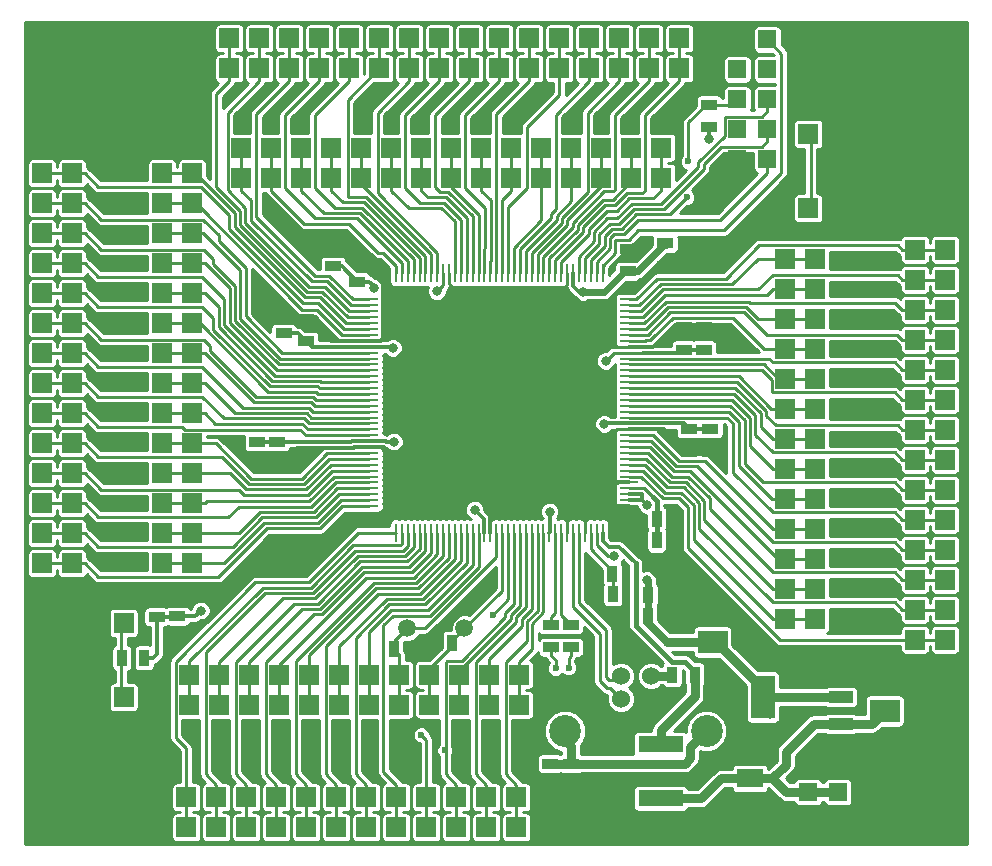
<source format=gbl>
G04 #@! TF.FileFunction,Copper,L2,Bot,Signal*
%FSLAX46Y46*%
G04 Gerber Fmt 4.6, Leading zero omitted, Abs format (unit mm)*
G04 Created by KiCad (PCBNEW 0.201503110816+5502~22~ubuntu14.10.1-product) date St 11. březen 2015, 15:56:56 CET*
%MOMM*%
G01*
G04 APERTURE LIST*
%ADD10C,0.150000*%
%ADD11R,0.254000X1.524000*%
%ADD12R,1.524000X0.254000*%
%ADD13R,0.889000X1.397000*%
%ADD14R,1.397000X0.889000*%
%ADD15R,3.810000X1.397000*%
%ADD16C,1.524000*%
%ADD17C,2.700020*%
%ADD18C,1.501140*%
%ADD19R,2.199640X1.600200*%
%ADD20R,1.651000X1.651000*%
%ADD21R,2.032000X3.657600*%
%ADD22R,2.032000X1.016000*%
%ADD23R,2.499360X1.950720*%
%ADD24C,6.000000*%
%ADD25R,1.524000X1.524000*%
%ADD26R,1.676400X1.676400*%
%ADD27C,0.800000*%
%ADD28C,0.600000*%
%ADD29C,0.600000*%
%ADD30C,0.300000*%
%ADD31C,0.254000*%
%ADD32C,0.800000*%
%ADD33C,0.400000*%
%ADD34C,0.700000*%
G04 APERTURE END LIST*
D10*
D11*
X156324300Y-99885500D03*
X155816300Y-99885500D03*
X155321000Y-99885500D03*
X154825700Y-99885500D03*
X154317700Y-99885500D03*
X153822400Y-99885500D03*
X153327100Y-99885500D03*
X152819100Y-99885500D03*
X152323800Y-99885500D03*
X151828500Y-99885500D03*
X151320500Y-99885500D03*
X150825200Y-99885500D03*
X150329900Y-99885500D03*
X149821900Y-99885500D03*
X149326600Y-99885500D03*
X148831300Y-99885500D03*
X148323300Y-99885500D03*
X147828000Y-99885500D03*
X147320000Y-99885500D03*
X146824700Y-99885500D03*
X146316700Y-99885500D03*
X145821400Y-99885500D03*
X145326100Y-99885500D03*
X144818100Y-99885500D03*
X144322800Y-99885500D03*
X143827500Y-99885500D03*
X143319500Y-99885500D03*
X142824200Y-99885500D03*
X142328900Y-99885500D03*
X141820900Y-99885500D03*
X141325600Y-99885500D03*
X140830300Y-99885500D03*
X140322300Y-99885500D03*
X139827000Y-99885500D03*
X139331700Y-99885500D03*
X138823700Y-99885500D03*
D12*
X136588500Y-83146900D03*
X136588500Y-82651600D03*
X136588500Y-82156300D03*
X136588500Y-81648300D03*
X136588500Y-81153000D03*
X136588500Y-80657700D03*
X136588500Y-80149700D03*
X158559500Y-82651600D03*
X158559500Y-83146900D03*
X158559500Y-83654900D03*
X158559500Y-84150200D03*
X158559500Y-84645500D03*
X158559500Y-85153500D03*
X158559500Y-85648800D03*
X158559500Y-86144100D03*
X158559500Y-86652100D03*
X158559500Y-87147400D03*
X158559500Y-87642700D03*
X158559500Y-88150700D03*
X158559500Y-88646000D03*
X158559500Y-89154000D03*
X158559500Y-89649300D03*
X158559500Y-90157300D03*
X158559500Y-90652600D03*
X158559500Y-91147900D03*
X158559500Y-91655900D03*
X158559500Y-92151200D03*
X158559500Y-92646500D03*
X158559500Y-93154500D03*
X158559500Y-93649800D03*
X158559500Y-94145100D03*
X158559500Y-94653100D03*
X158559500Y-95148400D03*
X158559500Y-95643700D03*
X158559500Y-96151700D03*
X158559500Y-96647000D03*
X158559500Y-97142300D03*
X158559500Y-97650300D03*
X136588500Y-97650300D03*
X136588500Y-97142300D03*
X136588500Y-96647000D03*
X136588500Y-96151700D03*
X136588500Y-95643700D03*
X136588500Y-95148400D03*
X136588500Y-94653100D03*
X136588500Y-94145100D03*
X136588500Y-93649800D03*
X136588500Y-93154500D03*
X136588500Y-92646500D03*
X136588500Y-92151200D03*
X136588500Y-91655900D03*
X136588500Y-91147900D03*
X136588500Y-90652600D03*
X136588500Y-90157300D03*
X136588500Y-89649300D03*
X136588500Y-89154000D03*
X136588500Y-88646000D03*
X136588500Y-88150700D03*
X136588500Y-87642700D03*
X136588500Y-87147400D03*
X136588500Y-86652100D03*
X136588500Y-86144100D03*
X136588500Y-85648800D03*
X136588500Y-85153500D03*
X136588500Y-84645500D03*
X136588500Y-84150200D03*
X136588500Y-83654900D03*
D11*
X141325600Y-77914500D03*
X141820900Y-77914500D03*
X142328900Y-77914500D03*
X142824200Y-77914500D03*
X143319500Y-77914500D03*
X143827500Y-77914500D03*
X144322800Y-77914500D03*
X144818100Y-77914500D03*
X145326100Y-77914500D03*
X145821400Y-77914500D03*
X146316700Y-77914500D03*
X146824700Y-77914500D03*
X147320000Y-77914500D03*
X147828000Y-77914500D03*
X148323300Y-77914500D03*
X148831300Y-77914500D03*
X149326600Y-77914500D03*
X149821900Y-77914500D03*
X150329900Y-77914500D03*
X150825200Y-77914500D03*
X151320500Y-77914500D03*
X151828500Y-77914500D03*
X152323800Y-77914500D03*
X152819100Y-77914500D03*
X153327100Y-77914500D03*
X153822400Y-77914500D03*
X154317700Y-77914500D03*
X154825700Y-77914500D03*
X155321000Y-77914500D03*
X155816300Y-77914500D03*
X156324300Y-77914500D03*
X138823700Y-77914500D03*
X139331700Y-77914500D03*
X139827000Y-77914500D03*
X140322300Y-77914500D03*
X140830300Y-77914500D03*
D12*
X158559500Y-80149700D03*
X158559500Y-80657700D03*
X158559500Y-81153000D03*
X158559500Y-81648300D03*
X158559500Y-82156300D03*
D13*
X160896300Y-100533200D03*
X162801300Y-100533200D03*
D14*
X164871400Y-84391500D03*
X164871400Y-82486500D03*
X127076200Y-92189300D03*
X127076200Y-94094300D03*
D13*
X160896300Y-98704400D03*
X162801300Y-98704400D03*
D14*
X163652200Y-91122500D03*
X163652200Y-93027500D03*
X161645600Y-75399900D03*
X161645600Y-77304900D03*
X151892000Y-119443500D03*
X151892000Y-121348500D03*
X135559800Y-78651100D03*
X135559800Y-76746100D03*
X120289320Y-106967020D03*
X120289320Y-105062020D03*
X118587520Y-107017820D03*
X118587520Y-105112820D03*
X129311400Y-83019900D03*
X129311400Y-81114900D03*
X133502400Y-77330300D03*
X133502400Y-75425300D03*
D13*
X160185100Y-105156000D03*
X162090100Y-105156000D03*
X157187900Y-105079800D03*
X155282900Y-105079800D03*
D14*
X163245800Y-84416900D03*
X163245800Y-82511900D03*
D13*
X160159700Y-106934000D03*
X162064700Y-106934000D03*
D14*
X165455600Y-91122500D03*
X165455600Y-93027500D03*
X128778000Y-92189300D03*
X128778000Y-94094300D03*
X131216400Y-83680300D03*
X131216400Y-81775300D03*
X158445200Y-77762100D03*
X158445200Y-75857100D03*
D13*
X138645900Y-109778800D03*
X140550900Y-109778800D03*
X143598900Y-109270800D03*
X141693900Y-109270800D03*
D15*
X161239200Y-117830600D03*
X161239200Y-122402600D03*
D16*
X160395920Y-111998760D03*
X157855920Y-111998760D03*
X157855920Y-113997740D03*
X160395920Y-113997740D03*
D17*
X165125400Y-116697760D03*
X153126440Y-116697760D03*
D14*
X165328600Y-65570100D03*
X165328600Y-63665100D03*
D13*
X157162500Y-103378000D03*
X155257500Y-103378000D03*
D14*
X151993600Y-107708700D03*
X151993600Y-109613700D03*
X153619200Y-107708700D03*
X153619200Y-109613700D03*
D13*
X115608100Y-110490000D03*
X117513100Y-110490000D03*
D18*
X139748260Y-108000800D03*
X144630140Y-108000800D03*
D19*
X168808400Y-124505720D03*
X168808400Y-120705880D03*
D20*
X128955800Y-114477800D03*
X128955800Y-111937800D03*
X146481800Y-124841000D03*
X146481800Y-122301000D03*
X136575800Y-114477800D03*
X136575800Y-111937800D03*
X131241800Y-124841000D03*
X131241800Y-122301000D03*
X133781800Y-124841000D03*
X133781800Y-122301000D03*
X174345600Y-86868000D03*
X171805600Y-86868000D03*
X185318400Y-86106000D03*
X182778400Y-86106000D03*
X174345600Y-79248000D03*
X171805600Y-79248000D03*
X185318400Y-78486000D03*
X182778400Y-78486000D03*
X174345600Y-76708000D03*
X171805600Y-76708000D03*
X185318400Y-75946000D03*
X182778400Y-75946000D03*
X185318400Y-81026000D03*
X182778400Y-81026000D03*
X174345600Y-81788000D03*
X171805600Y-81788000D03*
X185318400Y-83566000D03*
X182778400Y-83566000D03*
X174345600Y-84328000D03*
X171805600Y-84328000D03*
X174345600Y-97028000D03*
X171805600Y-97028000D03*
X161290000Y-69850000D03*
X161290000Y-67310000D03*
X162814000Y-58039000D03*
X162814000Y-60579000D03*
X185318400Y-98806000D03*
X182778400Y-98806000D03*
X174345600Y-99568000D03*
X171805600Y-99568000D03*
X174345600Y-104648000D03*
X171805600Y-104648000D03*
X174345600Y-107188000D03*
X171805600Y-107188000D03*
X185318400Y-108966000D03*
X182778400Y-108966000D03*
X185318400Y-106426000D03*
X182778400Y-106426000D03*
X185318400Y-101346000D03*
X182778400Y-101346000D03*
X182778400Y-96266000D03*
X185318400Y-96266000D03*
X174345600Y-91948000D03*
X171805600Y-91948000D03*
X174345600Y-94488000D03*
X171805600Y-94488000D03*
X185318400Y-93726000D03*
X182778400Y-93726000D03*
X144195800Y-114477800D03*
X144195800Y-111937800D03*
X185318400Y-91186000D03*
X182778400Y-91186000D03*
X174345600Y-89408000D03*
X171805600Y-89408000D03*
X149021800Y-124841000D03*
X149021800Y-122301000D03*
X146735800Y-114477800D03*
X146735800Y-111937800D03*
X139115800Y-114477800D03*
X139115800Y-111937800D03*
X141655800Y-114477800D03*
X141655800Y-111937800D03*
X158750000Y-67310000D03*
X158750000Y-69850000D03*
X160274000Y-60579000D03*
X160274000Y-58039000D03*
X126415800Y-114477800D03*
X126415800Y-111937800D03*
X143941800Y-124841000D03*
X143941800Y-122301000D03*
X141401800Y-124841000D03*
X141401800Y-122301000D03*
X149275800Y-114477800D03*
X149275800Y-111937800D03*
X182778400Y-103886000D03*
X185318400Y-103886000D03*
X174345600Y-102108000D03*
X171805600Y-102108000D03*
X185318400Y-88646000D03*
X182778400Y-88646000D03*
X138861800Y-124841000D03*
X138861800Y-122301000D03*
X136321800Y-124841000D03*
X136321800Y-122301000D03*
X134035800Y-114477800D03*
X134035800Y-111937800D03*
X131495800Y-114477800D03*
X131495800Y-111937800D03*
X128701800Y-124841000D03*
X128701800Y-122301000D03*
X111404400Y-82169000D03*
X108864400Y-82169000D03*
X111404400Y-77089000D03*
X108864400Y-77089000D03*
X121564400Y-74549000D03*
X119024400Y-74549000D03*
X111404400Y-72009000D03*
X108864400Y-72009000D03*
X121564400Y-77089000D03*
X119024400Y-77089000D03*
X121564400Y-79629000D03*
X119024400Y-79629000D03*
X111404400Y-84709000D03*
X108864400Y-84709000D03*
X121564400Y-84709000D03*
X119024400Y-84709000D03*
X121564400Y-89789000D03*
X119024400Y-89789000D03*
X111404400Y-89789000D03*
X108864400Y-89789000D03*
X111404400Y-102489000D03*
X108864400Y-102489000D03*
X111404400Y-69469000D03*
X108864400Y-69469000D03*
X123621800Y-124841000D03*
X123621800Y-122301000D03*
X123875800Y-114477800D03*
X123875800Y-111937800D03*
X119024400Y-69469000D03*
X121564400Y-69469000D03*
X121564400Y-99949000D03*
X119024400Y-99949000D03*
X126161800Y-124841000D03*
X126161800Y-122301000D03*
X138430000Y-69850000D03*
X138430000Y-67310000D03*
X142494000Y-60579000D03*
X142494000Y-58039000D03*
X121335800Y-114477800D03*
X121335800Y-111937800D03*
X128270000Y-69850000D03*
X128270000Y-67310000D03*
X139954000Y-60579000D03*
X139954000Y-58039000D03*
X129794000Y-58039000D03*
X129794000Y-60579000D03*
X140970000Y-69850000D03*
X140970000Y-67310000D03*
X145034000Y-60579000D03*
X145034000Y-58039000D03*
X152654000Y-60579000D03*
X152654000Y-58039000D03*
X150114000Y-58039000D03*
X150114000Y-60579000D03*
X146050000Y-69850000D03*
X146050000Y-67310000D03*
X148590000Y-69850000D03*
X148590000Y-67310000D03*
X155194000Y-60579000D03*
X155194000Y-58039000D03*
X157734000Y-58039000D03*
X157734000Y-60579000D03*
X156210000Y-69850000D03*
X156210000Y-67310000D03*
X151130000Y-67310000D03*
X151130000Y-69850000D03*
X153670000Y-67310000D03*
X153670000Y-69850000D03*
X111404400Y-74549000D03*
X108864400Y-74549000D03*
X121564400Y-102489000D03*
X119024400Y-102489000D03*
X121564400Y-94869000D03*
X119024400Y-94869000D03*
X111404400Y-92329000D03*
X108864400Y-92329000D03*
X111404400Y-87249000D03*
X108864400Y-87249000D03*
X121564400Y-87249000D03*
X119024400Y-87249000D03*
X121081800Y-124841000D03*
X121081800Y-122301000D03*
X125730000Y-69850000D03*
X125730000Y-67310000D03*
X124714000Y-60579000D03*
X124714000Y-58039000D03*
X147574000Y-60579000D03*
X147574000Y-58039000D03*
X121564400Y-72009000D03*
X119024400Y-72009000D03*
X127254000Y-60579000D03*
X127254000Y-58039000D03*
X132334000Y-60579000D03*
X132334000Y-58039000D03*
X111404400Y-99949000D03*
X108864400Y-99949000D03*
X111404400Y-97409000D03*
X108864400Y-97409000D03*
X111404400Y-94869000D03*
X108864400Y-94869000D03*
X130810000Y-69850000D03*
X130810000Y-67310000D03*
X133350000Y-69850000D03*
X133350000Y-67310000D03*
X143510000Y-69850000D03*
X143510000Y-67310000D03*
X119024400Y-97409000D03*
X121564400Y-97409000D03*
X121564400Y-92329000D03*
X119024400Y-92329000D03*
X135890000Y-69850000D03*
X135890000Y-67310000D03*
X137414000Y-60579000D03*
X137414000Y-58039000D03*
X134874000Y-60579000D03*
X134874000Y-58039000D03*
X111404400Y-79629000D03*
X108864400Y-79629000D03*
X121564400Y-82169000D03*
X119024400Y-82169000D03*
D13*
X162217100Y-111912400D03*
X164122100Y-111912400D03*
D14*
X153670000Y-119443500D03*
X153670000Y-121348500D03*
D21*
X169887900Y-113814860D03*
D22*
X176491900Y-113814860D03*
X176491900Y-116100860D03*
X176491900Y-111528860D03*
D23*
X180213000Y-111887000D03*
X180213000Y-114985800D03*
X165633400Y-106060240D03*
X165633400Y-109159040D03*
D24*
X111760000Y-60960000D03*
X111760000Y-121920000D03*
X182880000Y-121920000D03*
X182880000Y-60960000D03*
D25*
X170281600Y-68300600D03*
X167741600Y-68300600D03*
X170281600Y-65760600D03*
X167741600Y-65760600D03*
X170281600Y-63220600D03*
X167741600Y-63220600D03*
X170281600Y-60680600D03*
X167741600Y-60680600D03*
X170281600Y-58140600D03*
X167741600Y-58140600D03*
X176276000Y-124409200D03*
X173736000Y-124409200D03*
X176276000Y-121869200D03*
X173736000Y-121869200D03*
X176276000Y-119329200D03*
X173736000Y-119329200D03*
D26*
X179229200Y-72441200D03*
X173729200Y-72441200D03*
X179229200Y-66141200D03*
X173729200Y-66141200D03*
X115780000Y-113843200D03*
X110280000Y-113843200D03*
X115780000Y-107543200D03*
X110280000Y-107543200D03*
D27*
X172466000Y-74523600D03*
X169722800Y-73761600D03*
X167640000Y-75590400D03*
X164998400Y-75895200D03*
X162661600Y-77266800D03*
X159816800Y-75742800D03*
D28*
X156591000Y-91948000D03*
D27*
X166370000Y-93853000D03*
X128016000Y-80010000D03*
X144018000Y-79502000D03*
X166904858Y-124409200D03*
X154051000Y-123190000D03*
X125349000Y-92456000D03*
X121666000Y-104775000D03*
X139700000Y-93980000D03*
X147218400Y-97993200D03*
X142697200Y-108000800D03*
X156425900Y-95580200D03*
X156514800Y-97891600D03*
X130340100Y-93814900D03*
X154625040Y-97871280D03*
X153294080Y-97876360D03*
X139766040Y-79720440D03*
X156511144Y-83811662D03*
X167259000Y-83693000D03*
X152781000Y-80518000D03*
X163195000Y-106426000D03*
X165633400Y-106060240D03*
X163195000Y-105029000D03*
X163195000Y-103505000D03*
X162204400Y-113893600D03*
X131546600Y-75311000D03*
D28*
X153446480Y-111328200D03*
X152344120Y-111373920D03*
X163576000Y-68453000D03*
X163449000Y-71501000D03*
X142976600Y-118338600D03*
D27*
X160070800Y-103911401D03*
X170434000Y-112445800D03*
X161747200Y-75438000D03*
X154673300Y-79502000D03*
X160070800Y-97536000D03*
X156464000Y-90678000D03*
X177038000Y-113792000D03*
X175996600Y-113817400D03*
X169316400Y-113309400D03*
X169316400Y-112420400D03*
X142293340Y-79476600D03*
X138559540Y-84254340D03*
X138648440Y-92184220D03*
X122303540Y-106489500D03*
X145491200Y-97942400D03*
X151841200Y-98107500D03*
X136956800Y-79197200D03*
X156591000Y-85344000D03*
X157289115Y-101904800D03*
X165354008Y-66548000D03*
X170459400Y-115214400D03*
X170383200Y-113334800D03*
X169316400Y-114249200D03*
X170383200Y-114249200D03*
X169341800Y-115163600D03*
D28*
X140970000Y-117017800D03*
X147015200Y-106832400D03*
D29*
X172466000Y-74523600D02*
X177596800Y-74523600D01*
X177596800Y-74523600D02*
X179019200Y-73101200D01*
X167640000Y-75590400D02*
X167894000Y-75590400D01*
X167894000Y-75590400D02*
X169722800Y-73761600D01*
X162661600Y-77266800D02*
X163626800Y-77266800D01*
X163626800Y-77266800D02*
X164998400Y-75895200D01*
X158445200Y-75857100D02*
X159702500Y-75857100D01*
X159702500Y-75857100D02*
X159816800Y-75742800D01*
D30*
X135813800Y-76746100D02*
X137706801Y-78639101D01*
X137706801Y-78639101D02*
X137706801Y-83547601D01*
X137604212Y-83650190D02*
X136588500Y-83650190D01*
X137706801Y-83547601D02*
X137604212Y-83650190D01*
X137485987Y-83650190D02*
X138117110Y-83019067D01*
X138117110Y-83019067D02*
X139766040Y-81370137D01*
X135559800Y-76746100D02*
X135615702Y-76746100D01*
X135615702Y-76746100D02*
X138117110Y-79247508D01*
X138117110Y-79247508D02*
X138117110Y-83019067D01*
X135559800Y-76746100D02*
X135559800Y-76001600D01*
X135559800Y-76001600D02*
X134983500Y-75425300D01*
X134983500Y-75425300D02*
X134500900Y-75425300D01*
X134500900Y-75425300D02*
X133502400Y-75425300D01*
X160613710Y-84145490D02*
X159477573Y-84145490D01*
D31*
X159472863Y-84150200D02*
X159477573Y-84145490D01*
D30*
X159477573Y-84145490D02*
X158559500Y-84145490D01*
D31*
X158559500Y-84150200D02*
X159472863Y-84150200D01*
X143319500Y-77914500D02*
X143319500Y-78803500D01*
X143319500Y-78803500D02*
X144018000Y-79502000D01*
X157226000Y-91465400D02*
X157073600Y-91465400D01*
X157073600Y-91465400D02*
X156591000Y-91948000D01*
X158559500Y-91147900D02*
X157543500Y-91147900D01*
X157543500Y-91147900D02*
X157226000Y-91465400D01*
D30*
X165455600Y-93027500D02*
X165544500Y-93027500D01*
X165544500Y-93027500D02*
X166370000Y-93853000D01*
X129311400Y-81114900D02*
X129120900Y-81114900D01*
X129120900Y-81114900D02*
X128016000Y-80010000D01*
X131216400Y-81775300D02*
X129971800Y-81775300D01*
X129971800Y-81775300D02*
X129311400Y-81114900D01*
X179019200Y-65481200D02*
X182880000Y-61620400D01*
X182880000Y-61620400D02*
X182880000Y-60960000D01*
X179019200Y-65481200D02*
X179019200Y-73101200D01*
D32*
X176276000Y-124409200D02*
X180390800Y-124409200D01*
X173736000Y-124409200D02*
X176276000Y-124409200D01*
X178435000Y-111887000D02*
X178435000Y-111655960D01*
X178435000Y-111655960D02*
X178307900Y-111528860D01*
X178307900Y-111528860D02*
X176491900Y-111528860D01*
X180213000Y-111887000D02*
X178435000Y-111887000D01*
X153670000Y-121348500D02*
X153670000Y-122809000D01*
X153670000Y-122809000D02*
X154051000Y-123190000D01*
X151892000Y-121348500D02*
X153670000Y-121348500D01*
D30*
X128778000Y-94094300D02*
X127076200Y-94094300D01*
X130436990Y-92689310D02*
X131219891Y-92689310D01*
X131219891Y-92689310D02*
X135246210Y-92689310D01*
X130340100Y-93814900D02*
X130740099Y-93414901D01*
X130740099Y-93414901D02*
X130740099Y-93169102D01*
X130740099Y-93169102D02*
X131219891Y-92689310D01*
X125349000Y-92456000D02*
X125437900Y-92456000D01*
X125437900Y-92456000D02*
X127076200Y-94094300D01*
X120289320Y-105062020D02*
X121378980Y-105062020D01*
X121378980Y-105062020D02*
X121666000Y-104775000D01*
X118587520Y-105112820D02*
X120238520Y-105112820D01*
X120238520Y-105112820D02*
X120289320Y-105062020D01*
X110490000Y-106883200D02*
X112260380Y-105112820D01*
X112260380Y-105112820D02*
X118587520Y-105112820D01*
X135559800Y-76746100D02*
X135813800Y-76746100D01*
X135813800Y-76746100D02*
X138788140Y-79720440D01*
X138788140Y-79720440D02*
X139200355Y-79720440D01*
X139200355Y-79720440D02*
X139766040Y-79720440D01*
X136588500Y-92646500D02*
X136619499Y-92677499D01*
X136619499Y-92677499D02*
X137805982Y-92677499D01*
X137805982Y-92677499D02*
X139108483Y-93980000D01*
X139108483Y-93980000D02*
X139700000Y-93980000D01*
X165455600Y-93027500D02*
X163652200Y-93027500D01*
X161523310Y-91152610D02*
X158559500Y-91152610D01*
X163398200Y-93027500D02*
X161523310Y-91152610D01*
X163652200Y-93027500D02*
X163398200Y-93027500D01*
X163245800Y-82511900D02*
X162247300Y-82511900D01*
X162247300Y-82511900D02*
X160613710Y-84145490D01*
X146824700Y-99885500D02*
X146824700Y-98386900D01*
X146824700Y-98386900D02*
X147218400Y-97993200D01*
X135246210Y-92689310D02*
X135289020Y-92646500D01*
X128778000Y-94094300D02*
X129032000Y-94094300D01*
X135289020Y-92646500D02*
X135526500Y-92646500D01*
X129032000Y-94094300D02*
X130436990Y-92689310D01*
X135526500Y-92646500D02*
X136588500Y-92646500D01*
X141693900Y-109004100D02*
X142697200Y-108000800D01*
X141693900Y-109270800D02*
X141693900Y-109004100D01*
X158559500Y-95643700D02*
X156489400Y-95643700D01*
X156489400Y-95643700D02*
X156425900Y-95580200D01*
X157497500Y-97650300D02*
X156425900Y-96578700D01*
X156425900Y-96578700D02*
X156425900Y-95580200D01*
X158559500Y-97650300D02*
X157497500Y-97650300D01*
X157497500Y-97650300D02*
X157256200Y-97891600D01*
X157256200Y-97891600D02*
X157143417Y-97891600D01*
X157143417Y-97891600D02*
X156514800Y-97891600D01*
X130060700Y-94094300D02*
X130340100Y-93814900D01*
X128778000Y-94094300D02*
X130060700Y-94094300D01*
D31*
X155803600Y-97891600D02*
X156514800Y-97891600D01*
X154825700Y-98869500D02*
X155803600Y-97891600D01*
X154825700Y-98071940D02*
X154625040Y-97871280D01*
X154825700Y-99106711D02*
X154825700Y-98071940D01*
X154825700Y-99885500D02*
X154825700Y-99106711D01*
X154825700Y-99106711D02*
X154825700Y-98869500D01*
X153327100Y-97909380D02*
X153294080Y-97876360D01*
X153327100Y-99885500D02*
X153327100Y-97909380D01*
D30*
X131216400Y-81775300D02*
X131470400Y-81775300D01*
X131470400Y-81775300D02*
X133345290Y-83650190D01*
X133345290Y-83650190D02*
X137485987Y-83650190D01*
X139766040Y-81370137D02*
X139766040Y-80349057D01*
X139766040Y-80349057D02*
X139766040Y-79720440D01*
D31*
X156849682Y-84150200D02*
X156511144Y-83811662D01*
X158559500Y-84150200D02*
X156849682Y-84150200D01*
D30*
X166052500Y-82486500D02*
X167259000Y-83693000D01*
X164871400Y-82486500D02*
X166052500Y-82486500D01*
D31*
X152781000Y-79476600D02*
X152781000Y-80518000D01*
X153327100Y-78930500D02*
X152781000Y-79476600D01*
X153327100Y-77914500D02*
X153327100Y-78930500D01*
D30*
X162687000Y-106934000D02*
X163195000Y-106426000D01*
X162064700Y-106934000D02*
X162687000Y-106934000D01*
D33*
X162966400Y-105257600D02*
X163195000Y-105029000D01*
X162064700Y-105257600D02*
X162966400Y-105257600D01*
X163042600Y-103657400D02*
X163195000Y-103505000D01*
X162090100Y-103657400D02*
X163042600Y-103657400D01*
X160395920Y-113997740D02*
X162100260Y-113997740D01*
X162100260Y-113997740D02*
X162204400Y-113893600D01*
D32*
X131660900Y-75425300D02*
X131546600Y-75311000D01*
X133502400Y-75425300D02*
X131660900Y-75425300D01*
X180390800Y-124409200D02*
X182880000Y-121920000D01*
X180289200Y-119329200D02*
X182880000Y-121920000D01*
X176276000Y-119329200D02*
X180289200Y-119329200D01*
X173736000Y-119329200D02*
X176276000Y-119329200D01*
X153670000Y-119443500D02*
X151892000Y-119443500D01*
D31*
X165008560Y-117627400D02*
X165008560Y-117302290D01*
X164084000Y-116636800D02*
X164134800Y-116687600D01*
X164746554Y-116794280D02*
X164345225Y-117195609D01*
X164345225Y-117195609D02*
X164277031Y-117195609D01*
D32*
X155168500Y-119443500D02*
X153670000Y-119443500D01*
D31*
X165277800Y-116794280D02*
X164896800Y-116794280D01*
D32*
X163309802Y-119443500D02*
X155168500Y-119443500D01*
D31*
X164896800Y-116794280D02*
X164746554Y-116794280D01*
D32*
X153126440Y-116697760D02*
X153126440Y-117439440D01*
X153670000Y-117983000D02*
X153670000Y-119443500D01*
X153126440Y-117439440D02*
X153670000Y-117983000D01*
X164896800Y-116794280D02*
X164896800Y-116890800D01*
X163744201Y-119009101D02*
X163309802Y-119443500D01*
X163744201Y-118043399D02*
X163744201Y-119009101D01*
X164896800Y-116890800D02*
X163744201Y-118043399D01*
D31*
X157187900Y-103403400D02*
X157162500Y-103378000D01*
X157187900Y-105079800D02*
X157187900Y-103403400D01*
X155321000Y-100901500D02*
X155321000Y-99885500D01*
X155321000Y-101282500D02*
X155321000Y-100901500D01*
X157162500Y-103124000D02*
X155321000Y-101282500D01*
X157162500Y-103378000D02*
X157162500Y-103124000D01*
X138645900Y-109778800D02*
X138645900Y-109103160D01*
X138645900Y-109103160D02*
X139748260Y-108000800D01*
X139115800Y-111937800D02*
X139115800Y-110248700D01*
X139115800Y-110248700D02*
X138645900Y-109778800D01*
X147320000Y-100126800D02*
X147320000Y-99885500D01*
X141274800Y-108000800D02*
X147320000Y-101955600D01*
X147320000Y-101955600D02*
X147320000Y-100126800D01*
X139748260Y-108000800D02*
X141274800Y-108000800D01*
X139115800Y-113017300D02*
X139115800Y-114477800D01*
X139115800Y-111937800D02*
X139115800Y-113017300D01*
X141655800Y-111937800D02*
X141655800Y-111467900D01*
X141655800Y-111467900D02*
X143598900Y-109524800D01*
X143598900Y-109524800D02*
X143598900Y-109270800D01*
X143598900Y-109270800D02*
X143598900Y-109032040D01*
X143598900Y-109032040D02*
X144630140Y-108000800D01*
X144630140Y-108000800D02*
X147828000Y-104802940D01*
X147828000Y-104802940D02*
X147828000Y-99885500D01*
X141655800Y-113017300D02*
X141655800Y-114477800D01*
X141655800Y-111937800D02*
X141655800Y-113017300D01*
D32*
X176276000Y-121869200D02*
X173736000Y-121869200D01*
X171922340Y-121869200D02*
X173736000Y-121869200D01*
X171896940Y-121894600D02*
X171922340Y-121869200D01*
X170708220Y-120705880D02*
X171896940Y-121894600D01*
X171881800Y-119532300D02*
X171881800Y-118452398D01*
X170708220Y-120705880D02*
X171881800Y-119532300D01*
X171881800Y-118452398D02*
X174233338Y-116100860D01*
X174233338Y-116100860D02*
X174675900Y-116100860D01*
X176491900Y-116100860D02*
X177269140Y-116100860D01*
X161239200Y-122402600D02*
X164693600Y-122402600D01*
X166390320Y-120705880D02*
X168808400Y-120705880D01*
X164693600Y-122402600D02*
X166390320Y-120705880D01*
X168808400Y-120705880D02*
X170708220Y-120705880D01*
X174675900Y-116100860D02*
X176491900Y-116100860D01*
X179097940Y-116100860D02*
X180213000Y-114985800D01*
X176491900Y-116100860D02*
X179097940Y-116100860D01*
D31*
X153446480Y-110484920D02*
X153446480Y-111328200D01*
X153619200Y-109613700D02*
X153619200Y-110312200D01*
X153619200Y-110312200D02*
X153446480Y-110484920D01*
X157855920Y-111998760D02*
X157490160Y-111998760D01*
X157490160Y-111998760D02*
X157099000Y-112389920D01*
X157099000Y-112389920D02*
X156911040Y-112389920D01*
X156911040Y-112389920D02*
X156616400Y-112095280D01*
X156616400Y-112095280D02*
X156616400Y-108144902D01*
X156616400Y-108144902D02*
X154317700Y-105846202D01*
X154317700Y-105846202D02*
X154317700Y-99885500D01*
X151993600Y-109613700D02*
X151993600Y-110312200D01*
X151993600Y-110312200D02*
X152344120Y-110662720D01*
X152344120Y-110662720D02*
X152344120Y-110745303D01*
X152344120Y-111373920D02*
X152344120Y-110745303D01*
X157855920Y-113997740D02*
X156933900Y-113075720D01*
X156933900Y-113075720D02*
X156695056Y-113075720D01*
X156093160Y-112473824D02*
X156093160Y-108451058D01*
X156695056Y-113075720D02*
X156093160Y-112473824D01*
X156093160Y-108451058D02*
X153822400Y-106180298D01*
X153822400Y-106180298D02*
X153822400Y-99885500D01*
X152323800Y-109850598D02*
X152276199Y-109898199D01*
X167297100Y-63665100D02*
X167741600Y-63220600D01*
X165328600Y-63665100D02*
X167297100Y-63665100D01*
X173939200Y-65481200D02*
X173939200Y-73101200D01*
X165328600Y-63665100D02*
X165074600Y-63665100D01*
X163576000Y-67824383D02*
X163576000Y-68453000D01*
X165074600Y-63665100D02*
X163576000Y-65163700D01*
X163576000Y-65163700D02*
X163576000Y-67824383D01*
X163149001Y-71800999D02*
X163449000Y-71501000D01*
X155321000Y-77914500D02*
X155321000Y-76798131D01*
X155321000Y-76798131D02*
X156511679Y-75607452D01*
X156511679Y-75607452D02*
X156511679Y-74774885D01*
X156511679Y-74774885D02*
X157108985Y-74177579D01*
X161998010Y-72951990D02*
X163149001Y-71800999D01*
X157108985Y-74177579D02*
X157941550Y-74177579D01*
X157941550Y-74177579D02*
X159167141Y-72951990D01*
X159167141Y-72951990D02*
X161998010Y-72951990D01*
X151993600Y-107708700D02*
X151993600Y-107010200D01*
X151993600Y-107010200D02*
X152323800Y-106680000D01*
X152323800Y-106680000D02*
X152323800Y-100901500D01*
X152323800Y-100901500D02*
X152323800Y-99885500D01*
X152819100Y-99885500D02*
X152819100Y-106908600D01*
X152819100Y-106908600D02*
X153619200Y-107708700D01*
X143043299Y-118252832D02*
X142976600Y-118319531D01*
X142976600Y-118319531D02*
X142976600Y-118338600D01*
X115570000Y-114503200D02*
X115570000Y-106883200D01*
X115570000Y-114503200D02*
X115570000Y-110528100D01*
X115570000Y-110528100D02*
X115608100Y-110490000D01*
X143043299Y-110850699D02*
X143043299Y-118252832D01*
X143143687Y-110750311D02*
X143043299Y-110850699D01*
X148831300Y-105929063D02*
X148103391Y-106656972D01*
X144399553Y-110750311D02*
X143143687Y-110750311D01*
X148103391Y-107046473D02*
X144399553Y-110750311D01*
X148103391Y-106656972D02*
X148103391Y-107046473D01*
X148831300Y-99885500D02*
X148831300Y-105929063D01*
X143043299Y-118252832D02*
X143043299Y-120322999D01*
X143043299Y-120322999D02*
X143941800Y-121221500D01*
X143941800Y-121221500D02*
X143941800Y-122301000D01*
X143941800Y-122301000D02*
X143941800Y-124841000D01*
D29*
X160185100Y-105156000D02*
X160185100Y-104025701D01*
X160185100Y-104025701D02*
X160070800Y-103911401D01*
X160159700Y-106934000D02*
X160159700Y-104000301D01*
X160159700Y-104000301D02*
X160070800Y-103911401D01*
D34*
X170434000Y-112445800D02*
X170510200Y-112522000D01*
D29*
X161632900Y-75438000D02*
X161747200Y-75438000D01*
X158445200Y-77762100D02*
X159283400Y-77762100D01*
X159283400Y-77762100D02*
X161645600Y-75399900D01*
D30*
X154673300Y-79502000D02*
X154347900Y-79502000D01*
X154347900Y-79502000D02*
X153822400Y-78976500D01*
X153822400Y-78976500D02*
X153822400Y-77914500D01*
D29*
X156451300Y-79502000D02*
X154673300Y-79502000D01*
X158191200Y-77762100D02*
X156451300Y-79502000D01*
X158191200Y-77762100D02*
X158445200Y-77762100D01*
D30*
X160070800Y-97536000D02*
X159677100Y-97142300D01*
X159664400Y-96689900D02*
X159664400Y-97129600D01*
X159664400Y-97129600D02*
X159677100Y-97142300D01*
X158559500Y-96647000D02*
X159621500Y-96647000D01*
X159621500Y-96647000D02*
X159664400Y-96689900D01*
X159677100Y-97142300D02*
X158559500Y-97142300D01*
X158559500Y-96647000D02*
X159194500Y-96647000D01*
X159759368Y-84645500D02*
X163017200Y-84645500D01*
D31*
X158559500Y-84645500D02*
X159759368Y-84645500D01*
X158559500Y-84645500D02*
X157289500Y-84645500D01*
X157289500Y-84645500D02*
X156591000Y-85344000D01*
X142824200Y-77914500D02*
X142824200Y-78945740D01*
X142824200Y-78945740D02*
X142293340Y-79476600D01*
D30*
X156489400Y-90652600D02*
X156464000Y-90678000D01*
X158559500Y-90652600D02*
X156489400Y-90652600D01*
X163245800Y-84416900D02*
X164846000Y-84416900D01*
X164846000Y-84416900D02*
X164871400Y-84391500D01*
D32*
X176472315Y-113792000D02*
X177038000Y-113792000D01*
D34*
X175895000Y-113919000D02*
X175996600Y-113817400D01*
D32*
X169316400Y-112567720D02*
X169316400Y-112743715D01*
X165907720Y-109159040D02*
X169316400Y-112567720D01*
X165633400Y-109159040D02*
X165907720Y-109159040D01*
X169316400Y-112743715D02*
X169316400Y-113309400D01*
D30*
X163652200Y-91122500D02*
X165455600Y-91122500D01*
X138559540Y-84254340D02*
X138455400Y-84150200D01*
X138455400Y-84150200D02*
X136588500Y-84150200D01*
X138648440Y-92184220D02*
X138019823Y-92184220D01*
X138019823Y-92184220D02*
X137986803Y-92151200D01*
X135039100Y-92189300D02*
X128778000Y-92189300D01*
X137986803Y-92151200D02*
X136800320Y-92151200D01*
X136800320Y-92151200D02*
X136795610Y-92146490D01*
X136795610Y-92146490D02*
X135081910Y-92146490D01*
X135081910Y-92146490D02*
X135039100Y-92189300D01*
X120289320Y-106967020D02*
X121826020Y-106967020D01*
X121826020Y-106967020D02*
X122303540Y-106489500D01*
X118587520Y-107017820D02*
X120238520Y-107017820D01*
X120238520Y-107017820D02*
X120289320Y-106967020D01*
X118587520Y-107017820D02*
X118587520Y-110160080D01*
X118587520Y-110160080D02*
X118257600Y-110490000D01*
X118257600Y-110490000D02*
X117513100Y-110490000D01*
X158559500Y-90652600D02*
X163182300Y-90652600D01*
X163182300Y-90652600D02*
X163652200Y-91122500D01*
X163017200Y-84645500D02*
X163245800Y-84416900D01*
X131686300Y-84150200D02*
X131216400Y-83680300D01*
X136588500Y-84150200D02*
X131686300Y-84150200D01*
X146316700Y-99885500D02*
X146316700Y-98767900D01*
X146316700Y-98767900D02*
X145491200Y-97942400D01*
X160159700Y-107188000D02*
X160159700Y-106934000D01*
X151841200Y-99872800D02*
X151828500Y-99885500D01*
X151841200Y-98107500D02*
X151841200Y-99872800D01*
X128778000Y-92189300D02*
X127076200Y-92189300D01*
X130556000Y-83019900D02*
X131216400Y-83680300D01*
X129311400Y-83019900D02*
X130556000Y-83019900D01*
X134239000Y-77330300D02*
X135559800Y-78651100D01*
X133502400Y-77330300D02*
X134239000Y-77330300D01*
D31*
X155816300Y-100901500D02*
X156819600Y-101904800D01*
X155816300Y-99885500D02*
X155816300Y-100901500D01*
D30*
X136956800Y-79049600D02*
X136956800Y-79197200D01*
X135559800Y-78651100D02*
X136558300Y-78651100D01*
X136558300Y-78651100D02*
X136956800Y-79049600D01*
D32*
X165633400Y-109159040D02*
X161752280Y-109159040D01*
D34*
X160159700Y-106934000D02*
X160159700Y-107535980D01*
X161752280Y-109128560D02*
X161752280Y-109159040D01*
X160159700Y-107535980D02*
X161752280Y-109128560D01*
D31*
X156819600Y-101904800D02*
X157289115Y-101904800D01*
D30*
X165328600Y-65570100D02*
X165328600Y-66522592D01*
X165328600Y-66522592D02*
X165354008Y-66548000D01*
D34*
X170281600Y-115214400D02*
X170459400Y-115214400D01*
X169316400Y-114249200D02*
X170281600Y-115214400D01*
D32*
X169799000Y-113792000D02*
X176472315Y-113792000D01*
D34*
X169316400Y-115214400D02*
X169291000Y-115214400D01*
D31*
X155816300Y-77914500D02*
X155816300Y-76944900D01*
X155816300Y-76944900D02*
X156965689Y-75795511D01*
X156965689Y-75795511D02*
X156965689Y-74962942D01*
X156965689Y-74962942D02*
X157297042Y-74631589D01*
X166293800Y-73406000D02*
X170281600Y-69418200D01*
X159355198Y-73406000D02*
X166293800Y-73406000D01*
X170281600Y-69418200D02*
X170281600Y-68300600D01*
X157297042Y-74631589D02*
X158129609Y-74631589D01*
X158129609Y-74631589D02*
X159355198Y-73406000D01*
X156057669Y-75419395D02*
X154825700Y-76651364D01*
X156057669Y-74586828D02*
X156057669Y-75419395D01*
X156920928Y-73723569D02*
X156057669Y-74586828D01*
X157753495Y-73723569D02*
X156920928Y-73723569D01*
X158979084Y-72497980D02*
X157753495Y-73723569D01*
X161523689Y-72497980D02*
X158979084Y-72497980D01*
X164876792Y-69144877D02*
X161523689Y-72497980D01*
X166387429Y-67211599D02*
X164876792Y-68722236D01*
X169846601Y-67211599D02*
X166387429Y-67211599D01*
X170281600Y-66776600D02*
X169846601Y-67211599D01*
X154825700Y-76651364D02*
X154825700Y-77914500D01*
X164876792Y-68722236D02*
X164876792Y-69144877D01*
X170281600Y-65760600D02*
X170281600Y-66776600D01*
X155603659Y-75231338D02*
X154317700Y-76517297D01*
X157565436Y-73269559D02*
X156732871Y-73269559D01*
X158791027Y-72043970D02*
X157565436Y-73269559D01*
X164422782Y-68534180D02*
X164422782Y-68912884D01*
X166652599Y-66304363D02*
X164422782Y-68534180D01*
X161291696Y-72043970D02*
X158791027Y-72043970D01*
X166652599Y-64736999D02*
X166652599Y-66304363D01*
X155603659Y-74398771D02*
X155603659Y-75231338D01*
X156732871Y-73269559D02*
X155603659Y-74398771D01*
X166717999Y-64671599D02*
X166652599Y-64736999D01*
X154317700Y-76517297D02*
X154317700Y-77914500D01*
X164422782Y-68912884D02*
X161291696Y-72043970D01*
X169846601Y-64671599D02*
X166717999Y-64671599D01*
X170281600Y-64236600D02*
X169846601Y-64671599D01*
X170281600Y-63220600D02*
X170281600Y-64236600D01*
X157419699Y-76184101D02*
X156324300Y-77279500D01*
X156324300Y-77279500D02*
X156324300Y-77914500D01*
X171472201Y-69425801D02*
X166628402Y-74269600D01*
X166628402Y-74269600D02*
X159339981Y-74269600D01*
X159339981Y-74269600D02*
X158523982Y-75085599D01*
X157419699Y-75150999D02*
X157419699Y-76184101D01*
X158523982Y-75085599D02*
X157485099Y-75085599D01*
X157485099Y-75085599D02*
X157419699Y-75150999D01*
X171472201Y-59331201D02*
X171472201Y-69425801D01*
X170281600Y-58140600D02*
X171472201Y-59331201D01*
X164122100Y-112166400D02*
X164122100Y-111912400D01*
D30*
X156324300Y-99885500D02*
X156324300Y-100520500D01*
X156324300Y-99885500D02*
X156324300Y-100606860D01*
X156827739Y-101110299D02*
X157752299Y-101110299D01*
X156324300Y-100606860D02*
X156827739Y-101110299D01*
X157752299Y-101110299D02*
X159146240Y-102504240D01*
D33*
X164122100Y-111658400D02*
X164122100Y-111912400D01*
X163277600Y-110813900D02*
X164122100Y-111658400D01*
X162176597Y-110813899D02*
X163277600Y-110813900D01*
X159146240Y-107783542D02*
X162176597Y-110813899D01*
X159146240Y-102504240D02*
X159146240Y-107783542D01*
D32*
X164122100Y-111912400D02*
X164122100Y-113753900D01*
X161239200Y-116636800D02*
X161239200Y-117830600D01*
X164122100Y-113753900D02*
X161239200Y-116636800D01*
D31*
X136330107Y-103698561D02*
X128955800Y-111072868D01*
X142328900Y-101710304D02*
X140340643Y-103698561D01*
X142328900Y-99885500D02*
X142328900Y-101710304D01*
X140340643Y-103698561D02*
X136330107Y-103698561D01*
X128955800Y-111072868D02*
X128955800Y-111937800D01*
X128955800Y-113017300D02*
X128955800Y-114477800D01*
X128955800Y-111937800D02*
X128955800Y-113017300D01*
X149011411Y-107033086D02*
X149011411Y-107422587D01*
X145583299Y-110850699D02*
X145583299Y-120322999D01*
X145583299Y-120322999D02*
X146481800Y-121221500D01*
X149011411Y-107422587D02*
X145583299Y-110850699D01*
X149821900Y-99885500D02*
X149821900Y-106222597D01*
X146481800Y-121221500D02*
X146481800Y-122301000D01*
X149821900Y-106222597D02*
X149011411Y-107033086D01*
X146481800Y-123380500D02*
X146481800Y-124841000D01*
X146481800Y-122301000D02*
X146481800Y-123380500D01*
X138419743Y-106429190D02*
X141562278Y-106429190D01*
X145326100Y-102665368D02*
X145326100Y-100901500D01*
X145326100Y-100901500D02*
X145326100Y-99885500D01*
X141562278Y-106429190D02*
X145326100Y-102665368D01*
X136575800Y-108273133D02*
X138419743Y-106429190D01*
X136575800Y-111937800D02*
X136575800Y-108273133D01*
X136575800Y-113017300D02*
X136575800Y-114477800D01*
X136575800Y-111937800D02*
X136575800Y-113017300D01*
X142824200Y-101857071D02*
X142824200Y-100901500D01*
X140528700Y-104152571D02*
X142824200Y-101857071D01*
X136948428Y-104152571D02*
X140528700Y-104152571D01*
X131241800Y-121221500D02*
X130343299Y-120322999D01*
X130343299Y-110757700D02*
X136948428Y-104152571D01*
X130343299Y-120322999D02*
X130343299Y-110757700D01*
X131241800Y-122301000D02*
X131241800Y-121221500D01*
X142824200Y-100901500D02*
X142824200Y-99885500D01*
X131241800Y-123380500D02*
X131241800Y-124841000D01*
X131241800Y-122301000D02*
X131241800Y-123380500D01*
X143827500Y-100901500D02*
X143827500Y-99885500D01*
X140904814Y-105060591D02*
X143827500Y-102137905D01*
X137324542Y-105060591D02*
X140904814Y-105060591D01*
X143827500Y-102137905D02*
X143827500Y-100901500D01*
X132883299Y-120322999D02*
X132883299Y-109501834D01*
X133781800Y-122301000D02*
X133781800Y-121221500D01*
X132883299Y-109501834D02*
X137324542Y-105060591D01*
X133781800Y-121221500D02*
X132883299Y-120322999D01*
X133781800Y-122301000D02*
X133781800Y-121221500D01*
X133781800Y-123380500D02*
X133781800Y-124841000D01*
X133781800Y-122301000D02*
X133781800Y-123380500D01*
X158559500Y-85648800D02*
X169990934Y-85648800D01*
X171210134Y-86868000D02*
X171805600Y-86868000D01*
X169990934Y-85648800D02*
X171210134Y-86868000D01*
X173266100Y-86868000D02*
X171805600Y-86868000D01*
X174345600Y-86868000D02*
X173266100Y-86868000D01*
X158559500Y-85153500D02*
X162250798Y-85153500D01*
X162250798Y-85153500D02*
X162292088Y-85194790D01*
X170432788Y-85194790D02*
X170718499Y-85480501D01*
X162292088Y-85194790D02*
X170432788Y-85194790D01*
X170718499Y-85480501D02*
X181073401Y-85480501D01*
X181073401Y-85480501D02*
X181698900Y-86106000D01*
X181698900Y-86106000D02*
X182778400Y-86106000D01*
X185318400Y-86106000D02*
X182778400Y-86106000D01*
X159725034Y-81648300D02*
X161629973Y-79743361D01*
X170230739Y-79743361D02*
X170726100Y-79248000D01*
X158559500Y-81648300D02*
X159725034Y-81648300D01*
X161629973Y-79743361D02*
X170230739Y-79743361D01*
X170726100Y-79248000D02*
X171805600Y-79248000D01*
X172885100Y-79248000D02*
X174345600Y-79248000D01*
X171805600Y-79248000D02*
X172885100Y-79248000D01*
X181308399Y-78095499D02*
X181698900Y-78486000D01*
X169524647Y-79289351D02*
X170718499Y-78095499D01*
X181698900Y-78486000D02*
X182778400Y-78486000D01*
X170718499Y-78095499D02*
X181308399Y-78095499D01*
X159578267Y-81153000D02*
X161441916Y-79289351D01*
X161441916Y-79289351D02*
X169524647Y-79289351D01*
X158559500Y-81153000D02*
X159578267Y-81153000D01*
X183857900Y-78486000D02*
X185318400Y-78486000D01*
X182778400Y-78486000D02*
X183857900Y-78486000D01*
X159431500Y-80657700D02*
X158559500Y-80657700D01*
X161253859Y-78835341D02*
X159431500Y-80657700D01*
X171805600Y-76708000D02*
X169444895Y-76708000D01*
X167317554Y-78835341D02*
X161253859Y-78835341D01*
X169444895Y-76708000D02*
X167317554Y-78835341D01*
X173266100Y-76708000D02*
X171805600Y-76708000D01*
X174345600Y-76708000D02*
X173266100Y-76708000D01*
X160962869Y-78381331D02*
X166745771Y-78381331D01*
X158559500Y-80149700D02*
X159194500Y-80149700D01*
X159194500Y-80149700D02*
X160962869Y-78381331D01*
X166745771Y-78381331D02*
X169571603Y-75555499D01*
X181308399Y-75555499D02*
X181698900Y-75946000D01*
X181698900Y-75946000D02*
X182778400Y-75946000D01*
X169571603Y-75555499D02*
X181308399Y-75555499D01*
X184238900Y-75946000D02*
X182778400Y-75946000D01*
X185318400Y-75946000D02*
X184238900Y-75946000D01*
X181698900Y-81026000D02*
X182778400Y-81026000D01*
X181124271Y-80451371D02*
X181698900Y-81026000D01*
X161691029Y-80324370D02*
X168686771Y-80324370D01*
X168686771Y-80324370D02*
X168813772Y-80451371D01*
X158559500Y-82156300D02*
X159859100Y-82156300D01*
X159859100Y-82156300D02*
X161691029Y-80324370D01*
X168813772Y-80451371D02*
X181124271Y-80451371D01*
X184238900Y-81026000D02*
X182778400Y-81026000D01*
X185318400Y-81026000D02*
X184238900Y-81026000D01*
X169508334Y-81788000D02*
X170726100Y-81788000D01*
X161879086Y-80778380D02*
X168498714Y-80778380D01*
X160005867Y-82651600D02*
X161879086Y-80778380D01*
X170726100Y-81788000D02*
X171805600Y-81788000D01*
X158559500Y-82651600D02*
X160005867Y-82651600D01*
X168498714Y-80778380D02*
X169508334Y-81788000D01*
X173266100Y-81788000D02*
X171805600Y-81788000D01*
X174345600Y-81788000D02*
X173266100Y-81788000D01*
X181279800Y-83146900D02*
X181698900Y-83566000D01*
X181698900Y-83566000D02*
X182778400Y-83566000D01*
X168310657Y-81232390D02*
X170225167Y-83146900D01*
X162067143Y-81232390D02*
X168310657Y-81232390D01*
X160152635Y-83146899D02*
X162067143Y-81232390D01*
X170225167Y-83146900D02*
X181279800Y-83146900D01*
X158559500Y-83146900D02*
X160152635Y-83146899D01*
X183857900Y-83566000D02*
X185318400Y-83566000D01*
X182778400Y-83566000D02*
X183857900Y-83566000D01*
X158559500Y-83654900D02*
X159956500Y-83654900D01*
X159956500Y-83654900D02*
X160010490Y-83600910D01*
X170027600Y-84328000D02*
X171805600Y-84328000D01*
X160010490Y-83600910D02*
X160340691Y-83600910D01*
X160340691Y-83600910D02*
X160606644Y-83334956D01*
X160606644Y-83334956D02*
X162255200Y-81686400D01*
X162255200Y-81686400D02*
X167386000Y-81686400D01*
X167386000Y-81686400D02*
X170027600Y-84328000D01*
X174345600Y-84328000D02*
X171805600Y-84328000D01*
X170726100Y-97028000D02*
X171805600Y-97028000D01*
X167890809Y-94249143D02*
X170669666Y-97028000D01*
X158559500Y-89649300D02*
X167000704Y-89649300D01*
X167000704Y-89649300D02*
X167890809Y-90539405D01*
X170669666Y-97028000D02*
X170726100Y-97028000D01*
X167890809Y-90539405D02*
X167890809Y-94249143D01*
X173266100Y-97028000D02*
X171805600Y-97028000D01*
X174345600Y-97028000D02*
X173266100Y-97028000D01*
X155149649Y-74614349D02*
X155149649Y-74210714D01*
X158602970Y-71589960D02*
X160629540Y-71589960D01*
X160629540Y-71589960D02*
X161290000Y-70929500D01*
X156729003Y-72631360D02*
X157561569Y-72631360D01*
X152819100Y-77914500D02*
X152819100Y-76944898D01*
X157561569Y-72631360D02*
X158602970Y-71589960D01*
X152819100Y-76944898D02*
X155149649Y-74614349D01*
X155149649Y-74210714D02*
X156729003Y-72631360D01*
X161290000Y-70929500D02*
X161290000Y-69850000D01*
X161290000Y-68389500D02*
X161290000Y-69850000D01*
X161290000Y-67310000D02*
X161290000Y-68389500D01*
X159902501Y-64569999D02*
X159902501Y-70937101D01*
X154695639Y-74426292D02*
X152323800Y-76798131D01*
X154695639Y-74022657D02*
X154695639Y-74426292D01*
X156540946Y-72177350D02*
X154695639Y-74022657D01*
X159902501Y-70937101D02*
X159703651Y-71135950D01*
X162814000Y-61658500D02*
X159902501Y-64569999D01*
X158414913Y-71135950D02*
X157373513Y-72177350D01*
X152323800Y-76798131D02*
X152323800Y-76898500D01*
X152323800Y-76898500D02*
X152323800Y-77914500D01*
X162814000Y-60579000D02*
X162814000Y-61658500D01*
X157373513Y-72177350D02*
X156540946Y-72177350D01*
X159703651Y-71135950D02*
X158414913Y-71135950D01*
X162814000Y-58039000D02*
X162814000Y-59118500D01*
X162814000Y-59118500D02*
X162814000Y-60579000D01*
X181073401Y-98180501D02*
X181698900Y-98806000D01*
X170718499Y-98180501D02*
X181073401Y-98180501D01*
X181698900Y-98806000D02*
X182778400Y-98806000D01*
X167347900Y-90638562D02*
X167347900Y-94809902D01*
X158559500Y-90157300D02*
X166866638Y-90157300D01*
X167347900Y-94809902D02*
X170718499Y-98180501D01*
X166866638Y-90157300D02*
X167347900Y-90638562D01*
X183857900Y-98806000D02*
X185318400Y-98806000D01*
X182778400Y-98806000D02*
X183857900Y-98806000D01*
X164957101Y-93799001D02*
X170726100Y-99568000D01*
X162757572Y-93799001D02*
X164957101Y-93799001D01*
X160614471Y-91655900D02*
X162757572Y-93799001D01*
X170726100Y-99568000D02*
X171805600Y-99568000D01*
X158559500Y-91655900D02*
X160614471Y-91655900D01*
X173266100Y-99568000D02*
X171805600Y-99568000D01*
X174345600Y-99568000D02*
X173266100Y-99568000D01*
X170726100Y-104648000D02*
X171805600Y-104648000D01*
X160040105Y-93649800D02*
X162005346Y-95615041D01*
X164934831Y-98856731D02*
X170726100Y-104648000D01*
X164934831Y-97180128D02*
X164934831Y-98856731D01*
X162005346Y-95615041D02*
X163369744Y-95615041D01*
X158559500Y-93649800D02*
X160040105Y-93649800D01*
X163369744Y-95615041D02*
X164934831Y-97180128D01*
X172885100Y-104648000D02*
X174345600Y-104648000D01*
X171805600Y-104648000D02*
X172885100Y-104648000D01*
X159759273Y-94653100D02*
X159575500Y-94653100D01*
X170726100Y-107188000D02*
X164026811Y-100488711D01*
X164026811Y-100488711D02*
X164026811Y-97556242D01*
X171805600Y-107188000D02*
X170726100Y-107188000D01*
X162993630Y-96523061D02*
X161629234Y-96523061D01*
X161629234Y-96523061D02*
X159759273Y-94653100D01*
X164026811Y-97556242D02*
X162993630Y-96523061D01*
X159575500Y-94653100D02*
X158559500Y-94653100D01*
X173266100Y-107188000D02*
X171805600Y-107188000D01*
X174345600Y-107188000D02*
X173266100Y-107188000D01*
X163572801Y-101194803D02*
X171343998Y-108966000D01*
X181698900Y-108966000D02*
X182778400Y-108966000D01*
X162805573Y-96977071D02*
X163572801Y-97744299D01*
X161441177Y-96977071D02*
X162805573Y-96977071D01*
X163572801Y-97744299D02*
X163572801Y-101194803D01*
X159612506Y-95148400D02*
X161441177Y-96977071D01*
X158559500Y-95148400D02*
X159612506Y-95148400D01*
X171343998Y-108966000D02*
X181698900Y-108966000D01*
X182778400Y-108966000D02*
X185318400Y-108966000D01*
X159893339Y-94145100D02*
X159575500Y-94145100D01*
X159575500Y-94145100D02*
X158559500Y-94145100D01*
X161817290Y-96069051D02*
X159893339Y-94145100D01*
X163181687Y-96069051D02*
X161817290Y-96069051D01*
X170718499Y-105800501D02*
X164480821Y-99562823D01*
X181073401Y-105800501D02*
X170718499Y-105800501D01*
X181698900Y-106426000D02*
X181073401Y-105800501D01*
X182778400Y-106426000D02*
X181698900Y-106426000D01*
X164480821Y-97368185D02*
X163181687Y-96069051D01*
X164480821Y-99562823D02*
X164480821Y-97368185D01*
X184238900Y-106426000D02*
X182778400Y-106426000D01*
X185318400Y-106426000D02*
X184238900Y-106426000D01*
X164297813Y-94253011D02*
X162569515Y-94253011D01*
X182778400Y-101346000D02*
X181698900Y-101346000D01*
X159575500Y-92151200D02*
X158559500Y-92151200D01*
X160467704Y-92151200D02*
X159575500Y-92151200D01*
X181073401Y-100720501D02*
X170765302Y-100720501D01*
X181698900Y-101346000D02*
X181073401Y-100720501D01*
X170765302Y-100720501D02*
X164297813Y-94253011D01*
X162569515Y-94253011D02*
X160467704Y-92151200D01*
X184238900Y-101346000D02*
X182778400Y-101346000D01*
X185318400Y-101346000D02*
X184238900Y-101346000D01*
X159575500Y-89154000D02*
X158559500Y-89154000D01*
X168344819Y-90351349D02*
X167147470Y-89154000D01*
X181073401Y-95640501D02*
X169924234Y-95640501D01*
X182778400Y-96266000D02*
X181698900Y-96266000D01*
X181698900Y-96266000D02*
X181073401Y-95640501D01*
X168344819Y-94061086D02*
X168344819Y-90351349D01*
X167147470Y-89154000D02*
X159575500Y-89154000D01*
X169924234Y-95640501D02*
X168344819Y-94061086D01*
X184238900Y-96266000D02*
X182778400Y-96266000D01*
X185318400Y-96266000D02*
X184238900Y-96266000D01*
X167562368Y-87642700D02*
X159575500Y-87642700D01*
X169706849Y-89787181D02*
X167562368Y-87642700D01*
X159575500Y-87642700D02*
X158559500Y-87642700D01*
X169706849Y-90928749D02*
X169706849Y-89787181D01*
X171805600Y-91948000D02*
X170726100Y-91948000D01*
X170726100Y-91948000D02*
X169706849Y-90928749D01*
X172885100Y-91948000D02*
X174345600Y-91948000D01*
X171805600Y-91948000D02*
X172885100Y-91948000D01*
X170726100Y-94488000D02*
X171805600Y-94488000D01*
X167281536Y-88646000D02*
X168798829Y-90163293D01*
X168798829Y-90163293D02*
X168798829Y-92560729D01*
X158559500Y-88646000D02*
X167281536Y-88646000D01*
X168798829Y-92560729D02*
X170726100Y-94488000D01*
X174345600Y-94488000D02*
X171805600Y-94488000D01*
X181698900Y-93726000D02*
X182778400Y-93726000D01*
X169252839Y-91634841D02*
X170718499Y-93100501D01*
X181073401Y-93100501D02*
X181698900Y-93726000D01*
X169252839Y-89975237D02*
X169252839Y-91634841D01*
X158559500Y-88150700D02*
X167428302Y-88150700D01*
X170718499Y-93100501D02*
X181073401Y-93100501D01*
X167428302Y-88150700D02*
X169252839Y-89975237D01*
X183857900Y-93726000D02*
X185318400Y-93726000D01*
X182778400Y-93726000D02*
X183857900Y-93726000D01*
X144195800Y-111937800D02*
X144195800Y-111596131D01*
X144195800Y-111596131D02*
X148557401Y-107234531D01*
X149326600Y-106075830D02*
X149326600Y-100901500D01*
X149326600Y-100901500D02*
X149326600Y-99885500D01*
X148557401Y-106845029D02*
X149326600Y-106075830D01*
X148557401Y-107234531D02*
X148557401Y-106845029D01*
X144195800Y-113017300D02*
X144195800Y-114477800D01*
X144195800Y-111937800D02*
X144195800Y-113017300D01*
X170974900Y-90795499D02*
X181308399Y-90795499D01*
X181698900Y-91186000D02*
X182778400Y-91186000D01*
X181308399Y-90795499D02*
X181698900Y-91186000D01*
X170160859Y-89981458D02*
X170974900Y-90795499D01*
X170160859Y-89599125D02*
X170160859Y-89981458D01*
X167709134Y-87147400D02*
X170160859Y-89599125D01*
X158559500Y-87147400D02*
X167709134Y-87147400D01*
X184238900Y-91186000D02*
X182778400Y-91186000D01*
X185318400Y-91186000D02*
X184238900Y-91186000D01*
X158559500Y-86652100D02*
X167855900Y-86652100D01*
X167855900Y-86652100D02*
X170611800Y-89408000D01*
X170611800Y-89408000D02*
X171805600Y-89408000D01*
X173266100Y-89408000D02*
X171805600Y-89408000D01*
X174345600Y-89408000D02*
X173266100Y-89408000D01*
X162090100Y-112039400D02*
X162217100Y-111912400D01*
D32*
X162130740Y-111998760D02*
X162217100Y-111912400D01*
X160395920Y-111998760D02*
X162130740Y-111998760D01*
D31*
X148123299Y-120322999D02*
X149021800Y-121221500D01*
X148123299Y-110850699D02*
X148123299Y-120322999D01*
X150825200Y-99885500D02*
X150825200Y-106503431D01*
X150825200Y-106503431D02*
X149919431Y-107409200D01*
X149919431Y-107409200D02*
X149919431Y-109054567D01*
X149021800Y-121221500D02*
X149021800Y-122301000D01*
X149919431Y-109054567D02*
X148123299Y-110850699D01*
X149021800Y-123380500D02*
X149021800Y-124841000D01*
X149021800Y-122301000D02*
X149021800Y-123380500D01*
X149465421Y-107221143D02*
X150329900Y-106356664D01*
X149465421Y-107827916D02*
X149465421Y-107221143D01*
X146735800Y-111937800D02*
X146735800Y-110557535D01*
X146735800Y-110557535D02*
X149465421Y-107827916D01*
X150329900Y-100901500D02*
X150329900Y-99885500D01*
X150329900Y-106356664D02*
X150329900Y-100901500D01*
X146735800Y-113017300D02*
X146735800Y-114477800D01*
X146735800Y-111937800D02*
X146735800Y-113017300D01*
X151828500Y-76651365D02*
X154241629Y-74238236D01*
X151828500Y-77914500D02*
X151828500Y-76651365D01*
X154241629Y-74238236D02*
X154241629Y-73834600D01*
X158750000Y-70158797D02*
X158750000Y-69850000D01*
X154241629Y-73834600D02*
X156352889Y-71723340D01*
X157185457Y-71723340D02*
X158750000Y-70158797D01*
X156352889Y-71723340D02*
X157185457Y-71723340D01*
X158750000Y-68389500D02*
X158750000Y-69850000D01*
X158750000Y-67310000D02*
X158750000Y-68389500D01*
X151320500Y-76517297D02*
X153787619Y-74050178D01*
X160274000Y-61658500D02*
X160274000Y-60579000D01*
X153787619Y-73646543D02*
X156431661Y-71002501D01*
X157209433Y-71002501D02*
X157362501Y-70849433D01*
X157362501Y-64569999D02*
X160274000Y-61658500D01*
X157362501Y-70849433D02*
X157362501Y-64569999D01*
X151320500Y-77914500D02*
X151320500Y-76517297D01*
X153787619Y-74050178D02*
X153787619Y-73646543D01*
X156431661Y-71002501D02*
X157209433Y-71002501D01*
X160274000Y-58039000D02*
X160274000Y-59118500D01*
X160274000Y-59118500D02*
X160274000Y-60579000D01*
X135953993Y-102790541D02*
X132378974Y-106365561D01*
X139964529Y-102790541D02*
X135953993Y-102790541D01*
X132378974Y-106365561D02*
X130908539Y-106365561D01*
X141325600Y-99885500D02*
X141325600Y-101429470D01*
X141325600Y-101429470D02*
X139964529Y-102790541D01*
X130908539Y-106365561D02*
X126415800Y-110858300D01*
X126415800Y-110858300D02*
X126415800Y-111937800D01*
X126415800Y-113017300D02*
X126415800Y-114477800D01*
X126415800Y-111937800D02*
X126415800Y-113017300D01*
X141401800Y-117449600D02*
X140970000Y-117017800D01*
X141401800Y-122301000D02*
X141401800Y-117449600D01*
X147015200Y-106832400D02*
X148323300Y-105524300D01*
X148323300Y-105524300D02*
X148323300Y-99885500D01*
X141401800Y-123380500D02*
X141401800Y-124841000D01*
X141401800Y-122301000D02*
X141401800Y-123380500D01*
X150373441Y-109760659D02*
X149275800Y-110858300D01*
X149275800Y-110858300D02*
X149275800Y-111937800D01*
X151320500Y-99885500D02*
X151320500Y-106650198D01*
X151320500Y-106650198D02*
X150373441Y-107597257D01*
X150373441Y-107597257D02*
X150373441Y-109760659D01*
X149275800Y-113017300D02*
X149275800Y-114477800D01*
X149275800Y-111937800D02*
X149275800Y-113017300D01*
X162193402Y-95161031D02*
X160186871Y-93154500D01*
X165388841Y-97923571D02*
X165388841Y-96992071D01*
X181073401Y-103260501D02*
X170725768Y-103260501D01*
X163557801Y-95161031D02*
X162193402Y-95161031D01*
X165388841Y-96992071D02*
X163557801Y-95161031D01*
X160186871Y-93154500D02*
X159575500Y-93154500D01*
X159575500Y-93154500D02*
X158559500Y-93154500D01*
X181698900Y-103886000D02*
X181073401Y-103260501D01*
X170725768Y-103260501D02*
X165388841Y-97923571D01*
X182778400Y-103886000D02*
X181698900Y-103886000D01*
X183857900Y-103886000D02*
X185318400Y-103886000D01*
X182778400Y-103886000D02*
X183857900Y-103886000D01*
X162381458Y-94707021D02*
X163745858Y-94707021D01*
X163745858Y-94707021D02*
X171146837Y-102108000D01*
X160320937Y-92646500D02*
X162381458Y-94707021D01*
X158559500Y-92646500D02*
X160320937Y-92646500D01*
X171146837Y-102108000D02*
X171805600Y-102108000D01*
X174345600Y-102108000D02*
X171805600Y-102108000D01*
X170653099Y-86953032D02*
X170653099Y-87955101D01*
X181698900Y-88646000D02*
X182778400Y-88646000D01*
X181073401Y-88020501D02*
X181698900Y-88646000D01*
X169844167Y-86144100D02*
X170653099Y-86953032D01*
X170718499Y-88020501D02*
X181073401Y-88020501D01*
X170653099Y-87955101D02*
X170718499Y-88020501D01*
X158559500Y-86144100D02*
X169844167Y-86144100D01*
X182778400Y-88646000D02*
X185318400Y-88646000D01*
X137769600Y-107721400D02*
X137769600Y-120129300D01*
X137769600Y-120129300D02*
X138861800Y-121221500D01*
X138567771Y-106923229D02*
X137769600Y-107721400D01*
X138861800Y-121221500D02*
X138861800Y-122301000D01*
X145821400Y-99885500D02*
X145821400Y-102812134D01*
X145821400Y-102812134D02*
X141710305Y-106923229D01*
X141710305Y-106923229D02*
X138567771Y-106923229D01*
X138861800Y-123380500D02*
X138861800Y-124841000D01*
X138861800Y-122301000D02*
X138861800Y-123380500D01*
X138238255Y-105968611D02*
X141280928Y-105968611D01*
X144818100Y-102431439D02*
X144818100Y-100901500D01*
X136321800Y-122301000D02*
X136321800Y-121221500D01*
X135423299Y-120322999D02*
X135423299Y-108783567D01*
X144818100Y-100901500D02*
X144818100Y-99885500D01*
X135423299Y-108783567D02*
X138238255Y-105968611D01*
X136321800Y-121221500D02*
X135423299Y-120322999D01*
X141280928Y-105968611D02*
X144818100Y-102431439D01*
X144818099Y-100048548D02*
X144818099Y-100577369D01*
X136321800Y-123380500D02*
X136321800Y-124841000D01*
X136321800Y-122301000D02*
X136321800Y-123380500D01*
X144322800Y-102284672D02*
X141092871Y-105514601D01*
X134035800Y-109528999D02*
X134035800Y-110858300D01*
X134035800Y-110858300D02*
X134035800Y-111937800D01*
X138050198Y-105514601D02*
X134035800Y-109528999D01*
X141092871Y-105514601D02*
X138050198Y-105514601D01*
X144322800Y-99885500D02*
X144322800Y-102284672D01*
X134035800Y-113017300D02*
X134035800Y-114477800D01*
X134035800Y-111937800D02*
X134035800Y-113017300D01*
X131495800Y-110858300D02*
X131495800Y-111937800D01*
X143319500Y-102003838D02*
X140716757Y-104606581D01*
X137136485Y-104606581D02*
X131495800Y-110247266D01*
X131495800Y-110247266D02*
X131495800Y-110858300D01*
X143319500Y-99885500D02*
X143319500Y-102003838D01*
X140716757Y-104606581D02*
X137136485Y-104606581D01*
X131495800Y-113017300D02*
X131495800Y-114477800D01*
X131495800Y-111937800D02*
X131495800Y-113017300D01*
X131855830Y-106819571D02*
X127803299Y-110872102D01*
X127803299Y-110872102D02*
X127803299Y-120322999D01*
X132567031Y-106819571D02*
X131855830Y-106819571D01*
X140152586Y-103244551D02*
X136142050Y-103244551D01*
X136142050Y-103244551D02*
X132567031Y-106819571D01*
X141820900Y-101576237D02*
X140152586Y-103244551D01*
X128701800Y-121221500D02*
X128701800Y-122301000D01*
X127803299Y-120322999D02*
X128701800Y-121221500D01*
X141820900Y-99885500D02*
X141820900Y-101576237D01*
X128701800Y-123380500D02*
X128701800Y-124841000D01*
X128701800Y-122301000D02*
X128701800Y-123380500D01*
X112483900Y-82169000D02*
X111404400Y-82169000D01*
X132071601Y-88646000D02*
X131836742Y-88411141D01*
X136588500Y-88646000D02*
X132071601Y-88646000D01*
X123113921Y-84537056D02*
X123113921Y-84058655D01*
X113871399Y-83556499D02*
X112483900Y-82169000D01*
X123113921Y-84058655D02*
X122611765Y-83556499D01*
X122611765Y-83556499D02*
X113871399Y-83556499D01*
X131836742Y-88411141D02*
X126988006Y-88411141D01*
X126988006Y-88411141D02*
X123113921Y-84537056D01*
X110324900Y-82169000D02*
X108864400Y-82169000D01*
X111404400Y-82169000D02*
X110324900Y-82169000D01*
X112483900Y-77089000D02*
X111404400Y-77089000D01*
X124288482Y-80146149D02*
X122383834Y-78241501D01*
X136588500Y-86652100D02*
X132645969Y-86652100D01*
X132645969Y-86652100D02*
X132588970Y-86595101D01*
X128553034Y-86595101D02*
X124288482Y-82330550D01*
X124288482Y-82330550D02*
X124288482Y-80146149D01*
X122383834Y-78241501D02*
X113636401Y-78241501D01*
X113636401Y-78241501D02*
X112483900Y-77089000D01*
X132588970Y-86595101D02*
X128553034Y-86595101D01*
X110324900Y-77089000D02*
X108864400Y-77089000D01*
X111404400Y-77089000D02*
X110324900Y-77089000D01*
X135572500Y-85153500D02*
X136588500Y-85153500D01*
X125650512Y-81766379D02*
X129037634Y-85153500D01*
X121564400Y-74549000D02*
X122523865Y-74549000D01*
X122523865Y-74549000D02*
X125650512Y-77675647D01*
X129037634Y-85153500D02*
X135572500Y-85153500D01*
X125650512Y-77675647D02*
X125650512Y-81766379D01*
X121564400Y-74549000D02*
X119024400Y-74549000D01*
X136588500Y-84645500D02*
X129171700Y-84645500D01*
X123821930Y-74689932D02*
X122528498Y-73396499D01*
X129171700Y-84645500D02*
X126104522Y-81578322D01*
X112483900Y-72009000D02*
X111404400Y-72009000D01*
X126104522Y-81578322D02*
X126104522Y-77487590D01*
X126104522Y-77487590D02*
X123821930Y-75204999D01*
X123821930Y-75204999D02*
X123821930Y-74689932D01*
X113871399Y-73396499D02*
X112483900Y-72009000D01*
X122528498Y-73396499D02*
X113871399Y-73396499D01*
X110324900Y-72009000D02*
X108864400Y-72009000D01*
X111404400Y-72009000D02*
X110324900Y-72009000D01*
X135569491Y-86141091D02*
X135572500Y-86144100D01*
X124742492Y-82142493D02*
X128741091Y-86141091D01*
X121564400Y-77089000D02*
X122643900Y-77089000D01*
X128741091Y-86141091D02*
X135569491Y-86141091D01*
X124742492Y-79187592D02*
X124742492Y-82142493D01*
X122643900Y-77089000D02*
X124742492Y-79187592D01*
X135572500Y-86144100D02*
X136588500Y-86144100D01*
X120103900Y-77089000D02*
X121564400Y-77089000D01*
X119024400Y-77089000D02*
X120103900Y-77089000D01*
X132400913Y-87049111D02*
X128364977Y-87049111D01*
X123834472Y-80819572D02*
X122643900Y-79629000D01*
X136588500Y-87147400D02*
X132499202Y-87147400D01*
X128364977Y-87049111D02*
X123834472Y-82518607D01*
X123834472Y-82518607D02*
X123834472Y-80819572D01*
X132499202Y-87147400D02*
X132400913Y-87049111D01*
X122643900Y-79629000D02*
X121564400Y-79629000D01*
X120484900Y-79629000D02*
X119024400Y-79629000D01*
X121564400Y-79629000D02*
X120484900Y-79629000D01*
X131790767Y-89649300D02*
X131460628Y-89319161D01*
X125874163Y-89319161D02*
X122416503Y-85861501D01*
X112483900Y-84709000D02*
X111404400Y-84709000D01*
X113636401Y-85861501D02*
X112483900Y-84709000D01*
X136588500Y-89649300D02*
X131790767Y-89649300D01*
X122416503Y-85861501D02*
X113636401Y-85861501D01*
X131460628Y-89319161D02*
X125874163Y-89319161D01*
X109943900Y-84709000D02*
X111404400Y-84709000D01*
X108864400Y-84709000D02*
X109943900Y-84709000D01*
X122643798Y-84709000D02*
X121564400Y-84709000D01*
X131648685Y-88865151D02*
X126799949Y-88865151D01*
X136588500Y-89154000D02*
X131937534Y-89154000D01*
X131937534Y-89154000D02*
X131648685Y-88865151D01*
X126799949Y-88865151D02*
X122643798Y-84709000D01*
X120103900Y-84709000D02*
X121564400Y-84709000D01*
X119024400Y-84709000D02*
X120103900Y-84709000D01*
X123536091Y-90681191D02*
X122643900Y-89789000D01*
X131363166Y-91147900D02*
X130896457Y-90681191D01*
X130896457Y-90681191D02*
X123536091Y-90681191D01*
X122643900Y-89789000D02*
X121564400Y-89789000D01*
X136588500Y-91147900D02*
X131363166Y-91147900D01*
X120103900Y-89789000D02*
X121564400Y-89789000D01*
X119024400Y-89789000D02*
X120103900Y-89789000D01*
X136588500Y-91655900D02*
X131229100Y-91655900D01*
X130749699Y-91176499D02*
X120945299Y-91176499D01*
X131229100Y-91655900D02*
X130749699Y-91176499D01*
X120945299Y-91176499D02*
X120710301Y-90941501D01*
X120710301Y-90941501D02*
X113636401Y-90941501D01*
X113636401Y-90941501D02*
X112483900Y-89789000D01*
X112483900Y-89789000D02*
X111404400Y-89789000D01*
X109943900Y-89789000D02*
X111404400Y-89789000D01*
X108864400Y-89789000D02*
X109943900Y-89789000D01*
X113636401Y-103641501D02*
X123764699Y-103641501D01*
X132431414Y-99517200D02*
X134298314Y-97650300D01*
X111404400Y-102489000D02*
X112483900Y-102489000D01*
X112483900Y-102489000D02*
X113636401Y-103641501D01*
X123764699Y-103641501D02*
X127889000Y-99517200D01*
X127889000Y-99517200D02*
X132431414Y-99517200D01*
X134298314Y-97650300D02*
X136588500Y-97650300D01*
X110324900Y-102489000D02*
X108864400Y-102489000D01*
X111404400Y-102489000D02*
X110324900Y-102489000D01*
X124729950Y-74219282D02*
X130930258Y-80419590D01*
X112483900Y-69469000D02*
X113636401Y-70621501D01*
X113636401Y-70621501D02*
X122351366Y-70621501D01*
X134466369Y-82651600D02*
X135572500Y-82651600D01*
X111404400Y-69469000D02*
X112483900Y-69469000D01*
X124729950Y-73000085D02*
X124729950Y-74219282D01*
X130930258Y-80419590D02*
X132234359Y-80419590D01*
X122351366Y-70621501D02*
X124729950Y-73000085D01*
X132234359Y-80419590D02*
X134466369Y-82651600D01*
X135572500Y-82651600D02*
X136588500Y-82651600D01*
X109943900Y-69469000D02*
X111404400Y-69469000D01*
X108864400Y-69469000D02*
X109943900Y-69469000D01*
X122723299Y-120322999D02*
X122723299Y-110037899D01*
X139400358Y-101428511D02*
X139827000Y-101001869D01*
X123621800Y-122301000D02*
X123621800Y-121221500D01*
X139827000Y-100901500D02*
X139827000Y-99885500D01*
X139827000Y-101001869D02*
X139827000Y-100901500D01*
X135389822Y-101428511D02*
X139400358Y-101428511D01*
X127757667Y-105003531D02*
X131814803Y-105003531D01*
X122723299Y-110037899D02*
X127757667Y-105003531D01*
X123621800Y-121221500D02*
X122723299Y-120322999D01*
X131814803Y-105003531D02*
X135389822Y-101428511D01*
X123621800Y-123380500D02*
X123621800Y-124841000D01*
X123621800Y-122301000D02*
X123621800Y-123380500D01*
X139588415Y-101882521D02*
X135577879Y-101882521D01*
X135577879Y-101882521D02*
X132002860Y-105457541D01*
X140322300Y-99885500D02*
X140322300Y-101148636D01*
X140322300Y-101148636D02*
X139588415Y-101882521D01*
X123875800Y-110858300D02*
X123875800Y-111937800D01*
X132002860Y-105457541D02*
X129276559Y-105457541D01*
X129276559Y-105457541D02*
X123875800Y-110858300D01*
X123875800Y-113017300D02*
X123875800Y-114477800D01*
X123875800Y-111937800D02*
X123875800Y-113017300D01*
X125183960Y-72812028D02*
X121840932Y-69469000D01*
X132422416Y-79965580D02*
X131118314Y-79965580D01*
X131118314Y-79965580D02*
X125183960Y-74031226D01*
X136588500Y-82156300D02*
X134613136Y-82156300D01*
X134613136Y-82156300D02*
X132422416Y-79965580D01*
X125183960Y-74031226D02*
X125183960Y-72812028D01*
X121840932Y-69469000D02*
X121564400Y-69469000D01*
X120484900Y-69469000D02*
X119024400Y-69469000D01*
X121564400Y-69469000D02*
X120484900Y-69469000D01*
X133870700Y-96151700D02*
X135572500Y-96151700D01*
X135572500Y-96151700D02*
X136588500Y-96151700D01*
X125530999Y-99949000D02*
X127324829Y-98155170D01*
X127324829Y-98155170D02*
X131867230Y-98155170D01*
X121564400Y-99949000D02*
X125530999Y-99949000D01*
X131867230Y-98155170D02*
X133870700Y-96151700D01*
X120103900Y-99949000D02*
X121564400Y-99949000D01*
X119024400Y-99949000D02*
X120103900Y-99949000D01*
X125263299Y-120322999D02*
X126161800Y-121221500D01*
X126161800Y-121221500D02*
X126161800Y-122301000D01*
X125263299Y-110850699D02*
X125263299Y-120322999D01*
X132190917Y-105911551D02*
X130202448Y-105911551D01*
X139776472Y-102336531D02*
X135765936Y-102336531D01*
X140830300Y-101282703D02*
X139776472Y-102336531D01*
X140830300Y-99885500D02*
X140830300Y-101282703D01*
X135765936Y-102336531D02*
X132190917Y-105911551D01*
X130202448Y-105911551D02*
X125263299Y-110850699D01*
X126161800Y-123380500D02*
X126161800Y-124841000D01*
X126161800Y-122301000D02*
X126161800Y-123380500D01*
X138430000Y-70929500D02*
X138430000Y-69850000D01*
X142685498Y-72403698D02*
X139904198Y-72403698D01*
X143827500Y-77914500D02*
X143827500Y-73545700D01*
X139904198Y-72403698D02*
X138430000Y-70929500D01*
X143827500Y-73545700D02*
X142685498Y-72403698D01*
X138430000Y-68770500D02*
X138430000Y-67310000D01*
X138430000Y-69850000D02*
X138430000Y-68770500D01*
X139582501Y-64569999D02*
X142494000Y-61658500D01*
X144322800Y-77914500D02*
X144322800Y-73398934D01*
X144322800Y-73398934D02*
X142873555Y-71949688D01*
X142873555Y-71949688D02*
X140830086Y-71949688D01*
X139582501Y-70702103D02*
X139582501Y-64569999D01*
X140830086Y-71949688D02*
X139582501Y-70702103D01*
X142494000Y-61658500D02*
X142494000Y-60579000D01*
X142494000Y-59499500D02*
X142455900Y-59461400D01*
X142494000Y-60579000D02*
X142494000Y-59499500D01*
X142494000Y-59423300D02*
X142494000Y-58039000D01*
X142455900Y-59461400D02*
X142494000Y-59423300D01*
X139331700Y-100855102D02*
X139212301Y-100974501D01*
X121335800Y-110783332D02*
X121335800Y-110858300D01*
X127569609Y-104549521D02*
X121335800Y-110783332D01*
X139212301Y-100974501D02*
X135201765Y-100974501D01*
X139331700Y-99885500D02*
X139331700Y-100855102D01*
X135201765Y-100974501D02*
X131626746Y-104549521D01*
X131626746Y-104549521D02*
X127569609Y-104549521D01*
X121335800Y-110858300D02*
X121335800Y-111937800D01*
X121335800Y-113017300D02*
X121335800Y-114477800D01*
X121335800Y-111937800D02*
X121335800Y-113017300D01*
X137337800Y-76200000D02*
X134874000Y-73736200D01*
X138823700Y-77279500D02*
X137744200Y-76200000D01*
X138823700Y-77914500D02*
X138823700Y-77279500D01*
X134874000Y-73736200D02*
X131076700Y-73736200D01*
X131076700Y-73736200D02*
X128270000Y-70929500D01*
X128270000Y-70929500D02*
X128270000Y-69850000D01*
X137744200Y-76200000D02*
X137337800Y-76200000D01*
X128270000Y-68770500D02*
X128270000Y-67310000D01*
X128270000Y-69850000D02*
X128270000Y-68770500D01*
X142328900Y-76187300D02*
X137277499Y-71135899D01*
X139954000Y-61658500D02*
X139954000Y-60579000D01*
X142328900Y-77914500D02*
X142328900Y-76187300D01*
X137277499Y-71135899D02*
X137277499Y-64335001D01*
X137277499Y-64335001D02*
X139954000Y-61658500D01*
X139954000Y-60579000D02*
X139954000Y-58039000D01*
X127000000Y-64452500D02*
X129794000Y-61658500D01*
X127000000Y-73152000D02*
X127000000Y-64452500D01*
X133174644Y-78149540D02*
X131997540Y-78149540D01*
X131997540Y-78149540D02*
X127000000Y-73152000D01*
X135174804Y-80149700D02*
X133174644Y-78149540D01*
X136588500Y-80149700D02*
X135174804Y-80149700D01*
X129794000Y-61658500D02*
X129794000Y-60579000D01*
X129794000Y-60579000D02*
X129794000Y-58039000D01*
X144818100Y-73252167D02*
X144818100Y-76898500D01*
X141536178Y-71495678D02*
X143061612Y-71495678D01*
X140970000Y-69850000D02*
X140970000Y-70929500D01*
X140970000Y-70929500D02*
X141536178Y-71495678D01*
X143061612Y-71495678D02*
X144818100Y-73252167D01*
X144818100Y-76898500D02*
X144818100Y-77914500D01*
X140970000Y-68770500D02*
X140970000Y-67310000D01*
X140970000Y-69850000D02*
X140970000Y-68770500D01*
X145034000Y-58039000D02*
X145034000Y-60579000D01*
X145326100Y-73118100D02*
X143249669Y-71041668D01*
X145326100Y-77914500D02*
X145326100Y-73118100D01*
X142138400Y-70641600D02*
X142138400Y-64554100D01*
X143249669Y-71041668D02*
X142538468Y-71041668D01*
X142538468Y-71041668D02*
X142138400Y-70641600D01*
X142138400Y-64554100D02*
X145034000Y-61658500D01*
X145034000Y-61658500D02*
X145034000Y-60579000D01*
X152654000Y-58039000D02*
X152654000Y-59118500D01*
X152654000Y-59118500D02*
X152654000Y-60579000D01*
X149961600Y-65532000D02*
X152654000Y-62839600D01*
X152654000Y-62839600D02*
X152654000Y-60579000D01*
X148323300Y-77914500D02*
X148323300Y-72356302D01*
X148323300Y-72356302D02*
X149961600Y-70718002D01*
X149961600Y-70718002D02*
X149961600Y-65532000D01*
X150114000Y-58039000D02*
X150114000Y-59118500D01*
X150114000Y-59118500D02*
X150114000Y-60579000D01*
X150114000Y-60579000D02*
X150114000Y-61658500D01*
X150114000Y-61658500D02*
X147320000Y-64452500D01*
X147320000Y-64452500D02*
X147320000Y-77914500D01*
X146050000Y-70929500D02*
X146050000Y-69850000D01*
X146843659Y-71723159D02*
X146050000Y-70929500D01*
X146824700Y-76898500D02*
X146843659Y-76879541D01*
X146824700Y-77914500D02*
X146824700Y-76898500D01*
X146843659Y-76879541D02*
X146843659Y-71723159D01*
X146050000Y-69850000D02*
X146050000Y-67310000D01*
X148590000Y-69850000D02*
X148590000Y-70929500D01*
X148590000Y-70929500D02*
X147828000Y-71691500D01*
X147828000Y-71691500D02*
X147828000Y-76898500D01*
X147828000Y-76898500D02*
X147828000Y-77914500D01*
X148590000Y-68770500D02*
X148590000Y-67310000D01*
X148590000Y-69850000D02*
X148590000Y-68770500D01*
X155194000Y-61658500D02*
X155194000Y-60579000D01*
X152349200Y-64503300D02*
X155194000Y-61658500D01*
X152349200Y-72516696D02*
X152349200Y-64503300D01*
X151971579Y-72894315D02*
X152349200Y-72516696D01*
X151971579Y-73265687D02*
X151971579Y-72894315D01*
X149326600Y-75910666D02*
X151971579Y-73265687D01*
X149326600Y-77914500D02*
X149326600Y-75910666D01*
X155194000Y-58039000D02*
X155194000Y-59118500D01*
X155194000Y-59118500D02*
X155194000Y-60579000D01*
X155057499Y-71092530D02*
X155057499Y-64335001D01*
X150329900Y-77914500D02*
X150329900Y-76191500D01*
X152879599Y-73641801D02*
X152879599Y-73270429D01*
X150329900Y-76191500D02*
X152879599Y-73641801D01*
X155057499Y-64335001D02*
X157734000Y-61658500D01*
X157734000Y-61658500D02*
X157734000Y-60579000D01*
X152879599Y-73270429D02*
X155057499Y-71092530D01*
X157734000Y-58039000D02*
X157734000Y-59118500D01*
X157734000Y-59118500D02*
X157734000Y-60579000D01*
X156210000Y-70582095D02*
X156210000Y-69850000D01*
X153333609Y-73829857D02*
X153333609Y-73458486D01*
X150825200Y-76338266D02*
X153333609Y-73829857D01*
X153333609Y-73458486D02*
X156210000Y-70582095D01*
X150825200Y-77914500D02*
X150825200Y-76338266D01*
X156210000Y-68389500D02*
X156210000Y-69850000D01*
X156210000Y-67310000D02*
X156210000Y-68389500D01*
X151130000Y-73465200D02*
X148831300Y-75763900D01*
X151130000Y-69850000D02*
X151130000Y-73465200D01*
X148831300Y-75763900D02*
X148831300Y-76898500D01*
X148831300Y-76898500D02*
X148831300Y-77914500D01*
X151130000Y-67310000D02*
X151130000Y-69850000D01*
X149821900Y-77914500D02*
X149821900Y-76057432D01*
X149821900Y-76057432D02*
X152425589Y-73453743D01*
X152425589Y-73453743D02*
X152425589Y-73082372D01*
X153670000Y-70929500D02*
X153670000Y-69850000D01*
X153670000Y-71837961D02*
X153670000Y-70929500D01*
X152425589Y-73082372D02*
X153670000Y-71837961D01*
X153670000Y-68389500D02*
X153670000Y-69850000D01*
X153670000Y-67310000D02*
X153670000Y-68389500D01*
X125196502Y-78974237D02*
X123367920Y-77145656D01*
X128890867Y-85648800D02*
X125196502Y-81954436D01*
X113871399Y-75936499D02*
X112483900Y-74549000D01*
X136588500Y-85648800D02*
X128890867Y-85648800D01*
X122556767Y-75936499D02*
X113871399Y-75936499D01*
X125196502Y-81954436D02*
X125196502Y-78974237D01*
X123367920Y-77145656D02*
X123367920Y-76747652D01*
X112483900Y-74549000D02*
X111404400Y-74549000D01*
X123367920Y-76747652D02*
X122556767Y-75936499D01*
X109943900Y-74549000D02*
X111404400Y-74549000D01*
X108864400Y-74549000D02*
X109943900Y-74549000D01*
X124275133Y-102489000D02*
X122643900Y-102489000D01*
X132243358Y-99063190D02*
X127700943Y-99063190D01*
X134164248Y-97142300D02*
X132243358Y-99063190D01*
X127700943Y-99063190D02*
X124275133Y-102489000D01*
X122643900Y-102489000D02*
X121564400Y-102489000D01*
X136588500Y-97142300D02*
X134164248Y-97142300D01*
X120103900Y-102489000D02*
X121564400Y-102489000D01*
X119024400Y-102489000D02*
X120103900Y-102489000D01*
X131223117Y-96231021D02*
X126171785Y-96231021D01*
X124809764Y-94869000D02*
X122643900Y-94869000D01*
X126171785Y-96231021D02*
X124809764Y-94869000D01*
X133309038Y-94145100D02*
X131223117Y-96231021D01*
X122643900Y-94869000D02*
X121564400Y-94869000D01*
X136588500Y-94145100D02*
X133309038Y-94145100D01*
X120103900Y-94869000D02*
X121564400Y-94869000D01*
X119024400Y-94869000D02*
X120103900Y-94869000D01*
X113636401Y-93481501D02*
X112483900Y-92329000D01*
X124064332Y-93481501D02*
X113636401Y-93481501D01*
X133162271Y-93649800D02*
X131035060Y-95777011D01*
X136588500Y-93649800D02*
X133162271Y-93649800D01*
X131035060Y-95777011D02*
X126359842Y-95777011D01*
X112483900Y-92329000D02*
X111404400Y-92329000D01*
X126359842Y-95777011D02*
X124064332Y-93481501D01*
X110324900Y-92329000D02*
X108864400Y-92329000D01*
X111404400Y-92329000D02*
X110324900Y-92329000D01*
X111404400Y-87249000D02*
X110324900Y-87249000D01*
X110324900Y-87249000D02*
X108864400Y-87249000D01*
X124242183Y-90227181D02*
X122416503Y-88401501D01*
X112483900Y-87249000D02*
X111404400Y-87249000D01*
X131084514Y-90227181D02*
X124242183Y-90227181D01*
X122416503Y-88401501D02*
X113636401Y-88401501D01*
X136588500Y-90652600D02*
X131509933Y-90652600D01*
X131509933Y-90652600D02*
X131084514Y-90227181D01*
X113636401Y-88401501D02*
X112483900Y-87249000D01*
X131656700Y-90157300D02*
X131272571Y-89773171D01*
X122643900Y-87249000D02*
X121564400Y-87249000D01*
X125168071Y-89773171D02*
X122643900Y-87249000D01*
X136588500Y-90157300D02*
X131656700Y-90157300D01*
X131272571Y-89773171D02*
X125168071Y-89773171D01*
X121564400Y-87249000D02*
X119024400Y-87249000D01*
X121081800Y-121221500D02*
X121081800Y-122301000D01*
X138823700Y-99885500D02*
X135648700Y-99885500D01*
X131438689Y-104095511D02*
X126938487Y-104095511D01*
X126938487Y-104095511D02*
X120183299Y-110850699D01*
X120183299Y-110850699D02*
X120183299Y-117263477D01*
X135648700Y-99885500D02*
X131438689Y-104095511D01*
X120183299Y-117263477D02*
X121081800Y-118161978D01*
X121081800Y-118161978D02*
X121081800Y-121221500D01*
X121081800Y-123380500D02*
X121081800Y-124841000D01*
X121081800Y-122301000D02*
X121081800Y-123380500D01*
X136588500Y-80657700D02*
X135040737Y-80657700D01*
X125730000Y-70929500D02*
X125730000Y-69850000D01*
X126545990Y-71745490D02*
X125730000Y-70929500D01*
X132986587Y-78603550D02*
X131682485Y-78603550D01*
X135040737Y-80657700D02*
X132986587Y-78603550D01*
X126545990Y-73467055D02*
X126545990Y-71745490D01*
X131682485Y-78603550D02*
X126545990Y-73467055D01*
X125730000Y-69850000D02*
X125730000Y-67310000D01*
X123624921Y-62747579D02*
X124714000Y-61658500D01*
X134747203Y-81648300D02*
X132610473Y-79511570D01*
X125637970Y-73843169D02*
X125637970Y-72623971D01*
X124714000Y-61658500D02*
X124714000Y-60579000D01*
X136588500Y-81648300D02*
X134747203Y-81648300D01*
X132610473Y-79511570D02*
X131306371Y-79511570D01*
X131306371Y-79511570D02*
X125637970Y-73843169D01*
X125637970Y-72623971D02*
X123624921Y-70610922D01*
X123624921Y-70610922D02*
X123624921Y-62747579D01*
X124714000Y-59499500D02*
X124714000Y-58039000D01*
X124714000Y-60579000D02*
X124714000Y-59499500D01*
X147574000Y-58039000D02*
X147574000Y-59118500D01*
X147574000Y-59118500D02*
X147574000Y-60579000D01*
X147574000Y-61658500D02*
X147574000Y-60579000D01*
X146389649Y-75794085D02*
X146389649Y-72429251D01*
X146316700Y-77914500D02*
X146316700Y-75867034D01*
X144662501Y-70702103D02*
X144662501Y-64569999D01*
X146316700Y-75867034D02*
X146389649Y-75794085D01*
X144662501Y-64569999D02*
X147574000Y-61658500D01*
X146389649Y-72429251D02*
X144662501Y-70702103D01*
X121877602Y-72009000D02*
X121564400Y-72009000D01*
X130872401Y-81003799D02*
X121877602Y-72009000D01*
X132176501Y-81003799D02*
X130872401Y-81003799D01*
X134295283Y-83122580D02*
X132176501Y-81003799D01*
X134295283Y-83146900D02*
X134295283Y-83122580D01*
X136588500Y-83146900D02*
X134295283Y-83146900D01*
X120103900Y-72009000D02*
X121564400Y-72009000D01*
X119024400Y-72009000D02*
X120103900Y-72009000D01*
X127254000Y-60579000D02*
X127254000Y-61658500D01*
X124577499Y-70921433D02*
X126091980Y-72435914D01*
X135572500Y-81153000D02*
X136588500Y-81153000D01*
X124577499Y-64335001D02*
X124577499Y-70921433D01*
X132798530Y-79057560D02*
X134893970Y-81153000D01*
X131494428Y-79057560D02*
X132798530Y-79057560D01*
X126091980Y-72435914D02*
X126091980Y-73655112D01*
X127254000Y-61658500D02*
X124577499Y-64335001D01*
X126091980Y-73655112D02*
X131494428Y-79057560D01*
X134893970Y-81153000D02*
X135572500Y-81153000D01*
X127254000Y-59499500D02*
X127254000Y-58039000D01*
X127254000Y-60579000D02*
X127254000Y-59499500D01*
X132334000Y-61658500D02*
X132334000Y-60579000D01*
X139331700Y-77914500D02*
X139331700Y-77042499D01*
X132002588Y-73282190D02*
X129422501Y-70702103D01*
X139331700Y-77042499D02*
X135571392Y-73282190D01*
X135571392Y-73282190D02*
X132002588Y-73282190D01*
X129422501Y-70702103D02*
X129422501Y-64569999D01*
X129422501Y-64569999D02*
X132334000Y-61658500D01*
X132334000Y-59499500D02*
X132334000Y-58039000D01*
X132334000Y-60579000D02*
X132334000Y-59499500D01*
X135572500Y-96647000D02*
X136588500Y-96647000D01*
X132055300Y-98609180D02*
X134017480Y-96647000D01*
X111404400Y-99949000D02*
X112483900Y-99949000D01*
X125020566Y-101101501D02*
X127512886Y-98609180D01*
X112483900Y-99949000D02*
X113636401Y-101101501D01*
X113636401Y-101101501D02*
X125020566Y-101101501D01*
X127512886Y-98609180D02*
X132055300Y-98609180D01*
X134017480Y-96647000D02*
X135572500Y-96647000D01*
X109943900Y-99949000D02*
X111404400Y-99949000D01*
X108864400Y-99949000D02*
X109943900Y-99949000D01*
X133736634Y-95643700D02*
X135572500Y-95643700D01*
X124650832Y-98561501D02*
X125511173Y-97701160D01*
X112483900Y-97409000D02*
X113636401Y-98561501D01*
X111404400Y-97409000D02*
X112483900Y-97409000D01*
X113636401Y-98561501D02*
X124650832Y-98561501D01*
X131679174Y-97701160D02*
X133736634Y-95643700D01*
X135572500Y-95643700D02*
X136588500Y-95643700D01*
X125511173Y-97701160D02*
X131679174Y-97701160D01*
X110324900Y-97409000D02*
X108864400Y-97409000D01*
X111404400Y-97409000D02*
X110324900Y-97409000D01*
X135572500Y-94653100D02*
X136588500Y-94653100D01*
X131411174Y-96685031D02*
X133443104Y-94653100D01*
X125555196Y-96256499D02*
X125983728Y-96685031D01*
X125983728Y-96685031D02*
X131411174Y-96685031D01*
X111404400Y-94869000D02*
X112483900Y-94869000D01*
X112483900Y-94869000D02*
X113871399Y-96256499D01*
X113871399Y-96256499D02*
X125555196Y-96256499D01*
X133443104Y-94653100D02*
X135572500Y-94653100D01*
X109943900Y-94869000D02*
X111404400Y-94869000D01*
X108864400Y-94869000D02*
X109943900Y-94869000D01*
X139827000Y-76895733D02*
X135759448Y-72828180D01*
X139827000Y-77914500D02*
X139827000Y-76895733D01*
X135759448Y-72828180D02*
X132708680Y-72828180D01*
X130810000Y-70929500D02*
X130810000Y-69850000D01*
X132708680Y-72828180D02*
X130810000Y-70929500D01*
X130810000Y-68770500D02*
X130810000Y-67310000D01*
X130810000Y-69850000D02*
X130810000Y-68770500D01*
X133350000Y-70929500D02*
X133350000Y-69850000D01*
X133350000Y-70939336D02*
X133350000Y-70929500D01*
X134330823Y-71920160D02*
X133350000Y-70939336D01*
X140830300Y-76614900D02*
X136135559Y-71920160D01*
X140830300Y-77914500D02*
X140830300Y-76614900D01*
X136135559Y-71920160D02*
X134330823Y-71920160D01*
X133350000Y-69850000D02*
X133350000Y-67310000D01*
X143510000Y-69850000D02*
X143510000Y-70659933D01*
X143510000Y-70659933D02*
X145821400Y-72971333D01*
X145821400Y-72971333D02*
X145821400Y-76898500D01*
X145821400Y-76898500D02*
X145821400Y-77914500D01*
X143510000Y-68770500D02*
X143510000Y-67310000D01*
X143510000Y-69850000D02*
X143510000Y-68770500D01*
X122805750Y-97247150D02*
X122643900Y-97409000D01*
X131491118Y-97247150D02*
X122805750Y-97247150D01*
X133589868Y-95148400D02*
X131491118Y-97247150D01*
X136588500Y-95148400D02*
X133589868Y-95148400D01*
X122643900Y-97409000D02*
X121564400Y-97409000D01*
X120103900Y-97409000D02*
X121564400Y-97409000D01*
X119024400Y-97409000D02*
X120103900Y-97409000D01*
X130847003Y-95323001D02*
X126547899Y-95323001D01*
X136588500Y-93154500D02*
X135572500Y-93154500D01*
X135572500Y-93154500D02*
X135560680Y-93166320D01*
X135560680Y-93166320D02*
X133003684Y-93166320D01*
X133003684Y-93166320D02*
X130847003Y-95323001D01*
X126547899Y-95323001D02*
X123553898Y-92329000D01*
X123553898Y-92329000D02*
X122643900Y-92329000D01*
X122643900Y-92329000D02*
X121564400Y-92329000D01*
X120103900Y-92329000D02*
X121564400Y-92329000D01*
X119024400Y-92329000D02*
X120103900Y-92329000D01*
X141820900Y-76898500D02*
X141820900Y-77914500D01*
X141820900Y-76321366D02*
X141820900Y-76898500D01*
X135890000Y-70390466D02*
X141820900Y-76321366D01*
X135890000Y-69850000D02*
X135890000Y-70390466D01*
X135890000Y-68770500D02*
X135890000Y-67310000D01*
X135890000Y-69850000D02*
X135890000Y-68770500D01*
X134737499Y-71466150D02*
X134737499Y-63255501D01*
X136323617Y-71466150D02*
X134737499Y-71466150D01*
X141325600Y-76468133D02*
X136323617Y-71466150D01*
X141325600Y-77914500D02*
X141325600Y-76468133D01*
X134737499Y-63255501D02*
X137414000Y-60579000D01*
X137414000Y-59499500D02*
X137414000Y-58039000D01*
X137414000Y-60579000D02*
X137414000Y-59499500D01*
X140322300Y-76898500D02*
X140322300Y-77914500D01*
X133634568Y-72374170D02*
X135947504Y-72374170D01*
X131962501Y-70702103D02*
X133634568Y-72374170D01*
X134874000Y-60579000D02*
X134874000Y-61658500D01*
X134874000Y-61658500D02*
X131962501Y-64569999D01*
X140322300Y-76748967D02*
X140322300Y-76898500D01*
X135947504Y-72374170D02*
X140322300Y-76748967D01*
X131962501Y-64569999D02*
X131962501Y-70702103D01*
X134874000Y-59499500D02*
X134874000Y-58039000D01*
X134874000Y-60579000D02*
X134874000Y-59499500D01*
X123380462Y-82706664D02*
X123380462Y-81745460D01*
X113636401Y-80781501D02*
X112483900Y-79629000D01*
X128176920Y-87503121D02*
X123380462Y-82706664D01*
X136588500Y-87642700D02*
X132352435Y-87642700D01*
X132352435Y-87642700D02*
X132212856Y-87503121D01*
X132212856Y-87503121D02*
X128176920Y-87503121D01*
X112483900Y-79629000D02*
X111404400Y-79629000D01*
X123380462Y-81745460D02*
X122416503Y-80781501D01*
X122416503Y-80781501D02*
X113636401Y-80781501D01*
X109943900Y-79629000D02*
X111404400Y-79629000D01*
X108864400Y-79629000D02*
X109943900Y-79629000D01*
X132218368Y-88150700D02*
X132024799Y-87957131D01*
X136588500Y-88150700D02*
X132218368Y-88150700D01*
X132024799Y-87957131D02*
X127988863Y-87957131D01*
X127988863Y-87957131D02*
X122200732Y-82169000D01*
X122200732Y-82169000D02*
X121564400Y-82169000D01*
X120103900Y-82169000D02*
X121564400Y-82169000D01*
X119024400Y-82169000D02*
X120103900Y-82169000D01*
D33*
X160896300Y-97177498D02*
X160579031Y-96860229D01*
D31*
X158559500Y-96151700D02*
X159870502Y-96151700D01*
X159870502Y-96151700D02*
X160579031Y-96860229D01*
D33*
X160896300Y-98704400D02*
X160896300Y-97177498D01*
X160896300Y-100533200D02*
X160896300Y-98704400D01*
D31*
G36*
X132624343Y-92766300D02*
X132611947Y-92774583D01*
X130617529Y-94769001D01*
X126777372Y-94769001D01*
X123945635Y-91937263D01*
X123765905Y-91817171D01*
X123553898Y-91775000D01*
X122825265Y-91775000D01*
X122825265Y-91730499D01*
X125945202Y-91730499D01*
X125942335Y-91744800D01*
X125942335Y-92633800D01*
X125973924Y-92796614D01*
X126067924Y-92939712D01*
X126209832Y-93035500D01*
X126377700Y-93069165D01*
X127774700Y-93069165D01*
X127929620Y-93039107D01*
X128079500Y-93069165D01*
X129476500Y-93069165D01*
X129639314Y-93037576D01*
X129782412Y-92943576D01*
X129878200Y-92801668D01*
X129885292Y-92766300D01*
X132624343Y-92766300D01*
X132624343Y-92766300D01*
G37*
X132624343Y-92766300D02*
X132611947Y-92774583D01*
X130617529Y-94769001D01*
X126777372Y-94769001D01*
X123945635Y-91937263D01*
X123765905Y-91817171D01*
X123553898Y-91775000D01*
X122825265Y-91775000D01*
X122825265Y-91730499D01*
X125945202Y-91730499D01*
X125942335Y-91744800D01*
X125942335Y-92633800D01*
X125973924Y-92796614D01*
X126067924Y-92939712D01*
X126209832Y-93035500D01*
X126377700Y-93069165D01*
X127774700Y-93069165D01*
X127929620Y-93039107D01*
X128079500Y-93069165D01*
X129476500Y-93069165D01*
X129639314Y-93037576D01*
X129782412Y-92943576D01*
X129878200Y-92801668D01*
X129885292Y-92766300D01*
X132624343Y-92766300D01*
G36*
X133955273Y-83573200D02*
X132350265Y-83573200D01*
X132350265Y-83235800D01*
X132318676Y-83072986D01*
X132224676Y-82929888D01*
X132082768Y-82834100D01*
X131914900Y-82800435D01*
X131152536Y-82800435D01*
X130964001Y-82611899D01*
X130776808Y-82486822D01*
X130556000Y-82442899D01*
X130555994Y-82442900D01*
X130419557Y-82442900D01*
X130413676Y-82412586D01*
X130319676Y-82269488D01*
X130177768Y-82173700D01*
X130009900Y-82140035D01*
X128612900Y-82140035D01*
X128450086Y-82171624D01*
X128306988Y-82265624D01*
X128211200Y-82407532D01*
X128177535Y-82575400D01*
X128177535Y-82867861D01*
X126658522Y-81348848D01*
X126658522Y-77573394D01*
X130480664Y-81395536D01*
X130660394Y-81515628D01*
X130660395Y-81515629D01*
X130872401Y-81557799D01*
X131947027Y-81557799D01*
X133854575Y-83465347D01*
X133903546Y-83538637D01*
X133955273Y-83573200D01*
X133955273Y-83573200D01*
G37*
X133955273Y-83573200D02*
X132350265Y-83573200D01*
X132350265Y-83235800D01*
X132318676Y-83072986D01*
X132224676Y-82929888D01*
X132082768Y-82834100D01*
X131914900Y-82800435D01*
X131152536Y-82800435D01*
X130964001Y-82611899D01*
X130776808Y-82486822D01*
X130556000Y-82442899D01*
X130555994Y-82442900D01*
X130419557Y-82442900D01*
X130413676Y-82412586D01*
X130319676Y-82269488D01*
X130177768Y-82173700D01*
X130009900Y-82140035D01*
X128612900Y-82140035D01*
X128450086Y-82171624D01*
X128306988Y-82265624D01*
X128211200Y-82407532D01*
X128177535Y-82575400D01*
X128177535Y-82867861D01*
X126658522Y-81348848D01*
X126658522Y-77573394D01*
X130480664Y-81395536D01*
X130660394Y-81515628D01*
X130660395Y-81515629D01*
X130872401Y-81557799D01*
X131947027Y-81557799D01*
X133854575Y-83465347D01*
X133903546Y-83538637D01*
X133955273Y-83573200D01*
G36*
X160538166Y-74823600D02*
X160511735Y-74955400D01*
X160511735Y-75505631D01*
X159135131Y-76882235D01*
X157746700Y-76882235D01*
X157583886Y-76913824D01*
X157440788Y-77007824D01*
X157345000Y-77149732D01*
X157311335Y-77317600D01*
X157311335Y-77613831D01*
X156886665Y-78038501D01*
X156886665Y-77500609D01*
X157811436Y-76575838D01*
X157931528Y-76396108D01*
X157931528Y-76396107D01*
X157973699Y-76184101D01*
X157973699Y-75639599D01*
X158523982Y-75639599D01*
X158735988Y-75597428D01*
X158735989Y-75597428D01*
X158915719Y-75477336D01*
X159569455Y-74823600D01*
X160538166Y-74823600D01*
X160538166Y-74823600D01*
G37*
X160538166Y-74823600D02*
X160511735Y-74955400D01*
X160511735Y-75505631D01*
X159135131Y-76882235D01*
X157746700Y-76882235D01*
X157583886Y-76913824D01*
X157440788Y-77007824D01*
X157345000Y-77149732D01*
X157311335Y-77317600D01*
X157311335Y-77613831D01*
X156886665Y-78038501D01*
X156886665Y-77500609D01*
X157811436Y-76575838D01*
X157931528Y-76396108D01*
X157931528Y-76396107D01*
X157973699Y-76184101D01*
X157973699Y-75639599D01*
X158523982Y-75639599D01*
X158735988Y-75597428D01*
X158735989Y-75597428D01*
X158915719Y-75477336D01*
X159569455Y-74823600D01*
X160538166Y-74823600D01*
G36*
X166804434Y-94862860D02*
X165348838Y-93407264D01*
X165169108Y-93287172D01*
X164957101Y-93245001D01*
X162987046Y-93245001D01*
X161006208Y-91264163D01*
X160954480Y-91229600D01*
X162518335Y-91229600D01*
X162518335Y-91567000D01*
X162549924Y-91729814D01*
X162643924Y-91872912D01*
X162785832Y-91968700D01*
X162953700Y-92002365D01*
X164350700Y-92002365D01*
X164513514Y-91970776D01*
X164553446Y-91944544D01*
X164589232Y-91968700D01*
X164757100Y-92002365D01*
X166154100Y-92002365D01*
X166316914Y-91970776D01*
X166460012Y-91876776D01*
X166555800Y-91734868D01*
X166589465Y-91567000D01*
X166589465Y-90711300D01*
X166637164Y-90711300D01*
X166793900Y-90868036D01*
X166793900Y-94809902D01*
X166804434Y-94862860D01*
X166804434Y-94862860D01*
G37*
X166804434Y-94862860D02*
X165348838Y-93407264D01*
X165169108Y-93287172D01*
X164957101Y-93245001D01*
X162987046Y-93245001D01*
X161006208Y-91264163D01*
X160954480Y-91229600D01*
X162518335Y-91229600D01*
X162518335Y-91567000D01*
X162549924Y-91729814D01*
X162643924Y-91872912D01*
X162785832Y-91968700D01*
X162953700Y-92002365D01*
X164350700Y-92002365D01*
X164513514Y-91970776D01*
X164553446Y-91944544D01*
X164589232Y-91968700D01*
X164757100Y-92002365D01*
X166154100Y-92002365D01*
X166316914Y-91970776D01*
X166460012Y-91876776D01*
X166555800Y-91734868D01*
X166589465Y-91567000D01*
X166589465Y-90711300D01*
X166637164Y-90711300D01*
X166793900Y-90868036D01*
X166793900Y-94809902D01*
X166804434Y-94862860D01*
G36*
X169435272Y-69481053D02*
X166064326Y-72852000D01*
X162881474Y-72852000D01*
X163505424Y-72228049D01*
X163592975Y-72228126D01*
X163860275Y-72117680D01*
X164064961Y-71913350D01*
X164175874Y-71646244D01*
X164176126Y-71357025D01*
X164065680Y-71089725D01*
X163890701Y-70914441D01*
X165268529Y-69536614D01*
X165388621Y-69356884D01*
X165388622Y-69356883D01*
X165430792Y-69144877D01*
X165430792Y-68951710D01*
X166616903Y-67765599D01*
X169084235Y-67765599D01*
X169084235Y-69062600D01*
X169115824Y-69225414D01*
X169209824Y-69368512D01*
X169351732Y-69464300D01*
X169435272Y-69481053D01*
X169435272Y-69481053D01*
G37*
X169435272Y-69481053D02*
X166064326Y-72852000D01*
X162881474Y-72852000D01*
X163505424Y-72228049D01*
X163592975Y-72228126D01*
X163860275Y-72117680D01*
X164064961Y-71913350D01*
X164175874Y-71646244D01*
X164176126Y-71357025D01*
X164065680Y-71089725D01*
X163890701Y-70914441D01*
X165268529Y-69536614D01*
X165388621Y-69356884D01*
X165388622Y-69356883D01*
X165430792Y-69144877D01*
X165430792Y-68951710D01*
X166616903Y-67765599D01*
X169084235Y-67765599D01*
X169084235Y-69062600D01*
X169115824Y-69225414D01*
X169209824Y-69368512D01*
X169351732Y-69464300D01*
X169435272Y-69481053D01*
G36*
X169556916Y-84640790D02*
X166005265Y-84640790D01*
X166005265Y-83947000D01*
X165973676Y-83784186D01*
X165879676Y-83641088D01*
X165737768Y-83545300D01*
X165569900Y-83511635D01*
X164172900Y-83511635D01*
X164010086Y-83543224D01*
X164001917Y-83548589D01*
X163944300Y-83537035D01*
X162547300Y-83537035D01*
X162384486Y-83568624D01*
X162241388Y-83662624D01*
X162145600Y-83804532D01*
X162111935Y-83972400D01*
X162111935Y-84068500D01*
X160618906Y-84068500D01*
X160732428Y-83992647D01*
X160732428Y-83992646D01*
X160732429Y-83992646D01*
X160998381Y-83726693D01*
X160998382Y-83726692D01*
X162484673Y-82240400D01*
X167156526Y-82240400D01*
X169556916Y-84640790D01*
X169556916Y-84640790D01*
G37*
X169556916Y-84640790D02*
X166005265Y-84640790D01*
X166005265Y-83947000D01*
X165973676Y-83784186D01*
X165879676Y-83641088D01*
X165737768Y-83545300D01*
X165569900Y-83511635D01*
X164172900Y-83511635D01*
X164010086Y-83543224D01*
X164001917Y-83548589D01*
X163944300Y-83537035D01*
X162547300Y-83537035D01*
X162384486Y-83568624D01*
X162241388Y-83662624D01*
X162145600Y-83804532D01*
X162111935Y-83972400D01*
X162111935Y-84068500D01*
X160618906Y-84068500D01*
X160732428Y-83992647D01*
X160732428Y-83992646D01*
X160732429Y-83992646D01*
X160998381Y-83726693D01*
X160998382Y-83726692D01*
X162484673Y-82240400D01*
X167156526Y-82240400D01*
X169556916Y-84640790D01*
G36*
X187204000Y-126244000D02*
X186579265Y-126244000D01*
X186579265Y-109791500D01*
X186579265Y-108140500D01*
X186547676Y-107977686D01*
X186453676Y-107834588D01*
X186311768Y-107738800D01*
X186143900Y-107705135D01*
X184492900Y-107705135D01*
X184330086Y-107736724D01*
X184186988Y-107830724D01*
X184091200Y-107972632D01*
X184057535Y-108140500D01*
X184057535Y-108412000D01*
X184039265Y-108412000D01*
X184039265Y-108140500D01*
X184007676Y-107977686D01*
X183913676Y-107834588D01*
X183771768Y-107738800D01*
X183603900Y-107705135D01*
X181952900Y-107705135D01*
X181790086Y-107736724D01*
X181646988Y-107830724D01*
X181551200Y-107972632D01*
X181517535Y-108140500D01*
X181517535Y-108412000D01*
X175341945Y-108412000D01*
X175477012Y-108323276D01*
X175572800Y-108181368D01*
X175606465Y-108013500D01*
X175606465Y-106362500D01*
X175604913Y-106354501D01*
X180843927Y-106354501D01*
X181307163Y-106817737D01*
X181486893Y-106937829D01*
X181486894Y-106937829D01*
X181517535Y-106943924D01*
X181517535Y-107251500D01*
X181549124Y-107414314D01*
X181643124Y-107557412D01*
X181785032Y-107653200D01*
X181952900Y-107686865D01*
X183603900Y-107686865D01*
X183766714Y-107655276D01*
X183909812Y-107561276D01*
X184005600Y-107419368D01*
X184039265Y-107251500D01*
X184039265Y-106980000D01*
X184057535Y-106980000D01*
X184057535Y-107251500D01*
X184089124Y-107414314D01*
X184183124Y-107557412D01*
X184325032Y-107653200D01*
X184492900Y-107686865D01*
X186143900Y-107686865D01*
X186306714Y-107655276D01*
X186449812Y-107561276D01*
X186545600Y-107419368D01*
X186579265Y-107251500D01*
X186579265Y-105600500D01*
X186547676Y-105437686D01*
X186453676Y-105294588D01*
X186311768Y-105198800D01*
X186143900Y-105165135D01*
X184492900Y-105165135D01*
X184330086Y-105196724D01*
X184186988Y-105290724D01*
X184091200Y-105432632D01*
X184057535Y-105600500D01*
X184057535Y-105872000D01*
X184039265Y-105872000D01*
X184039265Y-105600500D01*
X184007676Y-105437686D01*
X183913676Y-105294588D01*
X183771768Y-105198800D01*
X183603900Y-105165135D01*
X181952900Y-105165135D01*
X181790086Y-105196724D01*
X181646988Y-105290724D01*
X181551200Y-105432632D01*
X181540810Y-105484436D01*
X181465138Y-105408764D01*
X181285408Y-105288672D01*
X181073401Y-105246501D01*
X175606465Y-105246501D01*
X175606465Y-103822500D01*
X175604913Y-103814501D01*
X180843927Y-103814501D01*
X181307163Y-104277737D01*
X181486893Y-104397829D01*
X181486894Y-104397829D01*
X181517535Y-104403924D01*
X181517535Y-104711500D01*
X181549124Y-104874314D01*
X181643124Y-105017412D01*
X181785032Y-105113200D01*
X181952900Y-105146865D01*
X183603900Y-105146865D01*
X183766714Y-105115276D01*
X183909812Y-105021276D01*
X184005600Y-104879368D01*
X184039265Y-104711500D01*
X184039265Y-104440000D01*
X184057535Y-104440000D01*
X184057535Y-104711500D01*
X184089124Y-104874314D01*
X184183124Y-105017412D01*
X184325032Y-105113200D01*
X184492900Y-105146865D01*
X186143900Y-105146865D01*
X186306714Y-105115276D01*
X186449812Y-105021276D01*
X186545600Y-104879368D01*
X186579265Y-104711500D01*
X186579265Y-103060500D01*
X186547676Y-102897686D01*
X186453676Y-102754588D01*
X186311768Y-102658800D01*
X186143900Y-102625135D01*
X184492900Y-102625135D01*
X184330086Y-102656724D01*
X184186988Y-102750724D01*
X184091200Y-102892632D01*
X184057535Y-103060500D01*
X184057535Y-103332000D01*
X184039265Y-103332000D01*
X184039265Y-103060500D01*
X184007676Y-102897686D01*
X183913676Y-102754588D01*
X183771768Y-102658800D01*
X183603900Y-102625135D01*
X181952900Y-102625135D01*
X181790086Y-102656724D01*
X181646988Y-102750724D01*
X181551200Y-102892632D01*
X181540810Y-102944436D01*
X181465138Y-102868764D01*
X181285408Y-102748672D01*
X181073401Y-102706501D01*
X175606465Y-102706501D01*
X175606465Y-101282500D01*
X175604913Y-101274501D01*
X180843927Y-101274501D01*
X181307163Y-101737737D01*
X181486893Y-101857829D01*
X181486894Y-101857829D01*
X181517535Y-101863924D01*
X181517535Y-102171500D01*
X181549124Y-102334314D01*
X181643124Y-102477412D01*
X181785032Y-102573200D01*
X181952900Y-102606865D01*
X183603900Y-102606865D01*
X183766714Y-102575276D01*
X183909812Y-102481276D01*
X184005600Y-102339368D01*
X184039265Y-102171500D01*
X184039265Y-101900000D01*
X184057535Y-101900000D01*
X184057535Y-102171500D01*
X184089124Y-102334314D01*
X184183124Y-102477412D01*
X184325032Y-102573200D01*
X184492900Y-102606865D01*
X186143900Y-102606865D01*
X186306714Y-102575276D01*
X186449812Y-102481276D01*
X186545600Y-102339368D01*
X186579265Y-102171500D01*
X186579265Y-100520500D01*
X186547676Y-100357686D01*
X186453676Y-100214588D01*
X186311768Y-100118800D01*
X186143900Y-100085135D01*
X184492900Y-100085135D01*
X184330086Y-100116724D01*
X184186988Y-100210724D01*
X184091200Y-100352632D01*
X184057535Y-100520500D01*
X184057535Y-100792000D01*
X184039265Y-100792000D01*
X184039265Y-100520500D01*
X184007676Y-100357686D01*
X183913676Y-100214588D01*
X183771768Y-100118800D01*
X183603900Y-100085135D01*
X181952900Y-100085135D01*
X181790086Y-100116724D01*
X181646988Y-100210724D01*
X181551200Y-100352632D01*
X181540810Y-100404436D01*
X181465138Y-100328764D01*
X181285408Y-100208672D01*
X181073401Y-100166501D01*
X175606465Y-100166501D01*
X175606465Y-98742500D01*
X175604913Y-98734501D01*
X180843927Y-98734501D01*
X181307163Y-99197737D01*
X181486893Y-99317829D01*
X181486894Y-99317829D01*
X181517535Y-99323924D01*
X181517535Y-99631500D01*
X181549124Y-99794314D01*
X181643124Y-99937412D01*
X181785032Y-100033200D01*
X181952900Y-100066865D01*
X183603900Y-100066865D01*
X183766714Y-100035276D01*
X183909812Y-99941276D01*
X184005600Y-99799368D01*
X184039265Y-99631500D01*
X184039265Y-99360000D01*
X184057535Y-99360000D01*
X184057535Y-99631500D01*
X184089124Y-99794314D01*
X184183124Y-99937412D01*
X184325032Y-100033200D01*
X184492900Y-100066865D01*
X186143900Y-100066865D01*
X186306714Y-100035276D01*
X186449812Y-99941276D01*
X186545600Y-99799368D01*
X186579265Y-99631500D01*
X186579265Y-97980500D01*
X186547676Y-97817686D01*
X186453676Y-97674588D01*
X186311768Y-97578800D01*
X186143900Y-97545135D01*
X184492900Y-97545135D01*
X184330086Y-97576724D01*
X184186988Y-97670724D01*
X184091200Y-97812632D01*
X184057535Y-97980500D01*
X184057535Y-98252000D01*
X184039265Y-98252000D01*
X184039265Y-97980500D01*
X184007676Y-97817686D01*
X183913676Y-97674588D01*
X183771768Y-97578800D01*
X183603900Y-97545135D01*
X181952900Y-97545135D01*
X181790086Y-97576724D01*
X181646988Y-97670724D01*
X181551200Y-97812632D01*
X181540810Y-97864436D01*
X181465138Y-97788764D01*
X181285408Y-97668672D01*
X181073401Y-97626501D01*
X175606465Y-97626501D01*
X175606465Y-96202500D01*
X175604913Y-96194501D01*
X180843927Y-96194501D01*
X181307163Y-96657737D01*
X181486893Y-96777829D01*
X181486894Y-96777829D01*
X181517535Y-96783924D01*
X181517535Y-97091500D01*
X181549124Y-97254314D01*
X181643124Y-97397412D01*
X181785032Y-97493200D01*
X181952900Y-97526865D01*
X183603900Y-97526865D01*
X183766714Y-97495276D01*
X183909812Y-97401276D01*
X184005600Y-97259368D01*
X184039265Y-97091500D01*
X184039265Y-96820000D01*
X184057535Y-96820000D01*
X184057535Y-97091500D01*
X184089124Y-97254314D01*
X184183124Y-97397412D01*
X184325032Y-97493200D01*
X184492900Y-97526865D01*
X186143900Y-97526865D01*
X186306714Y-97495276D01*
X186449812Y-97401276D01*
X186545600Y-97259368D01*
X186579265Y-97091500D01*
X186579265Y-95440500D01*
X186547676Y-95277686D01*
X186453676Y-95134588D01*
X186311768Y-95038800D01*
X186143900Y-95005135D01*
X184492900Y-95005135D01*
X184330086Y-95036724D01*
X184186988Y-95130724D01*
X184091200Y-95272632D01*
X184057535Y-95440500D01*
X184057535Y-95712000D01*
X184039265Y-95712000D01*
X184039265Y-95440500D01*
X184007676Y-95277686D01*
X183913676Y-95134588D01*
X183771768Y-95038800D01*
X183603900Y-95005135D01*
X181952900Y-95005135D01*
X181790086Y-95036724D01*
X181646988Y-95130724D01*
X181551200Y-95272632D01*
X181540810Y-95324436D01*
X181465138Y-95248764D01*
X181285408Y-95128672D01*
X181073401Y-95086501D01*
X175606465Y-95086501D01*
X175606465Y-93662500D01*
X175604913Y-93654501D01*
X180843927Y-93654501D01*
X181307163Y-94117737D01*
X181486893Y-94237829D01*
X181486894Y-94237829D01*
X181517535Y-94243924D01*
X181517535Y-94551500D01*
X181549124Y-94714314D01*
X181643124Y-94857412D01*
X181785032Y-94953200D01*
X181952900Y-94986865D01*
X183603900Y-94986865D01*
X183766714Y-94955276D01*
X183909812Y-94861276D01*
X184005600Y-94719368D01*
X184039265Y-94551500D01*
X184039265Y-94280000D01*
X184057535Y-94280000D01*
X184057535Y-94551500D01*
X184089124Y-94714314D01*
X184183124Y-94857412D01*
X184325032Y-94953200D01*
X184492900Y-94986865D01*
X186143900Y-94986865D01*
X186306714Y-94955276D01*
X186449812Y-94861276D01*
X186545600Y-94719368D01*
X186579265Y-94551500D01*
X186579265Y-92900500D01*
X186547676Y-92737686D01*
X186453676Y-92594588D01*
X186311768Y-92498800D01*
X186143900Y-92465135D01*
X184492900Y-92465135D01*
X184330086Y-92496724D01*
X184186988Y-92590724D01*
X184091200Y-92732632D01*
X184057535Y-92900500D01*
X184057535Y-93172000D01*
X184039265Y-93172000D01*
X184039265Y-92900500D01*
X184007676Y-92737686D01*
X183913676Y-92594588D01*
X183771768Y-92498800D01*
X183603900Y-92465135D01*
X181952900Y-92465135D01*
X181790086Y-92496724D01*
X181646988Y-92590724D01*
X181551200Y-92732632D01*
X181540810Y-92784436D01*
X181465138Y-92708764D01*
X181285408Y-92588672D01*
X181073401Y-92546501D01*
X175606465Y-92546501D01*
X175606465Y-91349499D01*
X181078925Y-91349499D01*
X181307163Y-91577737D01*
X181486893Y-91697829D01*
X181486894Y-91697829D01*
X181517535Y-91703924D01*
X181517535Y-92011500D01*
X181549124Y-92174314D01*
X181643124Y-92317412D01*
X181785032Y-92413200D01*
X181952900Y-92446865D01*
X183603900Y-92446865D01*
X183766714Y-92415276D01*
X183909812Y-92321276D01*
X184005600Y-92179368D01*
X184039265Y-92011500D01*
X184039265Y-91740000D01*
X184057535Y-91740000D01*
X184057535Y-92011500D01*
X184089124Y-92174314D01*
X184183124Y-92317412D01*
X184325032Y-92413200D01*
X184492900Y-92446865D01*
X186143900Y-92446865D01*
X186306714Y-92415276D01*
X186449812Y-92321276D01*
X186545600Y-92179368D01*
X186579265Y-92011500D01*
X186579265Y-90360500D01*
X186547676Y-90197686D01*
X186453676Y-90054588D01*
X186311768Y-89958800D01*
X186143900Y-89925135D01*
X184492900Y-89925135D01*
X184330086Y-89956724D01*
X184186988Y-90050724D01*
X184091200Y-90192632D01*
X184057535Y-90360500D01*
X184057535Y-90632000D01*
X184039265Y-90632000D01*
X184039265Y-90360500D01*
X184007676Y-90197686D01*
X183913676Y-90054588D01*
X183771768Y-89958800D01*
X183603900Y-89925135D01*
X181952900Y-89925135D01*
X181790086Y-89956724D01*
X181646988Y-90050724D01*
X181551200Y-90192632D01*
X181531461Y-90291057D01*
X181520406Y-90283670D01*
X181308399Y-90241499D01*
X175604860Y-90241499D01*
X175606465Y-90233500D01*
X175606465Y-88582500D01*
X175604913Y-88574501D01*
X180843927Y-88574501D01*
X181307163Y-89037737D01*
X181486893Y-89157829D01*
X181486894Y-89157829D01*
X181517535Y-89163924D01*
X181517535Y-89471500D01*
X181549124Y-89634314D01*
X181643124Y-89777412D01*
X181785032Y-89873200D01*
X181952900Y-89906865D01*
X183603900Y-89906865D01*
X183766714Y-89875276D01*
X183909812Y-89781276D01*
X184005600Y-89639368D01*
X184039265Y-89471500D01*
X184039265Y-89200000D01*
X184057535Y-89200000D01*
X184057535Y-89471500D01*
X184089124Y-89634314D01*
X184183124Y-89777412D01*
X184325032Y-89873200D01*
X184492900Y-89906865D01*
X186143900Y-89906865D01*
X186306714Y-89875276D01*
X186449812Y-89781276D01*
X186545600Y-89639368D01*
X186579265Y-89471500D01*
X186579265Y-87820500D01*
X186547676Y-87657686D01*
X186453676Y-87514588D01*
X186311768Y-87418800D01*
X186143900Y-87385135D01*
X184492900Y-87385135D01*
X184330086Y-87416724D01*
X184186988Y-87510724D01*
X184091200Y-87652632D01*
X184057535Y-87820500D01*
X184057535Y-88092000D01*
X184039265Y-88092000D01*
X184039265Y-87820500D01*
X184007676Y-87657686D01*
X183913676Y-87514588D01*
X183771768Y-87418800D01*
X183603900Y-87385135D01*
X181952900Y-87385135D01*
X181790086Y-87416724D01*
X181646988Y-87510724D01*
X181551200Y-87652632D01*
X181540810Y-87704436D01*
X181465138Y-87628764D01*
X181285408Y-87508672D01*
X181073401Y-87466501D01*
X175606465Y-87466501D01*
X175606465Y-86042500D01*
X175604913Y-86034501D01*
X180843927Y-86034501D01*
X181307163Y-86497737D01*
X181486893Y-86617829D01*
X181486894Y-86617829D01*
X181517535Y-86623924D01*
X181517535Y-86931500D01*
X181549124Y-87094314D01*
X181643124Y-87237412D01*
X181785032Y-87333200D01*
X181952900Y-87366865D01*
X183603900Y-87366865D01*
X183766714Y-87335276D01*
X183909812Y-87241276D01*
X184005600Y-87099368D01*
X184039265Y-86931500D01*
X184039265Y-86660000D01*
X184057535Y-86660000D01*
X184057535Y-86931500D01*
X184089124Y-87094314D01*
X184183124Y-87237412D01*
X184325032Y-87333200D01*
X184492900Y-87366865D01*
X186143900Y-87366865D01*
X186306714Y-87335276D01*
X186449812Y-87241276D01*
X186545600Y-87099368D01*
X186579265Y-86931500D01*
X186579265Y-85280500D01*
X186547676Y-85117686D01*
X186453676Y-84974588D01*
X186311768Y-84878800D01*
X186143900Y-84845135D01*
X184492900Y-84845135D01*
X184330086Y-84876724D01*
X184186988Y-84970724D01*
X184091200Y-85112632D01*
X184057535Y-85280500D01*
X184057535Y-85552000D01*
X184039265Y-85552000D01*
X184039265Y-85280500D01*
X184007676Y-85117686D01*
X183913676Y-84974588D01*
X183771768Y-84878800D01*
X183603900Y-84845135D01*
X181952900Y-84845135D01*
X181790086Y-84876724D01*
X181646988Y-84970724D01*
X181551200Y-85112632D01*
X181540810Y-85164436D01*
X181465138Y-85088764D01*
X181285408Y-84968672D01*
X181073401Y-84926501D01*
X175606465Y-84926501D01*
X175606465Y-83700900D01*
X181050326Y-83700900D01*
X181307163Y-83957737D01*
X181486893Y-84077829D01*
X181486894Y-84077829D01*
X181517535Y-84083924D01*
X181517535Y-84391500D01*
X181549124Y-84554314D01*
X181643124Y-84697412D01*
X181785032Y-84793200D01*
X181952900Y-84826865D01*
X183603900Y-84826865D01*
X183766714Y-84795276D01*
X183909812Y-84701276D01*
X184005600Y-84559368D01*
X184039265Y-84391500D01*
X184039265Y-84120000D01*
X184057535Y-84120000D01*
X184057535Y-84391500D01*
X184089124Y-84554314D01*
X184183124Y-84697412D01*
X184325032Y-84793200D01*
X184492900Y-84826865D01*
X186143900Y-84826865D01*
X186306714Y-84795276D01*
X186449812Y-84701276D01*
X186545600Y-84559368D01*
X186579265Y-84391500D01*
X186579265Y-82740500D01*
X186547676Y-82577686D01*
X186453676Y-82434588D01*
X186311768Y-82338800D01*
X186143900Y-82305135D01*
X184492900Y-82305135D01*
X184330086Y-82336724D01*
X184186988Y-82430724D01*
X184091200Y-82572632D01*
X184057535Y-82740500D01*
X184057535Y-83012000D01*
X184039265Y-83012000D01*
X184039265Y-82740500D01*
X184007676Y-82577686D01*
X183913676Y-82434588D01*
X183771768Y-82338800D01*
X183603900Y-82305135D01*
X181952900Y-82305135D01*
X181790086Y-82336724D01*
X181646988Y-82430724D01*
X181551200Y-82572632D01*
X181533139Y-82662688D01*
X181491807Y-82635071D01*
X181279800Y-82592900D01*
X175606465Y-82592900D01*
X175606465Y-81005371D01*
X180894797Y-81005371D01*
X181307163Y-81417737D01*
X181486893Y-81537829D01*
X181486894Y-81537829D01*
X181517535Y-81543924D01*
X181517535Y-81851500D01*
X181549124Y-82014314D01*
X181643124Y-82157412D01*
X181785032Y-82253200D01*
X181952900Y-82286865D01*
X183603900Y-82286865D01*
X183766714Y-82255276D01*
X183909812Y-82161276D01*
X184005600Y-82019368D01*
X184039265Y-81851500D01*
X184039265Y-81580000D01*
X184057535Y-81580000D01*
X184057535Y-81851500D01*
X184089124Y-82014314D01*
X184183124Y-82157412D01*
X184325032Y-82253200D01*
X184492900Y-82286865D01*
X186143900Y-82286865D01*
X186306714Y-82255276D01*
X186449812Y-82161276D01*
X186545600Y-82019368D01*
X186579265Y-81851500D01*
X186579265Y-80200500D01*
X186547676Y-80037686D01*
X186453676Y-79894588D01*
X186311768Y-79798800D01*
X186143900Y-79765135D01*
X184492900Y-79765135D01*
X184330086Y-79796724D01*
X184186988Y-79890724D01*
X184091200Y-80032632D01*
X184057535Y-80200500D01*
X184057535Y-80472000D01*
X184039265Y-80472000D01*
X184039265Y-80200500D01*
X184007676Y-80037686D01*
X183913676Y-79894588D01*
X183771768Y-79798800D01*
X183603900Y-79765135D01*
X181952900Y-79765135D01*
X181790086Y-79796724D01*
X181646988Y-79890724D01*
X181551200Y-80032632D01*
X181540810Y-80084436D01*
X181516008Y-80059634D01*
X181336278Y-79939542D01*
X181124271Y-79897371D01*
X175606465Y-79897371D01*
X175606465Y-78649499D01*
X181078925Y-78649499D01*
X181307163Y-78877737D01*
X181486893Y-78997829D01*
X181486894Y-78997829D01*
X181517535Y-79003924D01*
X181517535Y-79311500D01*
X181549124Y-79474314D01*
X181643124Y-79617412D01*
X181785032Y-79713200D01*
X181952900Y-79746865D01*
X183603900Y-79746865D01*
X183766714Y-79715276D01*
X183909812Y-79621276D01*
X184005600Y-79479368D01*
X184039265Y-79311500D01*
X184039265Y-79040000D01*
X184057535Y-79040000D01*
X184057535Y-79311500D01*
X184089124Y-79474314D01*
X184183124Y-79617412D01*
X184325032Y-79713200D01*
X184492900Y-79746865D01*
X186143900Y-79746865D01*
X186306714Y-79715276D01*
X186449812Y-79621276D01*
X186545600Y-79479368D01*
X186579265Y-79311500D01*
X186579265Y-77660500D01*
X186547676Y-77497686D01*
X186453676Y-77354588D01*
X186311768Y-77258800D01*
X186143900Y-77225135D01*
X184492900Y-77225135D01*
X184330086Y-77256724D01*
X184186988Y-77350724D01*
X184091200Y-77492632D01*
X184057535Y-77660500D01*
X184057535Y-77932000D01*
X184039265Y-77932000D01*
X184039265Y-77660500D01*
X184007676Y-77497686D01*
X183913676Y-77354588D01*
X183771768Y-77258800D01*
X183603900Y-77225135D01*
X181952900Y-77225135D01*
X181790086Y-77256724D01*
X181646988Y-77350724D01*
X181551200Y-77492632D01*
X181531461Y-77591057D01*
X181520406Y-77583670D01*
X181308399Y-77541499D01*
X175604860Y-77541499D01*
X175606465Y-77533500D01*
X175606465Y-76109499D01*
X181078925Y-76109499D01*
X181307163Y-76337737D01*
X181486893Y-76457829D01*
X181486894Y-76457829D01*
X181517535Y-76463924D01*
X181517535Y-76771500D01*
X181549124Y-76934314D01*
X181643124Y-77077412D01*
X181785032Y-77173200D01*
X181952900Y-77206865D01*
X183603900Y-77206865D01*
X183766714Y-77175276D01*
X183909812Y-77081276D01*
X184005600Y-76939368D01*
X184039265Y-76771500D01*
X184039265Y-76500000D01*
X184057535Y-76500000D01*
X184057535Y-76771500D01*
X184089124Y-76934314D01*
X184183124Y-77077412D01*
X184325032Y-77173200D01*
X184492900Y-77206865D01*
X186143900Y-77206865D01*
X186306714Y-77175276D01*
X186449812Y-77081276D01*
X186545600Y-76939368D01*
X186579265Y-76771500D01*
X186579265Y-75120500D01*
X186547676Y-74957686D01*
X186453676Y-74814588D01*
X186311768Y-74718800D01*
X186143900Y-74685135D01*
X184492900Y-74685135D01*
X184330086Y-74716724D01*
X184186988Y-74810724D01*
X184091200Y-74952632D01*
X184057535Y-75120500D01*
X184057535Y-75392000D01*
X184039265Y-75392000D01*
X184039265Y-75120500D01*
X184007676Y-74957686D01*
X183913676Y-74814588D01*
X183771768Y-74718800D01*
X183603900Y-74685135D01*
X181952900Y-74685135D01*
X181790086Y-74716724D01*
X181646988Y-74810724D01*
X181551200Y-74952632D01*
X181531461Y-75051057D01*
X181520406Y-75043670D01*
X181308399Y-75001499D01*
X175002765Y-75001499D01*
X175002765Y-73279400D01*
X175002765Y-71603000D01*
X174971176Y-71440186D01*
X174877176Y-71297088D01*
X174735268Y-71201300D01*
X174567400Y-71167635D01*
X174493200Y-71167635D01*
X174493200Y-67414765D01*
X174567400Y-67414765D01*
X174730214Y-67383176D01*
X174873312Y-67289176D01*
X174969100Y-67147268D01*
X175002765Y-66979400D01*
X175002765Y-65303000D01*
X174971176Y-65140186D01*
X174877176Y-64997088D01*
X174735268Y-64901300D01*
X174567400Y-64867635D01*
X172891000Y-64867635D01*
X172728186Y-64899224D01*
X172585088Y-64993224D01*
X172489300Y-65135132D01*
X172455635Y-65303000D01*
X172455635Y-66979400D01*
X172487224Y-67142214D01*
X172581224Y-67285312D01*
X172723132Y-67381100D01*
X172891000Y-67414765D01*
X173385200Y-67414765D01*
X173385200Y-71167635D01*
X172891000Y-71167635D01*
X172728186Y-71199224D01*
X172585088Y-71293224D01*
X172489300Y-71435132D01*
X172455635Y-71603000D01*
X172455635Y-73279400D01*
X172487224Y-73442214D01*
X172581224Y-73585312D01*
X172723132Y-73681100D01*
X172891000Y-73714765D01*
X174567400Y-73714765D01*
X174730214Y-73683176D01*
X174873312Y-73589176D01*
X174969100Y-73447268D01*
X175002765Y-73279400D01*
X175002765Y-75001499D01*
X172026201Y-75001499D01*
X172026201Y-69425801D01*
X172026201Y-59331201D01*
X171984030Y-59119195D01*
X171984030Y-59119194D01*
X171863938Y-58939464D01*
X171478965Y-58554491D01*
X171478965Y-57378600D01*
X171447376Y-57215786D01*
X171353376Y-57072688D01*
X171211468Y-56976900D01*
X171043600Y-56943235D01*
X169519600Y-56943235D01*
X169356786Y-56974824D01*
X169213688Y-57068824D01*
X169117900Y-57210732D01*
X169084235Y-57378600D01*
X169084235Y-58902600D01*
X169115824Y-59065414D01*
X169209824Y-59208512D01*
X169351732Y-59304300D01*
X169519600Y-59337965D01*
X170695491Y-59337965D01*
X170840761Y-59483235D01*
X169519600Y-59483235D01*
X169356786Y-59514824D01*
X169213688Y-59608824D01*
X169117900Y-59750732D01*
X169084235Y-59918600D01*
X169084235Y-61442600D01*
X169115824Y-61605414D01*
X169209824Y-61748512D01*
X169351732Y-61844300D01*
X169519600Y-61877965D01*
X170918201Y-61877965D01*
X170918201Y-62023235D01*
X169519600Y-62023235D01*
X169356786Y-62054824D01*
X169213688Y-62148824D01*
X169117900Y-62290732D01*
X169084235Y-62458600D01*
X169084235Y-63982600D01*
X169110427Y-64117599D01*
X168911891Y-64117599D01*
X168938965Y-63982600D01*
X168938965Y-62458600D01*
X168938965Y-61442600D01*
X168938965Y-59918600D01*
X168907376Y-59755786D01*
X168813376Y-59612688D01*
X168671468Y-59516900D01*
X168503600Y-59483235D01*
X166979600Y-59483235D01*
X166816786Y-59514824D01*
X166673688Y-59608824D01*
X166577900Y-59750732D01*
X166544235Y-59918600D01*
X166544235Y-61442600D01*
X166575824Y-61605414D01*
X166669824Y-61748512D01*
X166811732Y-61844300D01*
X166979600Y-61877965D01*
X168503600Y-61877965D01*
X168666414Y-61846376D01*
X168809512Y-61752376D01*
X168905300Y-61610468D01*
X168938965Y-61442600D01*
X168938965Y-62458600D01*
X168907376Y-62295786D01*
X168813376Y-62152688D01*
X168671468Y-62056900D01*
X168503600Y-62023235D01*
X166979600Y-62023235D01*
X166816786Y-62054824D01*
X166673688Y-62148824D01*
X166577900Y-62290732D01*
X166544235Y-62458600D01*
X166544235Y-63111100D01*
X166441219Y-63111100D01*
X166430876Y-63057786D01*
X166336876Y-62914688D01*
X166194968Y-62818900D01*
X166027100Y-62785235D01*
X164630100Y-62785235D01*
X164467286Y-62816824D01*
X164324188Y-62910824D01*
X164228400Y-63052732D01*
X164194735Y-63220600D01*
X164194735Y-63761491D01*
X163184263Y-64771963D01*
X163064171Y-64951693D01*
X163022000Y-65163700D01*
X163022000Y-67824383D01*
X163022000Y-67978796D01*
X162960039Y-68040650D01*
X162849126Y-68307756D01*
X162848874Y-68596975D01*
X162959320Y-68864275D01*
X163163650Y-69068961D01*
X163389464Y-69162727D01*
X162550865Y-70001327D01*
X162550865Y-69024500D01*
X162519276Y-68861686D01*
X162425276Y-68718588D01*
X162283368Y-68622800D01*
X162115500Y-68589135D01*
X161844000Y-68589135D01*
X161844000Y-68570865D01*
X162115500Y-68570865D01*
X162278314Y-68539276D01*
X162421412Y-68445276D01*
X162517200Y-68303368D01*
X162550865Y-68135500D01*
X162550865Y-66484500D01*
X162519276Y-66321686D01*
X162425276Y-66178588D01*
X162283368Y-66082800D01*
X162115500Y-66049135D01*
X160464500Y-66049135D01*
X160456501Y-66050686D01*
X160456501Y-64799473D01*
X163205737Y-62050237D01*
X163325829Y-61870507D01*
X163325829Y-61870506D01*
X163331923Y-61839865D01*
X163331924Y-61839865D01*
X163639500Y-61839865D01*
X163802314Y-61808276D01*
X163945412Y-61714276D01*
X164041200Y-61572368D01*
X164074865Y-61404500D01*
X164074865Y-59753500D01*
X164043276Y-59590686D01*
X163949276Y-59447588D01*
X163807368Y-59351800D01*
X163639500Y-59318135D01*
X163368000Y-59318135D01*
X163368000Y-59299865D01*
X163639500Y-59299865D01*
X163802314Y-59268276D01*
X163945412Y-59174276D01*
X164041200Y-59032368D01*
X164074865Y-58864500D01*
X164074865Y-57213500D01*
X164043276Y-57050686D01*
X163949276Y-56907588D01*
X163807368Y-56811800D01*
X163639500Y-56778135D01*
X161988500Y-56778135D01*
X161825686Y-56809724D01*
X161682588Y-56903724D01*
X161586800Y-57045632D01*
X161553135Y-57213500D01*
X161553135Y-58864500D01*
X161584724Y-59027314D01*
X161678724Y-59170412D01*
X161820632Y-59266200D01*
X161988500Y-59299865D01*
X162260000Y-59299865D01*
X162260000Y-59318135D01*
X161988500Y-59318135D01*
X161825686Y-59349724D01*
X161682588Y-59443724D01*
X161586800Y-59585632D01*
X161553135Y-59753500D01*
X161553135Y-61404500D01*
X161584724Y-61567314D01*
X161678724Y-61710412D01*
X161820632Y-61806200D01*
X161872436Y-61816589D01*
X159510764Y-64178262D01*
X159390672Y-64357992D01*
X159348501Y-64569999D01*
X159348501Y-66049135D01*
X157924500Y-66049135D01*
X157916501Y-66050686D01*
X157916501Y-64799473D01*
X160665737Y-62050237D01*
X160785829Y-61870507D01*
X160785829Y-61870506D01*
X160791923Y-61839865D01*
X160791924Y-61839865D01*
X161099500Y-61839865D01*
X161262314Y-61808276D01*
X161405412Y-61714276D01*
X161501200Y-61572368D01*
X161534865Y-61404500D01*
X161534865Y-59753500D01*
X161503276Y-59590686D01*
X161409276Y-59447588D01*
X161267368Y-59351800D01*
X161099500Y-59318135D01*
X160828000Y-59318135D01*
X160828000Y-59299865D01*
X161099500Y-59299865D01*
X161262314Y-59268276D01*
X161405412Y-59174276D01*
X161501200Y-59032368D01*
X161534865Y-58864500D01*
X161534865Y-57213500D01*
X161503276Y-57050686D01*
X161409276Y-56907588D01*
X161267368Y-56811800D01*
X161099500Y-56778135D01*
X159448500Y-56778135D01*
X159285686Y-56809724D01*
X159142588Y-56903724D01*
X159046800Y-57045632D01*
X159013135Y-57213500D01*
X159013135Y-58864500D01*
X159044724Y-59027314D01*
X159138724Y-59170412D01*
X159280632Y-59266200D01*
X159448500Y-59299865D01*
X159720000Y-59299865D01*
X159720000Y-59318135D01*
X159448500Y-59318135D01*
X159285686Y-59349724D01*
X159142588Y-59443724D01*
X159046800Y-59585632D01*
X159013135Y-59753500D01*
X159013135Y-61404500D01*
X159044724Y-61567314D01*
X159138724Y-61710412D01*
X159280632Y-61806200D01*
X159332436Y-61816589D01*
X156970764Y-64178262D01*
X156850672Y-64357992D01*
X156808501Y-64569999D01*
X156808501Y-66049135D01*
X155611499Y-66049135D01*
X155611499Y-64564475D01*
X158125737Y-62050237D01*
X158245829Y-61870507D01*
X158245829Y-61870506D01*
X158251923Y-61839865D01*
X158251924Y-61839865D01*
X158559500Y-61839865D01*
X158722314Y-61808276D01*
X158865412Y-61714276D01*
X158961200Y-61572368D01*
X158994865Y-61404500D01*
X158994865Y-59753500D01*
X158963276Y-59590686D01*
X158869276Y-59447588D01*
X158727368Y-59351800D01*
X158559500Y-59318135D01*
X158288000Y-59318135D01*
X158288000Y-59299865D01*
X158559500Y-59299865D01*
X158722314Y-59268276D01*
X158865412Y-59174276D01*
X158961200Y-59032368D01*
X158994865Y-58864500D01*
X158994865Y-57213500D01*
X158963276Y-57050686D01*
X158869276Y-56907588D01*
X158727368Y-56811800D01*
X158559500Y-56778135D01*
X156908500Y-56778135D01*
X156745686Y-56809724D01*
X156602588Y-56903724D01*
X156506800Y-57045632D01*
X156473135Y-57213500D01*
X156473135Y-58864500D01*
X156504724Y-59027314D01*
X156598724Y-59170412D01*
X156740632Y-59266200D01*
X156908500Y-59299865D01*
X157180000Y-59299865D01*
X157180000Y-59318135D01*
X156908500Y-59318135D01*
X156745686Y-59349724D01*
X156602588Y-59443724D01*
X156506800Y-59585632D01*
X156473135Y-59753500D01*
X156473135Y-61404500D01*
X156504724Y-61567314D01*
X156598724Y-61710412D01*
X156740632Y-61806200D01*
X156792436Y-61816589D01*
X154665762Y-63943264D01*
X154545670Y-64122994D01*
X154503499Y-64335001D01*
X154503499Y-66050739D01*
X154495500Y-66049135D01*
X152903200Y-66049135D01*
X152903200Y-64732774D01*
X155585737Y-62050237D01*
X155705829Y-61870507D01*
X155705830Y-61870506D01*
X155711924Y-61839865D01*
X156019500Y-61839865D01*
X156182314Y-61808276D01*
X156325412Y-61714276D01*
X156421200Y-61572368D01*
X156454865Y-61404500D01*
X156454865Y-59753500D01*
X156423276Y-59590686D01*
X156329276Y-59447588D01*
X156187368Y-59351800D01*
X156019500Y-59318135D01*
X155748000Y-59318135D01*
X155748000Y-59299865D01*
X156019500Y-59299865D01*
X156182314Y-59268276D01*
X156325412Y-59174276D01*
X156421200Y-59032368D01*
X156454865Y-58864500D01*
X156454865Y-57213500D01*
X156423276Y-57050686D01*
X156329276Y-56907588D01*
X156187368Y-56811800D01*
X156019500Y-56778135D01*
X154368500Y-56778135D01*
X154205686Y-56809724D01*
X154062588Y-56903724D01*
X153966800Y-57045632D01*
X153933135Y-57213500D01*
X153933135Y-58864500D01*
X153964724Y-59027314D01*
X154058724Y-59170412D01*
X154200632Y-59266200D01*
X154368500Y-59299865D01*
X154640000Y-59299865D01*
X154640000Y-59318135D01*
X154368500Y-59318135D01*
X154205686Y-59349724D01*
X154062588Y-59443724D01*
X153966800Y-59585632D01*
X153933135Y-59753500D01*
X153933135Y-61404500D01*
X153964724Y-61567314D01*
X154058724Y-61710412D01*
X154200632Y-61806200D01*
X154252436Y-61816589D01*
X153202679Y-62866346D01*
X153208000Y-62839600D01*
X153208000Y-61839865D01*
X153479500Y-61839865D01*
X153642314Y-61808276D01*
X153785412Y-61714276D01*
X153881200Y-61572368D01*
X153914865Y-61404500D01*
X153914865Y-59753500D01*
X153883276Y-59590686D01*
X153789276Y-59447588D01*
X153647368Y-59351800D01*
X153479500Y-59318135D01*
X153208000Y-59318135D01*
X153208000Y-59299865D01*
X153479500Y-59299865D01*
X153642314Y-59268276D01*
X153785412Y-59174276D01*
X153881200Y-59032368D01*
X153914865Y-58864500D01*
X153914865Y-57213500D01*
X153883276Y-57050686D01*
X153789276Y-56907588D01*
X153647368Y-56811800D01*
X153479500Y-56778135D01*
X151828500Y-56778135D01*
X151665686Y-56809724D01*
X151522588Y-56903724D01*
X151426800Y-57045632D01*
X151393135Y-57213500D01*
X151393135Y-58864500D01*
X151424724Y-59027314D01*
X151518724Y-59170412D01*
X151660632Y-59266200D01*
X151828500Y-59299865D01*
X152100000Y-59299865D01*
X152100000Y-59318135D01*
X151828500Y-59318135D01*
X151665686Y-59349724D01*
X151522588Y-59443724D01*
X151426800Y-59585632D01*
X151393135Y-59753500D01*
X151393135Y-61404500D01*
X151424724Y-61567314D01*
X151518724Y-61710412D01*
X151660632Y-61806200D01*
X151828500Y-61839865D01*
X152100000Y-61839865D01*
X152100000Y-62610126D01*
X149569863Y-65140263D01*
X149449771Y-65319993D01*
X149407600Y-65532000D01*
X149407600Y-66049135D01*
X147874000Y-66049135D01*
X147874000Y-64681974D01*
X150505737Y-62050237D01*
X150625829Y-61870507D01*
X150625830Y-61870506D01*
X150631924Y-61839865D01*
X150939500Y-61839865D01*
X151102314Y-61808276D01*
X151245412Y-61714276D01*
X151341200Y-61572368D01*
X151374865Y-61404500D01*
X151374865Y-59753500D01*
X151343276Y-59590686D01*
X151249276Y-59447588D01*
X151107368Y-59351800D01*
X150939500Y-59318135D01*
X150668000Y-59318135D01*
X150668000Y-59299865D01*
X150939500Y-59299865D01*
X151102314Y-59268276D01*
X151245412Y-59174276D01*
X151341200Y-59032368D01*
X151374865Y-58864500D01*
X151374865Y-57213500D01*
X151343276Y-57050686D01*
X151249276Y-56907588D01*
X151107368Y-56811800D01*
X150939500Y-56778135D01*
X149288500Y-56778135D01*
X149125686Y-56809724D01*
X148982588Y-56903724D01*
X148886800Y-57045632D01*
X148853135Y-57213500D01*
X148853135Y-58864500D01*
X148884724Y-59027314D01*
X148978724Y-59170412D01*
X149120632Y-59266200D01*
X149288500Y-59299865D01*
X149560000Y-59299865D01*
X149560000Y-59318135D01*
X149288500Y-59318135D01*
X149125686Y-59349724D01*
X148982588Y-59443724D01*
X148886800Y-59585632D01*
X148853135Y-59753500D01*
X148853135Y-61404500D01*
X148884724Y-61567314D01*
X148978724Y-61710412D01*
X149120632Y-61806200D01*
X149172436Y-61816589D01*
X146928263Y-64060763D01*
X146808171Y-64240493D01*
X146766000Y-64452500D01*
X146766000Y-66049135D01*
X145224500Y-66049135D01*
X145216501Y-66050686D01*
X145216501Y-64799473D01*
X147965737Y-62050237D01*
X148085829Y-61870507D01*
X148085829Y-61870506D01*
X148091923Y-61839865D01*
X148091924Y-61839865D01*
X148399500Y-61839865D01*
X148562314Y-61808276D01*
X148705412Y-61714276D01*
X148801200Y-61572368D01*
X148834865Y-61404500D01*
X148834865Y-59753500D01*
X148803276Y-59590686D01*
X148709276Y-59447588D01*
X148567368Y-59351800D01*
X148399500Y-59318135D01*
X148128000Y-59318135D01*
X148128000Y-59299865D01*
X148399500Y-59299865D01*
X148562314Y-59268276D01*
X148705412Y-59174276D01*
X148801200Y-59032368D01*
X148834865Y-58864500D01*
X148834865Y-57213500D01*
X148803276Y-57050686D01*
X148709276Y-56907588D01*
X148567368Y-56811800D01*
X148399500Y-56778135D01*
X146748500Y-56778135D01*
X146585686Y-56809724D01*
X146442588Y-56903724D01*
X146346800Y-57045632D01*
X146313135Y-57213500D01*
X146313135Y-58864500D01*
X146344724Y-59027314D01*
X146438724Y-59170412D01*
X146580632Y-59266200D01*
X146748500Y-59299865D01*
X147020000Y-59299865D01*
X147020000Y-59318135D01*
X146748500Y-59318135D01*
X146585686Y-59349724D01*
X146442588Y-59443724D01*
X146346800Y-59585632D01*
X146313135Y-59753500D01*
X146313135Y-61404500D01*
X146344724Y-61567314D01*
X146438724Y-61710412D01*
X146580632Y-61806200D01*
X146632436Y-61816589D01*
X144270764Y-64178262D01*
X144150672Y-64357992D01*
X144108501Y-64569999D01*
X144108501Y-66049135D01*
X142692400Y-66049135D01*
X142692400Y-64783574D01*
X145425737Y-62050237D01*
X145545829Y-61870507D01*
X145545829Y-61870506D01*
X145551923Y-61839865D01*
X145551924Y-61839865D01*
X145859500Y-61839865D01*
X146022314Y-61808276D01*
X146165412Y-61714276D01*
X146261200Y-61572368D01*
X146294865Y-61404500D01*
X146294865Y-59753500D01*
X146263276Y-59590686D01*
X146169276Y-59447588D01*
X146027368Y-59351800D01*
X145859500Y-59318135D01*
X145588000Y-59318135D01*
X145588000Y-59299865D01*
X145859500Y-59299865D01*
X146022314Y-59268276D01*
X146165412Y-59174276D01*
X146261200Y-59032368D01*
X146294865Y-58864500D01*
X146294865Y-57213500D01*
X146263276Y-57050686D01*
X146169276Y-56907588D01*
X146027368Y-56811800D01*
X145859500Y-56778135D01*
X144208500Y-56778135D01*
X144045686Y-56809724D01*
X143902588Y-56903724D01*
X143806800Y-57045632D01*
X143773135Y-57213500D01*
X143773135Y-58864500D01*
X143804724Y-59027314D01*
X143898724Y-59170412D01*
X144040632Y-59266200D01*
X144208500Y-59299865D01*
X144480000Y-59299865D01*
X144480000Y-59318135D01*
X144208500Y-59318135D01*
X144045686Y-59349724D01*
X143902588Y-59443724D01*
X143806800Y-59585632D01*
X143773135Y-59753500D01*
X143773135Y-61404500D01*
X143804724Y-61567314D01*
X143898724Y-61710412D01*
X144040632Y-61806200D01*
X144092436Y-61816589D01*
X141746663Y-64162363D01*
X141626571Y-64342093D01*
X141584400Y-64554100D01*
X141584400Y-66049135D01*
X140144500Y-66049135D01*
X140136501Y-66050686D01*
X140136501Y-64799473D01*
X142885737Y-62050237D01*
X143005829Y-61870507D01*
X143005829Y-61870506D01*
X143011923Y-61839865D01*
X143011924Y-61839865D01*
X143319500Y-61839865D01*
X143482314Y-61808276D01*
X143625412Y-61714276D01*
X143721200Y-61572368D01*
X143754865Y-61404500D01*
X143754865Y-59753500D01*
X143723276Y-59590686D01*
X143629276Y-59447588D01*
X143487368Y-59351800D01*
X143319500Y-59318135D01*
X143048000Y-59318135D01*
X143048000Y-59299865D01*
X143319500Y-59299865D01*
X143482314Y-59268276D01*
X143625412Y-59174276D01*
X143721200Y-59032368D01*
X143754865Y-58864500D01*
X143754865Y-57213500D01*
X143723276Y-57050686D01*
X143629276Y-56907588D01*
X143487368Y-56811800D01*
X143319500Y-56778135D01*
X141668500Y-56778135D01*
X141505686Y-56809724D01*
X141362588Y-56903724D01*
X141266800Y-57045632D01*
X141233135Y-57213500D01*
X141233135Y-58864500D01*
X141264724Y-59027314D01*
X141358724Y-59170412D01*
X141500632Y-59266200D01*
X141668500Y-59299865D01*
X141934031Y-59299865D01*
X141930397Y-59318135D01*
X141668500Y-59318135D01*
X141505686Y-59349724D01*
X141362588Y-59443724D01*
X141266800Y-59585632D01*
X141233135Y-59753500D01*
X141233135Y-61404500D01*
X141264724Y-61567314D01*
X141358724Y-61710412D01*
X141500632Y-61806200D01*
X141552436Y-61816589D01*
X139190764Y-64178262D01*
X139070672Y-64357992D01*
X139028501Y-64569999D01*
X139028501Y-66049135D01*
X137831499Y-66049135D01*
X137831499Y-64564475D01*
X140345737Y-62050237D01*
X140465829Y-61870507D01*
X140465829Y-61870506D01*
X140471923Y-61839865D01*
X140471924Y-61839865D01*
X140779500Y-61839865D01*
X140942314Y-61808276D01*
X141085412Y-61714276D01*
X141181200Y-61572368D01*
X141214865Y-61404500D01*
X141214865Y-59753500D01*
X141183276Y-59590686D01*
X141089276Y-59447588D01*
X140947368Y-59351800D01*
X140779500Y-59318135D01*
X140508000Y-59318135D01*
X140508000Y-59299865D01*
X140779500Y-59299865D01*
X140942314Y-59268276D01*
X141085412Y-59174276D01*
X141181200Y-59032368D01*
X141214865Y-58864500D01*
X141214865Y-57213500D01*
X141183276Y-57050686D01*
X141089276Y-56907588D01*
X140947368Y-56811800D01*
X140779500Y-56778135D01*
X139128500Y-56778135D01*
X138965686Y-56809724D01*
X138822588Y-56903724D01*
X138726800Y-57045632D01*
X138693135Y-57213500D01*
X138693135Y-58864500D01*
X138724724Y-59027314D01*
X138818724Y-59170412D01*
X138960632Y-59266200D01*
X139128500Y-59299865D01*
X139400000Y-59299865D01*
X139400000Y-59318135D01*
X139128500Y-59318135D01*
X138965686Y-59349724D01*
X138822588Y-59443724D01*
X138726800Y-59585632D01*
X138693135Y-59753500D01*
X138693135Y-61404500D01*
X138724724Y-61567314D01*
X138818724Y-61710412D01*
X138960632Y-61806200D01*
X139012436Y-61816589D01*
X136885762Y-63943264D01*
X136765670Y-64122994D01*
X136723499Y-64335001D01*
X136723499Y-66050739D01*
X136715500Y-66049135D01*
X135291499Y-66049135D01*
X135291499Y-63484975D01*
X136936609Y-61839865D01*
X138239500Y-61839865D01*
X138402314Y-61808276D01*
X138545412Y-61714276D01*
X138641200Y-61572368D01*
X138674865Y-61404500D01*
X138674865Y-59753500D01*
X138643276Y-59590686D01*
X138549276Y-59447588D01*
X138407368Y-59351800D01*
X138239500Y-59318135D01*
X137968000Y-59318135D01*
X137968000Y-59299865D01*
X138239500Y-59299865D01*
X138402314Y-59268276D01*
X138545412Y-59174276D01*
X138641200Y-59032368D01*
X138674865Y-58864500D01*
X138674865Y-57213500D01*
X138643276Y-57050686D01*
X138549276Y-56907588D01*
X138407368Y-56811800D01*
X138239500Y-56778135D01*
X136588500Y-56778135D01*
X136425686Y-56809724D01*
X136282588Y-56903724D01*
X136186800Y-57045632D01*
X136153135Y-57213500D01*
X136153135Y-58864500D01*
X136184724Y-59027314D01*
X136278724Y-59170412D01*
X136420632Y-59266200D01*
X136588500Y-59299865D01*
X136860000Y-59299865D01*
X136860000Y-59318135D01*
X136588500Y-59318135D01*
X136425686Y-59349724D01*
X136282588Y-59443724D01*
X136186800Y-59585632D01*
X136153135Y-59753500D01*
X136153135Y-61056391D01*
X136134865Y-61074661D01*
X136134865Y-59753500D01*
X136103276Y-59590686D01*
X136009276Y-59447588D01*
X135867368Y-59351800D01*
X135699500Y-59318135D01*
X135428000Y-59318135D01*
X135428000Y-59299865D01*
X135699500Y-59299865D01*
X135862314Y-59268276D01*
X136005412Y-59174276D01*
X136101200Y-59032368D01*
X136134865Y-58864500D01*
X136134865Y-57213500D01*
X136103276Y-57050686D01*
X136009276Y-56907588D01*
X135867368Y-56811800D01*
X135699500Y-56778135D01*
X134048500Y-56778135D01*
X133885686Y-56809724D01*
X133742588Y-56903724D01*
X133646800Y-57045632D01*
X133613135Y-57213500D01*
X133613135Y-58864500D01*
X133644724Y-59027314D01*
X133738724Y-59170412D01*
X133880632Y-59266200D01*
X134048500Y-59299865D01*
X134320000Y-59299865D01*
X134320000Y-59318135D01*
X134048500Y-59318135D01*
X133885686Y-59349724D01*
X133742588Y-59443724D01*
X133646800Y-59585632D01*
X133613135Y-59753500D01*
X133613135Y-61404500D01*
X133644724Y-61567314D01*
X133738724Y-61710412D01*
X133880632Y-61806200D01*
X133932436Y-61816589D01*
X131570764Y-64178262D01*
X131450672Y-64357992D01*
X131408501Y-64569999D01*
X131408501Y-66049135D01*
X129984500Y-66049135D01*
X129976501Y-66050686D01*
X129976501Y-64799473D01*
X132725737Y-62050237D01*
X132845829Y-61870507D01*
X132845829Y-61870506D01*
X132851923Y-61839865D01*
X132851924Y-61839865D01*
X133159500Y-61839865D01*
X133322314Y-61808276D01*
X133465412Y-61714276D01*
X133561200Y-61572368D01*
X133594865Y-61404500D01*
X133594865Y-59753500D01*
X133563276Y-59590686D01*
X133469276Y-59447588D01*
X133327368Y-59351800D01*
X133159500Y-59318135D01*
X132888000Y-59318135D01*
X132888000Y-59299865D01*
X133159500Y-59299865D01*
X133322314Y-59268276D01*
X133465412Y-59174276D01*
X133561200Y-59032368D01*
X133594865Y-58864500D01*
X133594865Y-57213500D01*
X133563276Y-57050686D01*
X133469276Y-56907588D01*
X133327368Y-56811800D01*
X133159500Y-56778135D01*
X131508500Y-56778135D01*
X131345686Y-56809724D01*
X131202588Y-56903724D01*
X131106800Y-57045632D01*
X131073135Y-57213500D01*
X131073135Y-58864500D01*
X131104724Y-59027314D01*
X131198724Y-59170412D01*
X131340632Y-59266200D01*
X131508500Y-59299865D01*
X131780000Y-59299865D01*
X131780000Y-59318135D01*
X131508500Y-59318135D01*
X131345686Y-59349724D01*
X131202588Y-59443724D01*
X131106800Y-59585632D01*
X131073135Y-59753500D01*
X131073135Y-61404500D01*
X131104724Y-61567314D01*
X131198724Y-61710412D01*
X131340632Y-61806200D01*
X131392436Y-61816589D01*
X129030764Y-64178262D01*
X128910672Y-64357992D01*
X128868501Y-64569999D01*
X128868501Y-66049135D01*
X127554000Y-66049135D01*
X127554000Y-64681974D01*
X130185737Y-62050237D01*
X130305829Y-61870507D01*
X130305830Y-61870506D01*
X130311924Y-61839865D01*
X130619500Y-61839865D01*
X130782314Y-61808276D01*
X130925412Y-61714276D01*
X131021200Y-61572368D01*
X131054865Y-61404500D01*
X131054865Y-59753500D01*
X131023276Y-59590686D01*
X130929276Y-59447588D01*
X130787368Y-59351800D01*
X130619500Y-59318135D01*
X130348000Y-59318135D01*
X130348000Y-59299865D01*
X130619500Y-59299865D01*
X130782314Y-59268276D01*
X130925412Y-59174276D01*
X131021200Y-59032368D01*
X131054865Y-58864500D01*
X131054865Y-57213500D01*
X131023276Y-57050686D01*
X130929276Y-56907588D01*
X130787368Y-56811800D01*
X130619500Y-56778135D01*
X128968500Y-56778135D01*
X128805686Y-56809724D01*
X128662588Y-56903724D01*
X128566800Y-57045632D01*
X128533135Y-57213500D01*
X128533135Y-58864500D01*
X128564724Y-59027314D01*
X128658724Y-59170412D01*
X128800632Y-59266200D01*
X128968500Y-59299865D01*
X129240000Y-59299865D01*
X129240000Y-59318135D01*
X128968500Y-59318135D01*
X128805686Y-59349724D01*
X128662588Y-59443724D01*
X128566800Y-59585632D01*
X128533135Y-59753500D01*
X128533135Y-61404500D01*
X128564724Y-61567314D01*
X128658724Y-61710412D01*
X128800632Y-61806200D01*
X128852436Y-61816589D01*
X126608263Y-64060763D01*
X126488171Y-64240493D01*
X126446000Y-64452500D01*
X126446000Y-66049135D01*
X125131499Y-66049135D01*
X125131499Y-64564475D01*
X127645737Y-62050237D01*
X127765829Y-61870507D01*
X127765829Y-61870506D01*
X127771923Y-61839865D01*
X127771924Y-61839865D01*
X128079500Y-61839865D01*
X128242314Y-61808276D01*
X128385412Y-61714276D01*
X128481200Y-61572368D01*
X128514865Y-61404500D01*
X128514865Y-59753500D01*
X128483276Y-59590686D01*
X128389276Y-59447588D01*
X128247368Y-59351800D01*
X128079500Y-59318135D01*
X127808000Y-59318135D01*
X127808000Y-59299865D01*
X128079500Y-59299865D01*
X128242314Y-59268276D01*
X128385412Y-59174276D01*
X128481200Y-59032368D01*
X128514865Y-58864500D01*
X128514865Y-57213500D01*
X128483276Y-57050686D01*
X128389276Y-56907588D01*
X128247368Y-56811800D01*
X128079500Y-56778135D01*
X126428500Y-56778135D01*
X126265686Y-56809724D01*
X126122588Y-56903724D01*
X126026800Y-57045632D01*
X125993135Y-57213500D01*
X125993135Y-58864500D01*
X126024724Y-59027314D01*
X126118724Y-59170412D01*
X126260632Y-59266200D01*
X126428500Y-59299865D01*
X126700000Y-59299865D01*
X126700000Y-59318135D01*
X126428500Y-59318135D01*
X126265686Y-59349724D01*
X126122588Y-59443724D01*
X126026800Y-59585632D01*
X125993135Y-59753500D01*
X125993135Y-61404500D01*
X126024724Y-61567314D01*
X126118724Y-61710412D01*
X126260632Y-61806200D01*
X126312436Y-61816589D01*
X124185762Y-63943264D01*
X124178921Y-63953502D01*
X124178921Y-62977053D01*
X125105737Y-62050237D01*
X125225829Y-61870507D01*
X125225829Y-61870506D01*
X125231923Y-61839865D01*
X125231924Y-61839865D01*
X125539500Y-61839865D01*
X125702314Y-61808276D01*
X125845412Y-61714276D01*
X125941200Y-61572368D01*
X125974865Y-61404500D01*
X125974865Y-59753500D01*
X125943276Y-59590686D01*
X125849276Y-59447588D01*
X125707368Y-59351800D01*
X125539500Y-59318135D01*
X125268000Y-59318135D01*
X125268000Y-59299865D01*
X125539500Y-59299865D01*
X125702314Y-59268276D01*
X125845412Y-59174276D01*
X125941200Y-59032368D01*
X125974865Y-58864500D01*
X125974865Y-57213500D01*
X125943276Y-57050686D01*
X125849276Y-56907588D01*
X125707368Y-56811800D01*
X125539500Y-56778135D01*
X123888500Y-56778135D01*
X123725686Y-56809724D01*
X123582588Y-56903724D01*
X123486800Y-57045632D01*
X123453135Y-57213500D01*
X123453135Y-58864500D01*
X123484724Y-59027314D01*
X123578724Y-59170412D01*
X123720632Y-59266200D01*
X123888500Y-59299865D01*
X124160000Y-59299865D01*
X124160000Y-59318135D01*
X123888500Y-59318135D01*
X123725686Y-59349724D01*
X123582588Y-59443724D01*
X123486800Y-59585632D01*
X123453135Y-59753500D01*
X123453135Y-61404500D01*
X123484724Y-61567314D01*
X123578724Y-61710412D01*
X123720632Y-61806200D01*
X123772436Y-61816589D01*
X123233184Y-62355842D01*
X123113092Y-62535572D01*
X123070921Y-62747579D01*
X123070921Y-69915515D01*
X122825265Y-69669859D01*
X122825265Y-68643500D01*
X122793676Y-68480686D01*
X122699676Y-68337588D01*
X122557768Y-68241800D01*
X122389900Y-68208135D01*
X120738900Y-68208135D01*
X120576086Y-68239724D01*
X120432988Y-68333724D01*
X120337200Y-68475632D01*
X120303535Y-68643500D01*
X120303535Y-68915000D01*
X120285265Y-68915000D01*
X120285265Y-68643500D01*
X120253676Y-68480686D01*
X120159676Y-68337588D01*
X120017768Y-68241800D01*
X119849900Y-68208135D01*
X118198900Y-68208135D01*
X118036086Y-68239724D01*
X117892988Y-68333724D01*
X117797200Y-68475632D01*
X117763535Y-68643500D01*
X117763535Y-70067501D01*
X113865875Y-70067501D01*
X112875637Y-69077263D01*
X112695907Y-68957171D01*
X112665265Y-68951076D01*
X112665265Y-68951075D01*
X112665265Y-68643500D01*
X112633676Y-68480686D01*
X112539676Y-68337588D01*
X112397768Y-68241800D01*
X112229900Y-68208135D01*
X110578900Y-68208135D01*
X110416086Y-68239724D01*
X110272988Y-68333724D01*
X110177200Y-68475632D01*
X110143535Y-68643500D01*
X110143535Y-68915000D01*
X110125265Y-68915000D01*
X110125265Y-68643500D01*
X110093676Y-68480686D01*
X109999676Y-68337588D01*
X109857768Y-68241800D01*
X109689900Y-68208135D01*
X108038900Y-68208135D01*
X107876086Y-68239724D01*
X107732988Y-68333724D01*
X107637200Y-68475632D01*
X107603535Y-68643500D01*
X107603535Y-70294500D01*
X107635124Y-70457314D01*
X107729124Y-70600412D01*
X107871032Y-70696200D01*
X108038900Y-70729865D01*
X109689900Y-70729865D01*
X109852714Y-70698276D01*
X109995812Y-70604276D01*
X110091600Y-70462368D01*
X110125265Y-70294500D01*
X110125265Y-70023000D01*
X110143535Y-70023000D01*
X110143535Y-70294500D01*
X110175124Y-70457314D01*
X110269124Y-70600412D01*
X110411032Y-70696200D01*
X110578900Y-70729865D01*
X112229900Y-70729865D01*
X112392714Y-70698276D01*
X112535812Y-70604276D01*
X112631600Y-70462368D01*
X112641989Y-70410563D01*
X113244664Y-71013238D01*
X113424394Y-71133330D01*
X113424395Y-71133331D01*
X113636401Y-71175501D01*
X117765139Y-71175501D01*
X117763535Y-71183500D01*
X117763535Y-72834500D01*
X117765086Y-72842499D01*
X114100873Y-72842499D01*
X112875637Y-71617263D01*
X112695907Y-71497171D01*
X112665265Y-71491076D01*
X112665265Y-71491075D01*
X112665265Y-71183500D01*
X112633676Y-71020686D01*
X112539676Y-70877588D01*
X112397768Y-70781800D01*
X112229900Y-70748135D01*
X110578900Y-70748135D01*
X110416086Y-70779724D01*
X110272988Y-70873724D01*
X110177200Y-71015632D01*
X110143535Y-71183500D01*
X110143535Y-71455000D01*
X110125265Y-71455000D01*
X110125265Y-71183500D01*
X110093676Y-71020686D01*
X109999676Y-70877588D01*
X109857768Y-70781800D01*
X109689900Y-70748135D01*
X108038900Y-70748135D01*
X107876086Y-70779724D01*
X107732988Y-70873724D01*
X107637200Y-71015632D01*
X107603535Y-71183500D01*
X107603535Y-72834500D01*
X107635124Y-72997314D01*
X107729124Y-73140412D01*
X107871032Y-73236200D01*
X108038900Y-73269865D01*
X109689900Y-73269865D01*
X109852714Y-73238276D01*
X109995812Y-73144276D01*
X110091600Y-73002368D01*
X110125265Y-72834500D01*
X110125265Y-72563000D01*
X110143535Y-72563000D01*
X110143535Y-72834500D01*
X110175124Y-72997314D01*
X110269124Y-73140412D01*
X110411032Y-73236200D01*
X110578900Y-73269865D01*
X112229900Y-73269865D01*
X112392714Y-73238276D01*
X112535812Y-73144276D01*
X112631600Y-73002368D01*
X112641989Y-72950563D01*
X113479662Y-73788236D01*
X113659392Y-73908328D01*
X113659393Y-73908328D01*
X113871399Y-73950499D01*
X117763535Y-73950499D01*
X117763535Y-75374500D01*
X117765086Y-75382499D01*
X114100873Y-75382499D01*
X112875637Y-74157263D01*
X112695907Y-74037171D01*
X112665265Y-74031076D01*
X112665265Y-74031075D01*
X112665265Y-73723500D01*
X112633676Y-73560686D01*
X112539676Y-73417588D01*
X112397768Y-73321800D01*
X112229900Y-73288135D01*
X110578900Y-73288135D01*
X110416086Y-73319724D01*
X110272988Y-73413724D01*
X110177200Y-73555632D01*
X110143535Y-73723500D01*
X110143535Y-73995000D01*
X110125265Y-73995000D01*
X110125265Y-73723500D01*
X110093676Y-73560686D01*
X109999676Y-73417588D01*
X109857768Y-73321800D01*
X109689900Y-73288135D01*
X108038900Y-73288135D01*
X107876086Y-73319724D01*
X107732988Y-73413724D01*
X107637200Y-73555632D01*
X107603535Y-73723500D01*
X107603535Y-75374500D01*
X107635124Y-75537314D01*
X107729124Y-75680412D01*
X107871032Y-75776200D01*
X108038900Y-75809865D01*
X109689900Y-75809865D01*
X109852714Y-75778276D01*
X109995812Y-75684276D01*
X110091600Y-75542368D01*
X110125265Y-75374500D01*
X110125265Y-75103000D01*
X110143535Y-75103000D01*
X110143535Y-75374500D01*
X110175124Y-75537314D01*
X110269124Y-75680412D01*
X110411032Y-75776200D01*
X110578900Y-75809865D01*
X112229900Y-75809865D01*
X112392714Y-75778276D01*
X112535812Y-75684276D01*
X112631600Y-75542368D01*
X112641989Y-75490563D01*
X113479662Y-76328236D01*
X113659392Y-76448328D01*
X113659393Y-76448328D01*
X113871399Y-76490499D01*
X117763535Y-76490499D01*
X117763535Y-77687501D01*
X113865875Y-77687501D01*
X112875637Y-76697263D01*
X112695907Y-76577171D01*
X112665265Y-76571076D01*
X112665265Y-76571075D01*
X112665265Y-76263500D01*
X112633676Y-76100686D01*
X112539676Y-75957588D01*
X112397768Y-75861800D01*
X112229900Y-75828135D01*
X110578900Y-75828135D01*
X110416086Y-75859724D01*
X110272988Y-75953724D01*
X110177200Y-76095632D01*
X110143535Y-76263500D01*
X110143535Y-76535000D01*
X110125265Y-76535000D01*
X110125265Y-76263500D01*
X110093676Y-76100686D01*
X109999676Y-75957588D01*
X109857768Y-75861800D01*
X109689900Y-75828135D01*
X108038900Y-75828135D01*
X107876086Y-75859724D01*
X107732988Y-75953724D01*
X107637200Y-76095632D01*
X107603535Y-76263500D01*
X107603535Y-77914500D01*
X107635124Y-78077314D01*
X107729124Y-78220412D01*
X107871032Y-78316200D01*
X108038900Y-78349865D01*
X109689900Y-78349865D01*
X109852714Y-78318276D01*
X109995812Y-78224276D01*
X110091600Y-78082368D01*
X110125265Y-77914500D01*
X110125265Y-77643000D01*
X110143535Y-77643000D01*
X110143535Y-77914500D01*
X110175124Y-78077314D01*
X110269124Y-78220412D01*
X110411032Y-78316200D01*
X110578900Y-78349865D01*
X112229900Y-78349865D01*
X112392714Y-78318276D01*
X112535812Y-78224276D01*
X112631600Y-78082368D01*
X112641989Y-78030563D01*
X113244664Y-78633238D01*
X113424394Y-78753330D01*
X113424395Y-78753331D01*
X113636401Y-78795501D01*
X117765139Y-78795501D01*
X117763535Y-78803500D01*
X117763535Y-80227501D01*
X113865875Y-80227501D01*
X112875637Y-79237263D01*
X112695907Y-79117171D01*
X112665265Y-79111076D01*
X112665265Y-79111075D01*
X112665265Y-78803500D01*
X112633676Y-78640686D01*
X112539676Y-78497588D01*
X112397768Y-78401800D01*
X112229900Y-78368135D01*
X110578900Y-78368135D01*
X110416086Y-78399724D01*
X110272988Y-78493724D01*
X110177200Y-78635632D01*
X110143535Y-78803500D01*
X110143535Y-79075000D01*
X110125265Y-79075000D01*
X110125265Y-78803500D01*
X110093676Y-78640686D01*
X109999676Y-78497588D01*
X109857768Y-78401800D01*
X109689900Y-78368135D01*
X108038900Y-78368135D01*
X107876086Y-78399724D01*
X107732988Y-78493724D01*
X107637200Y-78635632D01*
X107603535Y-78803500D01*
X107603535Y-80454500D01*
X107635124Y-80617314D01*
X107729124Y-80760412D01*
X107871032Y-80856200D01*
X108038900Y-80889865D01*
X109689900Y-80889865D01*
X109852714Y-80858276D01*
X109995812Y-80764276D01*
X110091600Y-80622368D01*
X110125265Y-80454500D01*
X110125265Y-80183000D01*
X110143535Y-80183000D01*
X110143535Y-80454500D01*
X110175124Y-80617314D01*
X110269124Y-80760412D01*
X110411032Y-80856200D01*
X110578900Y-80889865D01*
X112229900Y-80889865D01*
X112392714Y-80858276D01*
X112535812Y-80764276D01*
X112631600Y-80622368D01*
X112641989Y-80570563D01*
X113244664Y-81173238D01*
X113424394Y-81293330D01*
X113424395Y-81293331D01*
X113636401Y-81335501D01*
X117765139Y-81335501D01*
X117763535Y-81343500D01*
X117763535Y-82994500D01*
X117765086Y-83002499D01*
X114100873Y-83002499D01*
X112875637Y-81777263D01*
X112695907Y-81657171D01*
X112665265Y-81651076D01*
X112665265Y-81651075D01*
X112665265Y-81343500D01*
X112633676Y-81180686D01*
X112539676Y-81037588D01*
X112397768Y-80941800D01*
X112229900Y-80908135D01*
X110578900Y-80908135D01*
X110416086Y-80939724D01*
X110272988Y-81033724D01*
X110177200Y-81175632D01*
X110143535Y-81343500D01*
X110143535Y-81615000D01*
X110125265Y-81615000D01*
X110125265Y-81343500D01*
X110093676Y-81180686D01*
X109999676Y-81037588D01*
X109857768Y-80941800D01*
X109689900Y-80908135D01*
X108038900Y-80908135D01*
X107876086Y-80939724D01*
X107732988Y-81033724D01*
X107637200Y-81175632D01*
X107603535Y-81343500D01*
X107603535Y-82994500D01*
X107635124Y-83157314D01*
X107729124Y-83300412D01*
X107871032Y-83396200D01*
X108038900Y-83429865D01*
X109689900Y-83429865D01*
X109852714Y-83398276D01*
X109995812Y-83304276D01*
X110091600Y-83162368D01*
X110125265Y-82994500D01*
X110125265Y-82723000D01*
X110143535Y-82723000D01*
X110143535Y-82994500D01*
X110175124Y-83157314D01*
X110269124Y-83300412D01*
X110411032Y-83396200D01*
X110578900Y-83429865D01*
X112229900Y-83429865D01*
X112392714Y-83398276D01*
X112535812Y-83304276D01*
X112631600Y-83162368D01*
X112641989Y-83110563D01*
X113479662Y-83948236D01*
X113659392Y-84068328D01*
X113659393Y-84068328D01*
X113871399Y-84110499D01*
X117763535Y-84110499D01*
X117763535Y-85307501D01*
X113865874Y-85307501D01*
X112875637Y-84317263D01*
X112695907Y-84197171D01*
X112665265Y-84191076D01*
X112665265Y-84191075D01*
X112665265Y-83883500D01*
X112633676Y-83720686D01*
X112539676Y-83577588D01*
X112397768Y-83481800D01*
X112229900Y-83448135D01*
X110578900Y-83448135D01*
X110416086Y-83479724D01*
X110272988Y-83573724D01*
X110177200Y-83715632D01*
X110143535Y-83883500D01*
X110143535Y-84155000D01*
X110125265Y-84155000D01*
X110125265Y-83883500D01*
X110093676Y-83720686D01*
X109999676Y-83577588D01*
X109857768Y-83481800D01*
X109689900Y-83448135D01*
X108038900Y-83448135D01*
X107876086Y-83479724D01*
X107732988Y-83573724D01*
X107637200Y-83715632D01*
X107603535Y-83883500D01*
X107603535Y-85534500D01*
X107635124Y-85697314D01*
X107729124Y-85840412D01*
X107871032Y-85936200D01*
X108038900Y-85969865D01*
X109689900Y-85969865D01*
X109852714Y-85938276D01*
X109995812Y-85844276D01*
X110091600Y-85702368D01*
X110125265Y-85534500D01*
X110125265Y-85263000D01*
X110143535Y-85263000D01*
X110143535Y-85534500D01*
X110175124Y-85697314D01*
X110269124Y-85840412D01*
X110411032Y-85936200D01*
X110578900Y-85969865D01*
X112229900Y-85969865D01*
X112392714Y-85938276D01*
X112535812Y-85844276D01*
X112631600Y-85702368D01*
X112641989Y-85650563D01*
X113244664Y-86253238D01*
X113424394Y-86373330D01*
X113424395Y-86373331D01*
X113636401Y-86415501D01*
X117765139Y-86415501D01*
X117763535Y-86423500D01*
X117763535Y-87847501D01*
X113865875Y-87847501D01*
X112875637Y-86857263D01*
X112695907Y-86737171D01*
X112665265Y-86731076D01*
X112665265Y-86731075D01*
X112665265Y-86423500D01*
X112633676Y-86260686D01*
X112539676Y-86117588D01*
X112397768Y-86021800D01*
X112229900Y-85988135D01*
X110578900Y-85988135D01*
X110416086Y-86019724D01*
X110272988Y-86113724D01*
X110177200Y-86255632D01*
X110143535Y-86423500D01*
X110143535Y-86695000D01*
X110125265Y-86695000D01*
X110125265Y-86423500D01*
X110093676Y-86260686D01*
X109999676Y-86117588D01*
X109857768Y-86021800D01*
X109689900Y-85988135D01*
X108038900Y-85988135D01*
X107876086Y-86019724D01*
X107732988Y-86113724D01*
X107637200Y-86255632D01*
X107603535Y-86423500D01*
X107603535Y-88074500D01*
X107635124Y-88237314D01*
X107729124Y-88380412D01*
X107871032Y-88476200D01*
X108038900Y-88509865D01*
X109689900Y-88509865D01*
X109852714Y-88478276D01*
X109995812Y-88384276D01*
X110091600Y-88242368D01*
X110125265Y-88074500D01*
X110125265Y-87803000D01*
X110143535Y-87803000D01*
X110143535Y-88074500D01*
X110175124Y-88237314D01*
X110269124Y-88380412D01*
X110411032Y-88476200D01*
X110578900Y-88509865D01*
X112229900Y-88509865D01*
X112392714Y-88478276D01*
X112535812Y-88384276D01*
X112631600Y-88242368D01*
X112641989Y-88190563D01*
X113244664Y-88793238D01*
X113424394Y-88913330D01*
X113424395Y-88913331D01*
X113636401Y-88955501D01*
X117765139Y-88955501D01*
X117763535Y-88963500D01*
X117763535Y-90387501D01*
X113865874Y-90387501D01*
X112875637Y-89397263D01*
X112695907Y-89277171D01*
X112665265Y-89271076D01*
X112665265Y-89271075D01*
X112665265Y-88963500D01*
X112633676Y-88800686D01*
X112539676Y-88657588D01*
X112397768Y-88561800D01*
X112229900Y-88528135D01*
X110578900Y-88528135D01*
X110416086Y-88559724D01*
X110272988Y-88653724D01*
X110177200Y-88795632D01*
X110143535Y-88963500D01*
X110143535Y-89235000D01*
X110125265Y-89235000D01*
X110125265Y-88963500D01*
X110093676Y-88800686D01*
X109999676Y-88657588D01*
X109857768Y-88561800D01*
X109689900Y-88528135D01*
X108038900Y-88528135D01*
X107876086Y-88559724D01*
X107732988Y-88653724D01*
X107637200Y-88795632D01*
X107603535Y-88963500D01*
X107603535Y-90614500D01*
X107635124Y-90777314D01*
X107729124Y-90920412D01*
X107871032Y-91016200D01*
X108038900Y-91049865D01*
X109689900Y-91049865D01*
X109852714Y-91018276D01*
X109995812Y-90924276D01*
X110091600Y-90782368D01*
X110125265Y-90614500D01*
X110125265Y-90343000D01*
X110143535Y-90343000D01*
X110143535Y-90614500D01*
X110175124Y-90777314D01*
X110269124Y-90920412D01*
X110411032Y-91016200D01*
X110578900Y-91049865D01*
X112229900Y-91049865D01*
X112392714Y-91018276D01*
X112535812Y-90924276D01*
X112631600Y-90782368D01*
X112641989Y-90730563D01*
X113244664Y-91333238D01*
X113424394Y-91453330D01*
X113424395Y-91453331D01*
X113636401Y-91495501D01*
X117765139Y-91495501D01*
X117763535Y-91503500D01*
X117763535Y-92927501D01*
X113865875Y-92927501D01*
X112875637Y-91937263D01*
X112695907Y-91817171D01*
X112665265Y-91811076D01*
X112665265Y-91811075D01*
X112665265Y-91503500D01*
X112633676Y-91340686D01*
X112539676Y-91197588D01*
X112397768Y-91101800D01*
X112229900Y-91068135D01*
X110578900Y-91068135D01*
X110416086Y-91099724D01*
X110272988Y-91193724D01*
X110177200Y-91335632D01*
X110143535Y-91503500D01*
X110143535Y-91775000D01*
X110125265Y-91775000D01*
X110125265Y-91503500D01*
X110093676Y-91340686D01*
X109999676Y-91197588D01*
X109857768Y-91101800D01*
X109689900Y-91068135D01*
X108038900Y-91068135D01*
X107876086Y-91099724D01*
X107732988Y-91193724D01*
X107637200Y-91335632D01*
X107603535Y-91503500D01*
X107603535Y-93154500D01*
X107635124Y-93317314D01*
X107729124Y-93460412D01*
X107871032Y-93556200D01*
X108038900Y-93589865D01*
X109689900Y-93589865D01*
X109852714Y-93558276D01*
X109995812Y-93464276D01*
X110091600Y-93322368D01*
X110125265Y-93154500D01*
X110125265Y-92883000D01*
X110143535Y-92883000D01*
X110143535Y-93154500D01*
X110175124Y-93317314D01*
X110269124Y-93460412D01*
X110411032Y-93556200D01*
X110578900Y-93589865D01*
X112229900Y-93589865D01*
X112392714Y-93558276D01*
X112535812Y-93464276D01*
X112631600Y-93322368D01*
X112641989Y-93270563D01*
X113244664Y-93873238D01*
X113424394Y-93993330D01*
X113424395Y-93993331D01*
X113636401Y-94035501D01*
X117765139Y-94035501D01*
X117763535Y-94043500D01*
X117763535Y-95694500D01*
X117765086Y-95702499D01*
X114100872Y-95702499D01*
X112875637Y-94477263D01*
X112695907Y-94357171D01*
X112665265Y-94351076D01*
X112665265Y-94351075D01*
X112665265Y-94043500D01*
X112633676Y-93880686D01*
X112539676Y-93737588D01*
X112397768Y-93641800D01*
X112229900Y-93608135D01*
X110578900Y-93608135D01*
X110416086Y-93639724D01*
X110272988Y-93733724D01*
X110177200Y-93875632D01*
X110143535Y-94043500D01*
X110143535Y-94315000D01*
X110125265Y-94315000D01*
X110125265Y-94043500D01*
X110093676Y-93880686D01*
X109999676Y-93737588D01*
X109857768Y-93641800D01*
X109689900Y-93608135D01*
X108038900Y-93608135D01*
X107876086Y-93639724D01*
X107732988Y-93733724D01*
X107637200Y-93875632D01*
X107603535Y-94043500D01*
X107603535Y-95694500D01*
X107635124Y-95857314D01*
X107729124Y-96000412D01*
X107871032Y-96096200D01*
X108038900Y-96129865D01*
X109689900Y-96129865D01*
X109852714Y-96098276D01*
X109995812Y-96004276D01*
X110091600Y-95862368D01*
X110125265Y-95694500D01*
X110125265Y-95423000D01*
X110143535Y-95423000D01*
X110143535Y-95694500D01*
X110175124Y-95857314D01*
X110269124Y-96000412D01*
X110411032Y-96096200D01*
X110578900Y-96129865D01*
X112229900Y-96129865D01*
X112392714Y-96098276D01*
X112535812Y-96004276D01*
X112631600Y-95862368D01*
X112641989Y-95810563D01*
X113479662Y-96648236D01*
X113659392Y-96768328D01*
X113659393Y-96768328D01*
X113871399Y-96810499D01*
X117763535Y-96810499D01*
X117763535Y-98007501D01*
X113865874Y-98007501D01*
X112875637Y-97017263D01*
X112695907Y-96897171D01*
X112665265Y-96891076D01*
X112665265Y-96891075D01*
X112665265Y-96583500D01*
X112633676Y-96420686D01*
X112539676Y-96277588D01*
X112397768Y-96181800D01*
X112229900Y-96148135D01*
X110578900Y-96148135D01*
X110416086Y-96179724D01*
X110272988Y-96273724D01*
X110177200Y-96415632D01*
X110143535Y-96583500D01*
X110143535Y-96855000D01*
X110125265Y-96855000D01*
X110125265Y-96583500D01*
X110093676Y-96420686D01*
X109999676Y-96277588D01*
X109857768Y-96181800D01*
X109689900Y-96148135D01*
X108038900Y-96148135D01*
X107876086Y-96179724D01*
X107732988Y-96273724D01*
X107637200Y-96415632D01*
X107603535Y-96583500D01*
X107603535Y-98234500D01*
X107635124Y-98397314D01*
X107729124Y-98540412D01*
X107871032Y-98636200D01*
X108038900Y-98669865D01*
X109689900Y-98669865D01*
X109852714Y-98638276D01*
X109995812Y-98544276D01*
X110091600Y-98402368D01*
X110125265Y-98234500D01*
X110125265Y-97963000D01*
X110143535Y-97963000D01*
X110143535Y-98234500D01*
X110175124Y-98397314D01*
X110269124Y-98540412D01*
X110411032Y-98636200D01*
X110578900Y-98669865D01*
X112229900Y-98669865D01*
X112392714Y-98638276D01*
X112535812Y-98544276D01*
X112631600Y-98402368D01*
X112641989Y-98350563D01*
X113244664Y-98953238D01*
X113424394Y-99073330D01*
X113424395Y-99073331D01*
X113636401Y-99115501D01*
X117765139Y-99115501D01*
X117763535Y-99123500D01*
X117763535Y-100547501D01*
X113865874Y-100547501D01*
X112875637Y-99557263D01*
X112695907Y-99437171D01*
X112665265Y-99431076D01*
X112665265Y-99431075D01*
X112665265Y-99123500D01*
X112633676Y-98960686D01*
X112539676Y-98817588D01*
X112397768Y-98721800D01*
X112229900Y-98688135D01*
X110578900Y-98688135D01*
X110416086Y-98719724D01*
X110272988Y-98813724D01*
X110177200Y-98955632D01*
X110143535Y-99123500D01*
X110143535Y-99395000D01*
X110125265Y-99395000D01*
X110125265Y-99123500D01*
X110093676Y-98960686D01*
X109999676Y-98817588D01*
X109857768Y-98721800D01*
X109689900Y-98688135D01*
X108038900Y-98688135D01*
X107876086Y-98719724D01*
X107732988Y-98813724D01*
X107637200Y-98955632D01*
X107603535Y-99123500D01*
X107603535Y-100774500D01*
X107635124Y-100937314D01*
X107729124Y-101080412D01*
X107871032Y-101176200D01*
X108038900Y-101209865D01*
X109689900Y-101209865D01*
X109852714Y-101178276D01*
X109995812Y-101084276D01*
X110091600Y-100942368D01*
X110125265Y-100774500D01*
X110125265Y-100503000D01*
X110143535Y-100503000D01*
X110143535Y-100774500D01*
X110175124Y-100937314D01*
X110269124Y-101080412D01*
X110411032Y-101176200D01*
X110578900Y-101209865D01*
X112229900Y-101209865D01*
X112392714Y-101178276D01*
X112535812Y-101084276D01*
X112631600Y-100942368D01*
X112641989Y-100890563D01*
X113244664Y-101493238D01*
X113424394Y-101613330D01*
X113424395Y-101613331D01*
X113636401Y-101655501D01*
X117765139Y-101655501D01*
X117763535Y-101663500D01*
X117763535Y-103087501D01*
X113865875Y-103087501D01*
X112875637Y-102097263D01*
X112695907Y-101977171D01*
X112665265Y-101971076D01*
X112665265Y-101971075D01*
X112665265Y-101663500D01*
X112633676Y-101500686D01*
X112539676Y-101357588D01*
X112397768Y-101261800D01*
X112229900Y-101228135D01*
X110578900Y-101228135D01*
X110416086Y-101259724D01*
X110272988Y-101353724D01*
X110177200Y-101495632D01*
X110143535Y-101663500D01*
X110143535Y-101935000D01*
X110125265Y-101935000D01*
X110125265Y-101663500D01*
X110093676Y-101500686D01*
X109999676Y-101357588D01*
X109857768Y-101261800D01*
X109689900Y-101228135D01*
X108038900Y-101228135D01*
X107876086Y-101259724D01*
X107732988Y-101353724D01*
X107637200Y-101495632D01*
X107603535Y-101663500D01*
X107603535Y-103314500D01*
X107635124Y-103477314D01*
X107729124Y-103620412D01*
X107871032Y-103716200D01*
X108038900Y-103749865D01*
X109689900Y-103749865D01*
X109852714Y-103718276D01*
X109995812Y-103624276D01*
X110091600Y-103482368D01*
X110125265Y-103314500D01*
X110125265Y-103043000D01*
X110143535Y-103043000D01*
X110143535Y-103314500D01*
X110175124Y-103477314D01*
X110269124Y-103620412D01*
X110411032Y-103716200D01*
X110578900Y-103749865D01*
X112229900Y-103749865D01*
X112392714Y-103718276D01*
X112535812Y-103624276D01*
X112631600Y-103482368D01*
X112641989Y-103430563D01*
X113244664Y-104033238D01*
X113424394Y-104153330D01*
X113424395Y-104153331D01*
X113636401Y-104195501D01*
X123764699Y-104195501D01*
X123976705Y-104153330D01*
X123976706Y-104153330D01*
X124156436Y-104033238D01*
X128118473Y-100071200D01*
X132431414Y-100071200D01*
X132643420Y-100029029D01*
X132643421Y-100029029D01*
X132823151Y-99908937D01*
X134527788Y-98204300D01*
X135784788Y-98204300D01*
X135826500Y-98212665D01*
X137350500Y-98212665D01*
X137513314Y-98181076D01*
X137656412Y-98087076D01*
X137752200Y-97945168D01*
X137785865Y-97777300D01*
X137785865Y-97523300D01*
X137760817Y-97394199D01*
X137785865Y-97269300D01*
X137785865Y-97015300D01*
X137762069Y-96892654D01*
X137785865Y-96774000D01*
X137785865Y-96520000D01*
X137762069Y-96397354D01*
X137785865Y-96278700D01*
X137785865Y-96024700D01*
X137760817Y-95895599D01*
X137785865Y-95770700D01*
X137785865Y-95516700D01*
X137762069Y-95394054D01*
X137785865Y-95275400D01*
X137785865Y-95021400D01*
X137762069Y-94898754D01*
X137785865Y-94780100D01*
X137785865Y-94526100D01*
X137760817Y-94396999D01*
X137785865Y-94272100D01*
X137785865Y-94018100D01*
X137762069Y-93895454D01*
X137785865Y-93776800D01*
X137785865Y-93522800D01*
X137762069Y-93400154D01*
X137785865Y-93281500D01*
X137785865Y-93027500D01*
X137754276Y-92864686D01*
X137664619Y-92728200D01*
X137853822Y-92728200D01*
X138019823Y-92761220D01*
X138055898Y-92761220D01*
X138179370Y-92884908D01*
X138483218Y-93011076D01*
X138812219Y-93011363D01*
X139116286Y-92885725D01*
X139349128Y-92653290D01*
X139475296Y-92349442D01*
X139475583Y-92020441D01*
X139349945Y-91716374D01*
X139117510Y-91483532D01*
X138813662Y-91357364D01*
X138484661Y-91357077D01*
X138180594Y-91482715D01*
X138071977Y-91591141D01*
X137986803Y-91574199D01*
X137986797Y-91574200D01*
X137785865Y-91574200D01*
X137785865Y-91528900D01*
X137760817Y-91399799D01*
X137785865Y-91274900D01*
X137785865Y-91020900D01*
X137762069Y-90898254D01*
X137785865Y-90779600D01*
X137785865Y-90525600D01*
X137762069Y-90402954D01*
X137785865Y-90284300D01*
X137785865Y-90030300D01*
X137760817Y-89901199D01*
X137785865Y-89776300D01*
X137785865Y-89522300D01*
X137762069Y-89399654D01*
X137785865Y-89281000D01*
X137785865Y-89027000D01*
X137760817Y-88897899D01*
X137785865Y-88773000D01*
X137785865Y-88519000D01*
X137762069Y-88396354D01*
X137785865Y-88277700D01*
X137785865Y-88023700D01*
X137760817Y-87894599D01*
X137785865Y-87769700D01*
X137785865Y-87515700D01*
X137762069Y-87393054D01*
X137785865Y-87274400D01*
X137785865Y-87020400D01*
X137762069Y-86897754D01*
X137785865Y-86779100D01*
X137785865Y-86525100D01*
X137760817Y-86395999D01*
X137785865Y-86271100D01*
X137785865Y-86017100D01*
X137762069Y-85894454D01*
X137785865Y-85775800D01*
X137785865Y-85521800D01*
X137762069Y-85399154D01*
X137785865Y-85280500D01*
X137785865Y-85026500D01*
X137760817Y-84897399D01*
X137785865Y-84772500D01*
X137785865Y-84727200D01*
X137863040Y-84727200D01*
X138090470Y-84955028D01*
X138394318Y-85081196D01*
X138723319Y-85081483D01*
X139027386Y-84955845D01*
X139260228Y-84723410D01*
X139386396Y-84419562D01*
X139386683Y-84090561D01*
X139261045Y-83786494D01*
X139028610Y-83553652D01*
X138724762Y-83427484D01*
X138395761Y-83427197D01*
X138091694Y-83552835D01*
X138071293Y-83573200D01*
X137663483Y-83573200D01*
X137752200Y-83441768D01*
X137785865Y-83273900D01*
X137785865Y-83019900D01*
X137762069Y-82897254D01*
X137785865Y-82778600D01*
X137785865Y-82524600D01*
X137762069Y-82401954D01*
X137785865Y-82283300D01*
X137785865Y-82029300D01*
X137760817Y-81900199D01*
X137785865Y-81775300D01*
X137785865Y-81521300D01*
X137762069Y-81398654D01*
X137785865Y-81280000D01*
X137785865Y-81026000D01*
X137762069Y-80903354D01*
X137785865Y-80784700D01*
X137785865Y-80530700D01*
X137760817Y-80401599D01*
X137785865Y-80276700D01*
X137785865Y-80022700D01*
X137754276Y-79859886D01*
X137660276Y-79716788D01*
X137628421Y-79695285D01*
X137657488Y-79666270D01*
X137783656Y-79362422D01*
X137783943Y-79033421D01*
X137658305Y-78729354D01*
X137425870Y-78496512D01*
X137122022Y-78370344D01*
X137093521Y-78370319D01*
X136966301Y-78243099D01*
X136779108Y-78118022D01*
X136672359Y-78096787D01*
X136662076Y-78043786D01*
X136568076Y-77900688D01*
X136426168Y-77804900D01*
X136258300Y-77771235D01*
X135495936Y-77771235D01*
X134647001Y-76922299D01*
X134636265Y-76915125D01*
X134636265Y-76885800D01*
X134604676Y-76722986D01*
X134510676Y-76579888D01*
X134368768Y-76484100D01*
X134200900Y-76450435D01*
X132803900Y-76450435D01*
X132641086Y-76482024D01*
X132497988Y-76576024D01*
X132402200Y-76717932D01*
X132368535Y-76885800D01*
X132368535Y-77595540D01*
X132227013Y-77595540D01*
X127554000Y-72922526D01*
X127554000Y-71110865D01*
X127752075Y-71110865D01*
X127752076Y-71110865D01*
X127758171Y-71141507D01*
X127878263Y-71321237D01*
X130684963Y-74127937D01*
X130864693Y-74248029D01*
X130864694Y-74248029D01*
X131076700Y-74290200D01*
X134644526Y-74290200D01*
X136946063Y-76591737D01*
X137125793Y-76711829D01*
X137125794Y-76711829D01*
X137337800Y-76754000D01*
X137514726Y-76754000D01*
X138261335Y-77500609D01*
X138261335Y-78676500D01*
X138292924Y-78839314D01*
X138386924Y-78982412D01*
X138528832Y-79078200D01*
X138696700Y-79111865D01*
X138950700Y-79111865D01*
X139079800Y-79086817D01*
X139204700Y-79111865D01*
X139458700Y-79111865D01*
X139581345Y-79088069D01*
X139700000Y-79111865D01*
X139954000Y-79111865D01*
X140076645Y-79088069D01*
X140195300Y-79111865D01*
X140449300Y-79111865D01*
X140578400Y-79086817D01*
X140703300Y-79111865D01*
X140957300Y-79111865D01*
X141079945Y-79088069D01*
X141198600Y-79111865D01*
X141452600Y-79111865D01*
X141557804Y-79091453D01*
X141466484Y-79311378D01*
X141466197Y-79640379D01*
X141591835Y-79944446D01*
X141824270Y-80177288D01*
X142128118Y-80303456D01*
X142457119Y-80303743D01*
X142761186Y-80178105D01*
X142994028Y-79945670D01*
X143120196Y-79641822D01*
X143120378Y-79433035D01*
X143215937Y-79337477D01*
X143336029Y-79157747D01*
X143336029Y-79157746D01*
X143375511Y-78959254D01*
X143390724Y-78982412D01*
X143532632Y-79078200D01*
X143700500Y-79111865D01*
X143954500Y-79111865D01*
X144077145Y-79088069D01*
X144195800Y-79111865D01*
X144449800Y-79111865D01*
X144572445Y-79088069D01*
X144691100Y-79111865D01*
X144945100Y-79111865D01*
X145074200Y-79086817D01*
X145199100Y-79111865D01*
X145453100Y-79111865D01*
X145575745Y-79088069D01*
X145694400Y-79111865D01*
X145948400Y-79111865D01*
X146071045Y-79088069D01*
X146189700Y-79111865D01*
X146443700Y-79111865D01*
X146572800Y-79086817D01*
X146697700Y-79111865D01*
X146951700Y-79111865D01*
X147074345Y-79088069D01*
X147193000Y-79111865D01*
X147447000Y-79111865D01*
X147576100Y-79086817D01*
X147701000Y-79111865D01*
X147955000Y-79111865D01*
X148077645Y-79088069D01*
X148196300Y-79111865D01*
X148450300Y-79111865D01*
X148579400Y-79086817D01*
X148704300Y-79111865D01*
X148958300Y-79111865D01*
X149080945Y-79088069D01*
X149199600Y-79111865D01*
X149453600Y-79111865D01*
X149576245Y-79088069D01*
X149694900Y-79111865D01*
X149948900Y-79111865D01*
X150078000Y-79086817D01*
X150202900Y-79111865D01*
X150456900Y-79111865D01*
X150579545Y-79088069D01*
X150698200Y-79111865D01*
X150952200Y-79111865D01*
X151074845Y-79088069D01*
X151193500Y-79111865D01*
X151447500Y-79111865D01*
X151576600Y-79086817D01*
X151701500Y-79111865D01*
X151955500Y-79111865D01*
X152078145Y-79088069D01*
X152196800Y-79111865D01*
X152450800Y-79111865D01*
X152573445Y-79088069D01*
X152692100Y-79111865D01*
X152946100Y-79111865D01*
X153108914Y-79080276D01*
X153247883Y-78988988D01*
X153289322Y-79197308D01*
X153414399Y-79384501D01*
X153939896Y-79909997D01*
X153939899Y-79910001D01*
X153949800Y-79916616D01*
X153949801Y-79916617D01*
X153971795Y-79969846D01*
X154204230Y-80202688D01*
X154508078Y-80328856D01*
X154837079Y-80329143D01*
X155079443Y-80229000D01*
X156451294Y-80229000D01*
X156451300Y-80229001D01*
X156451300Y-80229000D01*
X156683351Y-80182841D01*
X156729510Y-80173660D01*
X156729511Y-80173660D01*
X156965367Y-80016067D01*
X158339469Y-78641965D01*
X159143700Y-78641965D01*
X159306514Y-78610376D01*
X159449612Y-78516376D01*
X159496656Y-78446680D01*
X159515451Y-78442941D01*
X159561610Y-78433760D01*
X159561611Y-78433760D01*
X159797467Y-78276167D01*
X161793868Y-76279765D01*
X162344100Y-76279765D01*
X162506914Y-76248176D01*
X162650012Y-76154176D01*
X162745800Y-76012268D01*
X162779465Y-75844400D01*
X162779465Y-74955400D01*
X162753893Y-74823600D01*
X166628402Y-74823600D01*
X166840408Y-74781429D01*
X166840409Y-74781429D01*
X167020139Y-74661337D01*
X171863938Y-69817538D01*
X171984030Y-69637808D01*
X171984030Y-69637807D01*
X172026201Y-69425801D01*
X172026201Y-75001499D01*
X169571603Y-75001499D01*
X169359596Y-75043670D01*
X169179866Y-75163762D01*
X166516297Y-77827331D01*
X160962869Y-77827331D01*
X160750862Y-77869502D01*
X160571132Y-77989594D01*
X158973391Y-79587335D01*
X157797500Y-79587335D01*
X157634686Y-79618924D01*
X157491588Y-79712924D01*
X157395800Y-79854832D01*
X157362135Y-80022700D01*
X157362135Y-80276700D01*
X157387182Y-80405800D01*
X157362135Y-80530700D01*
X157362135Y-80784700D01*
X157385930Y-80907345D01*
X157362135Y-81026000D01*
X157362135Y-81280000D01*
X157385930Y-81402645D01*
X157362135Y-81521300D01*
X157362135Y-81775300D01*
X157387182Y-81904400D01*
X157362135Y-82029300D01*
X157362135Y-82283300D01*
X157385930Y-82405945D01*
X157362135Y-82524600D01*
X157362135Y-82778600D01*
X157385930Y-82901245D01*
X157362135Y-83019900D01*
X157362135Y-83273900D01*
X157387182Y-83403000D01*
X157362135Y-83527900D01*
X157362135Y-83781900D01*
X157393724Y-83944714D01*
X157487724Y-84087812D01*
X157493187Y-84091500D01*
X157289500Y-84091500D01*
X157077493Y-84133671D01*
X156897763Y-84253763D01*
X156634488Y-84517037D01*
X156427221Y-84516857D01*
X156123154Y-84642495D01*
X155890312Y-84874930D01*
X155764144Y-85178778D01*
X155763857Y-85507779D01*
X155889495Y-85811846D01*
X156121930Y-86044688D01*
X156425778Y-86170856D01*
X156754779Y-86171143D01*
X157058846Y-86045505D01*
X157291688Y-85813070D01*
X157362135Y-85643413D01*
X157362135Y-85775800D01*
X157385930Y-85898445D01*
X157362135Y-86017100D01*
X157362135Y-86271100D01*
X157387182Y-86400200D01*
X157362135Y-86525100D01*
X157362135Y-86779100D01*
X157385930Y-86901745D01*
X157362135Y-87020400D01*
X157362135Y-87274400D01*
X157385930Y-87397045D01*
X157362135Y-87515700D01*
X157362135Y-87769700D01*
X157387182Y-87898800D01*
X157362135Y-88023700D01*
X157362135Y-88277700D01*
X157385930Y-88400345D01*
X157362135Y-88519000D01*
X157362135Y-88773000D01*
X157387182Y-88902100D01*
X157362135Y-89027000D01*
X157362135Y-89281000D01*
X157385930Y-89403645D01*
X157362135Y-89522300D01*
X157362135Y-89776300D01*
X157387182Y-89905400D01*
X157362135Y-90030300D01*
X157362135Y-90075600D01*
X157031186Y-90075600D01*
X156933070Y-89977312D01*
X156629222Y-89851144D01*
X156300221Y-89850857D01*
X155996154Y-89976495D01*
X155763312Y-90208930D01*
X155637144Y-90512778D01*
X155636857Y-90841779D01*
X155762495Y-91145846D01*
X155994930Y-91378688D01*
X156298778Y-91504856D01*
X156627779Y-91505143D01*
X156931846Y-91379505D01*
X157082013Y-91229600D01*
X157484516Y-91229600D01*
X157395800Y-91361032D01*
X157362135Y-91528900D01*
X157362135Y-91782900D01*
X157385930Y-91905545D01*
X157362135Y-92024200D01*
X157362135Y-92278200D01*
X157385930Y-92400845D01*
X157362135Y-92519500D01*
X157362135Y-92773500D01*
X157387182Y-92902600D01*
X157362135Y-93027500D01*
X157362135Y-93281500D01*
X157385930Y-93404145D01*
X157362135Y-93522800D01*
X157362135Y-93776800D01*
X157385930Y-93899445D01*
X157362135Y-94018100D01*
X157362135Y-94272100D01*
X157387182Y-94401200D01*
X157362135Y-94526100D01*
X157362135Y-94780100D01*
X157385930Y-94902745D01*
X157362135Y-95021400D01*
X157362135Y-95275400D01*
X157393724Y-95438214D01*
X157487724Y-95581312D01*
X157589947Y-95650312D01*
X157491588Y-95714924D01*
X157395800Y-95856832D01*
X157362135Y-96024700D01*
X157362135Y-96278700D01*
X157385930Y-96401345D01*
X157362135Y-96520000D01*
X157362135Y-96774000D01*
X157385930Y-96896645D01*
X157362135Y-97015300D01*
X157362135Y-97269300D01*
X157393724Y-97432114D01*
X157487724Y-97575212D01*
X157629632Y-97671000D01*
X157797500Y-97704665D01*
X158485925Y-97704665D01*
X158559500Y-97719300D01*
X159251722Y-97719300D01*
X159369295Y-98003846D01*
X159601730Y-98236688D01*
X159905578Y-98362856D01*
X160016435Y-98362952D01*
X160016435Y-99402900D01*
X160048024Y-99565714D01*
X160082711Y-99618519D01*
X160050100Y-99666832D01*
X160016435Y-99834700D01*
X160016435Y-101231700D01*
X160048024Y-101394514D01*
X160142024Y-101537612D01*
X160283932Y-101633400D01*
X160451800Y-101667065D01*
X161340800Y-101667065D01*
X161503614Y-101635476D01*
X161646712Y-101541476D01*
X161742500Y-101399568D01*
X161776165Y-101231700D01*
X161776165Y-99834700D01*
X161744576Y-99671886D01*
X161709888Y-99619080D01*
X161742500Y-99570768D01*
X161776165Y-99402900D01*
X161776165Y-98005900D01*
X161744576Y-97843086D01*
X161650576Y-97699988D01*
X161523300Y-97614076D01*
X161523300Y-97531071D01*
X162576099Y-97531071D01*
X163018801Y-97973773D01*
X163018801Y-101194803D01*
X163060972Y-101406810D01*
X163181064Y-101586540D01*
X170952261Y-109357737D01*
X171131991Y-109477829D01*
X171131992Y-109477829D01*
X171343998Y-109520000D01*
X181517535Y-109520000D01*
X181517535Y-109791500D01*
X181549124Y-109954314D01*
X181643124Y-110097412D01*
X181785032Y-110193200D01*
X181952900Y-110226865D01*
X183603900Y-110226865D01*
X183766714Y-110195276D01*
X183909812Y-110101276D01*
X184005600Y-109959368D01*
X184039265Y-109791500D01*
X184039265Y-109520000D01*
X184057535Y-109520000D01*
X184057535Y-109791500D01*
X184089124Y-109954314D01*
X184183124Y-110097412D01*
X184325032Y-110193200D01*
X184492900Y-110226865D01*
X186143900Y-110226865D01*
X186306714Y-110195276D01*
X186449812Y-110101276D01*
X186545600Y-109959368D01*
X186579265Y-109791500D01*
X186579265Y-126244000D01*
X181898045Y-126244000D01*
X181898045Y-115961160D01*
X181898045Y-114010440D01*
X181866456Y-113847626D01*
X181772456Y-113704528D01*
X181630548Y-113608740D01*
X181462680Y-113575075D01*
X178963320Y-113575075D01*
X178800506Y-113606664D01*
X178657408Y-113700664D01*
X178561620Y-113842572D01*
X178527955Y-114010440D01*
X178527955Y-115273860D01*
X177943265Y-115273860D01*
X177943265Y-114322860D01*
X177943265Y-113306860D01*
X177911676Y-113144046D01*
X177817676Y-113000948D01*
X177675768Y-112905160D01*
X177507900Y-112871495D01*
X175475900Y-112871495D01*
X175313086Y-112903084D01*
X175218830Y-112965000D01*
X171339265Y-112965000D01*
X171339265Y-111986060D01*
X171307676Y-111823246D01*
X171213676Y-111680148D01*
X171071768Y-111584360D01*
X170903900Y-111550695D01*
X169468929Y-111550695D01*
X167318445Y-109400210D01*
X167318445Y-108183680D01*
X167286856Y-108020866D01*
X167192856Y-107877768D01*
X167050948Y-107781980D01*
X166883080Y-107748315D01*
X164383720Y-107748315D01*
X164220906Y-107779904D01*
X164077808Y-107873904D01*
X163982020Y-108015812D01*
X163948355Y-108183680D01*
X163948355Y-108332040D01*
X162054604Y-108332040D01*
X161039565Y-107317001D01*
X161039565Y-106235500D01*
X161007976Y-106072686D01*
X161002727Y-106064696D01*
X161031300Y-106022368D01*
X161064965Y-105854500D01*
X161064965Y-104457500D01*
X161033376Y-104294686D01*
X160939376Y-104151588D01*
X160912100Y-104133176D01*
X160912100Y-104025706D01*
X160912100Y-104025701D01*
X160912101Y-104025701D01*
X160897763Y-103953621D01*
X160897943Y-103747622D01*
X160772305Y-103443555D01*
X160539870Y-103210713D01*
X160236022Y-103084545D01*
X159907021Y-103084258D01*
X159773240Y-103139535D01*
X159773240Y-102504240D01*
X159725512Y-102264297D01*
X159589596Y-102060884D01*
X159386183Y-101924968D01*
X159382171Y-101924169D01*
X158160300Y-100702298D01*
X157973107Y-100577221D01*
X157752299Y-100533298D01*
X157752293Y-100533299D01*
X157066740Y-100533299D01*
X156901300Y-100367858D01*
X156901300Y-99885500D01*
X156886665Y-99811925D01*
X156886665Y-99123500D01*
X156855076Y-98960686D01*
X156761076Y-98817588D01*
X156619168Y-98721800D01*
X156451300Y-98688135D01*
X156197300Y-98688135D01*
X156068199Y-98713182D01*
X155943300Y-98688135D01*
X155689300Y-98688135D01*
X155566654Y-98711930D01*
X155448000Y-98688135D01*
X155194000Y-98688135D01*
X155031186Y-98719724D01*
X154888088Y-98813724D01*
X154819087Y-98915947D01*
X154754476Y-98817588D01*
X154612568Y-98721800D01*
X154444700Y-98688135D01*
X154190700Y-98688135D01*
X154068054Y-98711930D01*
X153949400Y-98688135D01*
X153695400Y-98688135D01*
X153532586Y-98719724D01*
X153389488Y-98813724D01*
X153320487Y-98915947D01*
X153255876Y-98817588D01*
X153113968Y-98721800D01*
X152946100Y-98688135D01*
X152692100Y-98688135D01*
X152569454Y-98711930D01*
X152450800Y-98688135D01*
X152430127Y-98688135D01*
X152541888Y-98576570D01*
X152668056Y-98272722D01*
X152668343Y-97943721D01*
X152542705Y-97639654D01*
X152310270Y-97406812D01*
X152006422Y-97280644D01*
X151677421Y-97280357D01*
X151373354Y-97405995D01*
X151140512Y-97638430D01*
X151014344Y-97942278D01*
X151014057Y-98271279D01*
X151139695Y-98575346D01*
X151252286Y-98688135D01*
X151193500Y-98688135D01*
X151070854Y-98711930D01*
X150952200Y-98688135D01*
X150698200Y-98688135D01*
X150575554Y-98711930D01*
X150456900Y-98688135D01*
X150202900Y-98688135D01*
X150073799Y-98713182D01*
X149948900Y-98688135D01*
X149694900Y-98688135D01*
X149572254Y-98711930D01*
X149453600Y-98688135D01*
X149199600Y-98688135D01*
X149076954Y-98711930D01*
X148958300Y-98688135D01*
X148704300Y-98688135D01*
X148575199Y-98713182D01*
X148450300Y-98688135D01*
X148196300Y-98688135D01*
X148073654Y-98711930D01*
X147955000Y-98688135D01*
X147701000Y-98688135D01*
X147571899Y-98713182D01*
X147447000Y-98688135D01*
X147193000Y-98688135D01*
X147030186Y-98719724D01*
X146893700Y-98809380D01*
X146893700Y-98767900D01*
X146849778Y-98547092D01*
X146724701Y-98359899D01*
X146724697Y-98359896D01*
X146318190Y-97953389D01*
X146318343Y-97778621D01*
X146192705Y-97474554D01*
X145960270Y-97241712D01*
X145656422Y-97115544D01*
X145327421Y-97115257D01*
X145023354Y-97240895D01*
X144790512Y-97473330D01*
X144664344Y-97777178D01*
X144664057Y-98106179D01*
X144789695Y-98410246D01*
X145022130Y-98643088D01*
X145152424Y-98697190D01*
X145069999Y-98713182D01*
X144945100Y-98688135D01*
X144691100Y-98688135D01*
X144568454Y-98711930D01*
X144449800Y-98688135D01*
X144195800Y-98688135D01*
X144073154Y-98711930D01*
X143954500Y-98688135D01*
X143700500Y-98688135D01*
X143571399Y-98713182D01*
X143446500Y-98688135D01*
X143192500Y-98688135D01*
X143069854Y-98711930D01*
X142951200Y-98688135D01*
X142697200Y-98688135D01*
X142574554Y-98711930D01*
X142455900Y-98688135D01*
X142201900Y-98688135D01*
X142072799Y-98713182D01*
X141947900Y-98688135D01*
X141693900Y-98688135D01*
X141571254Y-98711930D01*
X141452600Y-98688135D01*
X141198600Y-98688135D01*
X141075954Y-98711930D01*
X140957300Y-98688135D01*
X140703300Y-98688135D01*
X140574199Y-98713182D01*
X140449300Y-98688135D01*
X140195300Y-98688135D01*
X140072654Y-98711930D01*
X139954000Y-98688135D01*
X139700000Y-98688135D01*
X139577354Y-98711930D01*
X139458700Y-98688135D01*
X139204700Y-98688135D01*
X139075599Y-98713182D01*
X138950700Y-98688135D01*
X138696700Y-98688135D01*
X138533886Y-98719724D01*
X138390788Y-98813724D01*
X138295000Y-98955632D01*
X138261335Y-99123500D01*
X138261335Y-99331500D01*
X135648700Y-99331500D01*
X135436694Y-99373670D01*
X135256963Y-99493763D01*
X131209214Y-103541511D01*
X126938487Y-103541511D01*
X126726480Y-103583682D01*
X126546749Y-103703774D01*
X123130683Y-107119840D01*
X123130683Y-106325721D01*
X123005045Y-106021654D01*
X122772610Y-105788812D01*
X122468762Y-105662644D01*
X122139761Y-105662357D01*
X121835694Y-105787995D01*
X121602852Y-106020430D01*
X121476684Y-106324278D01*
X121476626Y-106390020D01*
X121397477Y-106390020D01*
X121391596Y-106359706D01*
X121297596Y-106216608D01*
X121155688Y-106120820D01*
X120987820Y-106087155D01*
X119590820Y-106087155D01*
X119428006Y-106118744D01*
X119372391Y-106155276D01*
X119286020Y-106137955D01*
X117889020Y-106137955D01*
X117726206Y-106169544D01*
X117583108Y-106263544D01*
X117487320Y-106405452D01*
X117453655Y-106573320D01*
X117453655Y-107462320D01*
X117485244Y-107625134D01*
X117579244Y-107768232D01*
X117721152Y-107864020D01*
X117889020Y-107897685D01*
X118010520Y-107897685D01*
X118010520Y-109366747D01*
X117957600Y-109356135D01*
X117068600Y-109356135D01*
X116905786Y-109387724D01*
X116762688Y-109481724D01*
X116666900Y-109623632D01*
X116633235Y-109791500D01*
X116633235Y-111188500D01*
X116664824Y-111351314D01*
X116758824Y-111494412D01*
X116900732Y-111590200D01*
X117068600Y-111623865D01*
X117957600Y-111623865D01*
X118120414Y-111592276D01*
X118263512Y-111498276D01*
X118359300Y-111356368D01*
X118392965Y-111188500D01*
X118392965Y-111040074D01*
X118478408Y-111023078D01*
X118665601Y-110898001D01*
X118995517Y-110568083D01*
X118995520Y-110568081D01*
X118995521Y-110568081D01*
X119120598Y-110380888D01*
X119164520Y-110160080D01*
X119164520Y-107897685D01*
X119286020Y-107897685D01*
X119448834Y-107866096D01*
X119504448Y-107829563D01*
X119590820Y-107846885D01*
X120987820Y-107846885D01*
X121150634Y-107815296D01*
X121293732Y-107721296D01*
X121389520Y-107579388D01*
X121396612Y-107544020D01*
X121826014Y-107544020D01*
X121826020Y-107544021D01*
X121826020Y-107544020D01*
X122046828Y-107500098D01*
X122234021Y-107375021D01*
X122292551Y-107316490D01*
X122467319Y-107316643D01*
X122771386Y-107191005D01*
X123004228Y-106958570D01*
X123130396Y-106654722D01*
X123130683Y-106325721D01*
X123130683Y-107119840D01*
X119791562Y-110458962D01*
X119671470Y-110638692D01*
X119629299Y-110850699D01*
X119629299Y-117263477D01*
X119671470Y-117475484D01*
X119791562Y-117655214D01*
X120527800Y-118391452D01*
X120527800Y-121040135D01*
X120256300Y-121040135D01*
X120093486Y-121071724D01*
X119950388Y-121165724D01*
X119854600Y-121307632D01*
X119820935Y-121475500D01*
X119820935Y-123126500D01*
X119852524Y-123289314D01*
X119946524Y-123432412D01*
X120088432Y-123528200D01*
X120256300Y-123561865D01*
X120527800Y-123561865D01*
X120527800Y-123580135D01*
X120256300Y-123580135D01*
X120093486Y-123611724D01*
X119950388Y-123705724D01*
X119854600Y-123847632D01*
X119820935Y-124015500D01*
X119820935Y-125666500D01*
X119852524Y-125829314D01*
X119946524Y-125972412D01*
X120088432Y-126068200D01*
X120256300Y-126101865D01*
X121907300Y-126101865D01*
X122070114Y-126070276D01*
X122213212Y-125976276D01*
X122309000Y-125834368D01*
X122342665Y-125666500D01*
X122342665Y-124015500D01*
X122311076Y-123852686D01*
X122217076Y-123709588D01*
X122075168Y-123613800D01*
X121907300Y-123580135D01*
X121635800Y-123580135D01*
X121635800Y-123561865D01*
X121907300Y-123561865D01*
X122070114Y-123530276D01*
X122213212Y-123436276D01*
X122309000Y-123294368D01*
X122342665Y-123126500D01*
X122342665Y-121475500D01*
X122311076Y-121312686D01*
X122217076Y-121169588D01*
X122075168Y-121073800D01*
X121907300Y-121040135D01*
X121635800Y-121040135D01*
X121635800Y-118161978D01*
X121593629Y-117949972D01*
X121593629Y-117949971D01*
X121473537Y-117770241D01*
X120737299Y-117034003D01*
X120737299Y-115738665D01*
X122161300Y-115738665D01*
X122169299Y-115737113D01*
X122169299Y-120322999D01*
X122211470Y-120535006D01*
X122331562Y-120714736D01*
X122679602Y-121062776D01*
X122633486Y-121071724D01*
X122490388Y-121165724D01*
X122394600Y-121307632D01*
X122360935Y-121475500D01*
X122360935Y-123126500D01*
X122392524Y-123289314D01*
X122486524Y-123432412D01*
X122628432Y-123528200D01*
X122796300Y-123561865D01*
X123067800Y-123561865D01*
X123067800Y-123580135D01*
X122796300Y-123580135D01*
X122633486Y-123611724D01*
X122490388Y-123705724D01*
X122394600Y-123847632D01*
X122360935Y-124015500D01*
X122360935Y-125666500D01*
X122392524Y-125829314D01*
X122486524Y-125972412D01*
X122628432Y-126068200D01*
X122796300Y-126101865D01*
X124447300Y-126101865D01*
X124610114Y-126070276D01*
X124753212Y-125976276D01*
X124849000Y-125834368D01*
X124882665Y-125666500D01*
X124882665Y-124015500D01*
X124851076Y-123852686D01*
X124757076Y-123709588D01*
X124615168Y-123613800D01*
X124447300Y-123580135D01*
X124175800Y-123580135D01*
X124175800Y-123561865D01*
X124447300Y-123561865D01*
X124610114Y-123530276D01*
X124753212Y-123436276D01*
X124849000Y-123294368D01*
X124882665Y-123126500D01*
X124882665Y-121475500D01*
X124851076Y-121312686D01*
X124757076Y-121169588D01*
X124615168Y-121073800D01*
X124447300Y-121040135D01*
X124139724Y-121040135D01*
X124133629Y-121009494D01*
X124133629Y-121009493D01*
X124013537Y-120829763D01*
X123277299Y-120093525D01*
X123277299Y-115738665D01*
X124701300Y-115738665D01*
X124709299Y-115737113D01*
X124709299Y-120322999D01*
X124751470Y-120535006D01*
X124871562Y-120714736D01*
X125219602Y-121062776D01*
X125173486Y-121071724D01*
X125030388Y-121165724D01*
X124934600Y-121307632D01*
X124900935Y-121475500D01*
X124900935Y-123126500D01*
X124932524Y-123289314D01*
X125026524Y-123432412D01*
X125168432Y-123528200D01*
X125336300Y-123561865D01*
X125607800Y-123561865D01*
X125607800Y-123580135D01*
X125336300Y-123580135D01*
X125173486Y-123611724D01*
X125030388Y-123705724D01*
X124934600Y-123847632D01*
X124900935Y-124015500D01*
X124900935Y-125666500D01*
X124932524Y-125829314D01*
X125026524Y-125972412D01*
X125168432Y-126068200D01*
X125336300Y-126101865D01*
X126987300Y-126101865D01*
X127150114Y-126070276D01*
X127293212Y-125976276D01*
X127389000Y-125834368D01*
X127422665Y-125666500D01*
X127422665Y-124015500D01*
X127391076Y-123852686D01*
X127297076Y-123709588D01*
X127155168Y-123613800D01*
X126987300Y-123580135D01*
X126715800Y-123580135D01*
X126715800Y-123561865D01*
X126987300Y-123561865D01*
X127150114Y-123530276D01*
X127293212Y-123436276D01*
X127389000Y-123294368D01*
X127422665Y-123126500D01*
X127422665Y-121475500D01*
X127391076Y-121312686D01*
X127297076Y-121169588D01*
X127155168Y-121073800D01*
X126987300Y-121040135D01*
X126679724Y-121040135D01*
X126673629Y-121009494D01*
X126673629Y-121009493D01*
X126553537Y-120829763D01*
X125817299Y-120093525D01*
X125817299Y-115738665D01*
X127241300Y-115738665D01*
X127249299Y-115737113D01*
X127249299Y-120322999D01*
X127291470Y-120535006D01*
X127411562Y-120714736D01*
X127759602Y-121062776D01*
X127713486Y-121071724D01*
X127570388Y-121165724D01*
X127474600Y-121307632D01*
X127440935Y-121475500D01*
X127440935Y-123126500D01*
X127472524Y-123289314D01*
X127566524Y-123432412D01*
X127708432Y-123528200D01*
X127876300Y-123561865D01*
X128147800Y-123561865D01*
X128147800Y-123580135D01*
X127876300Y-123580135D01*
X127713486Y-123611724D01*
X127570388Y-123705724D01*
X127474600Y-123847632D01*
X127440935Y-124015500D01*
X127440935Y-125666500D01*
X127472524Y-125829314D01*
X127566524Y-125972412D01*
X127708432Y-126068200D01*
X127876300Y-126101865D01*
X129527300Y-126101865D01*
X129690114Y-126070276D01*
X129833212Y-125976276D01*
X129929000Y-125834368D01*
X129962665Y-125666500D01*
X129962665Y-124015500D01*
X129931076Y-123852686D01*
X129837076Y-123709588D01*
X129695168Y-123613800D01*
X129527300Y-123580135D01*
X129255800Y-123580135D01*
X129255800Y-123561865D01*
X129527300Y-123561865D01*
X129690114Y-123530276D01*
X129833212Y-123436276D01*
X129929000Y-123294368D01*
X129962665Y-123126500D01*
X129962665Y-121475500D01*
X129931076Y-121312686D01*
X129837076Y-121169588D01*
X129695168Y-121073800D01*
X129527300Y-121040135D01*
X129219724Y-121040135D01*
X129213629Y-121009494D01*
X129213629Y-121009493D01*
X129093537Y-120829763D01*
X128357299Y-120093525D01*
X128357299Y-115738665D01*
X129781300Y-115738665D01*
X129789299Y-115737113D01*
X129789299Y-120322999D01*
X129831470Y-120535006D01*
X129951562Y-120714736D01*
X130299602Y-121062776D01*
X130253486Y-121071724D01*
X130110388Y-121165724D01*
X130014600Y-121307632D01*
X129980935Y-121475500D01*
X129980935Y-123126500D01*
X130012524Y-123289314D01*
X130106524Y-123432412D01*
X130248432Y-123528200D01*
X130416300Y-123561865D01*
X130687800Y-123561865D01*
X130687800Y-123580135D01*
X130416300Y-123580135D01*
X130253486Y-123611724D01*
X130110388Y-123705724D01*
X130014600Y-123847632D01*
X129980935Y-124015500D01*
X129980935Y-125666500D01*
X130012524Y-125829314D01*
X130106524Y-125972412D01*
X130248432Y-126068200D01*
X130416300Y-126101865D01*
X132067300Y-126101865D01*
X132230114Y-126070276D01*
X132373212Y-125976276D01*
X132469000Y-125834368D01*
X132502665Y-125666500D01*
X132502665Y-124015500D01*
X132471076Y-123852686D01*
X132377076Y-123709588D01*
X132235168Y-123613800D01*
X132067300Y-123580135D01*
X131795800Y-123580135D01*
X131795800Y-123561865D01*
X132067300Y-123561865D01*
X132230114Y-123530276D01*
X132373212Y-123436276D01*
X132469000Y-123294368D01*
X132502665Y-123126500D01*
X132502665Y-121475500D01*
X132471076Y-121312686D01*
X132377076Y-121169588D01*
X132235168Y-121073800D01*
X132067300Y-121040135D01*
X131759724Y-121040135D01*
X131753629Y-121009494D01*
X131753629Y-121009493D01*
X131633537Y-120829763D01*
X130897299Y-120093525D01*
X130897299Y-115738665D01*
X132321300Y-115738665D01*
X132329299Y-115737113D01*
X132329299Y-120322999D01*
X132371470Y-120535006D01*
X132491562Y-120714736D01*
X132839602Y-121062776D01*
X132793486Y-121071724D01*
X132650388Y-121165724D01*
X132554600Y-121307632D01*
X132520935Y-121475500D01*
X132520935Y-123126500D01*
X132552524Y-123289314D01*
X132646524Y-123432412D01*
X132788432Y-123528200D01*
X132956300Y-123561865D01*
X133227800Y-123561865D01*
X133227800Y-123580135D01*
X132956300Y-123580135D01*
X132793486Y-123611724D01*
X132650388Y-123705724D01*
X132554600Y-123847632D01*
X132520935Y-124015500D01*
X132520935Y-125666500D01*
X132552524Y-125829314D01*
X132646524Y-125972412D01*
X132788432Y-126068200D01*
X132956300Y-126101865D01*
X134607300Y-126101865D01*
X134770114Y-126070276D01*
X134913212Y-125976276D01*
X135009000Y-125834368D01*
X135042665Y-125666500D01*
X135042665Y-124015500D01*
X135011076Y-123852686D01*
X134917076Y-123709588D01*
X134775168Y-123613800D01*
X134607300Y-123580135D01*
X134335800Y-123580135D01*
X134335800Y-123561865D01*
X134607300Y-123561865D01*
X134770114Y-123530276D01*
X134913212Y-123436276D01*
X135009000Y-123294368D01*
X135042665Y-123126500D01*
X135042665Y-121475500D01*
X135011076Y-121312686D01*
X134917076Y-121169588D01*
X134775168Y-121073800D01*
X134607300Y-121040135D01*
X134299724Y-121040135D01*
X134293629Y-121009494D01*
X134293629Y-121009493D01*
X134173537Y-120829763D01*
X133437299Y-120093525D01*
X133437299Y-115738665D01*
X134861300Y-115738665D01*
X134869299Y-115737113D01*
X134869299Y-120322999D01*
X134911470Y-120535006D01*
X135031562Y-120714736D01*
X135379602Y-121062776D01*
X135333486Y-121071724D01*
X135190388Y-121165724D01*
X135094600Y-121307632D01*
X135060935Y-121475500D01*
X135060935Y-123126500D01*
X135092524Y-123289314D01*
X135186524Y-123432412D01*
X135328432Y-123528200D01*
X135496300Y-123561865D01*
X135767800Y-123561865D01*
X135767800Y-123580135D01*
X135496300Y-123580135D01*
X135333486Y-123611724D01*
X135190388Y-123705724D01*
X135094600Y-123847632D01*
X135060935Y-124015500D01*
X135060935Y-125666500D01*
X135092524Y-125829314D01*
X135186524Y-125972412D01*
X135328432Y-126068200D01*
X135496300Y-126101865D01*
X137147300Y-126101865D01*
X137310114Y-126070276D01*
X137453212Y-125976276D01*
X137549000Y-125834368D01*
X137582665Y-125666500D01*
X137582665Y-124015500D01*
X137551076Y-123852686D01*
X137457076Y-123709588D01*
X137315168Y-123613800D01*
X137147300Y-123580135D01*
X136875800Y-123580135D01*
X136875800Y-123561865D01*
X137147300Y-123561865D01*
X137310114Y-123530276D01*
X137453212Y-123436276D01*
X137549000Y-123294368D01*
X137582665Y-123126500D01*
X137582665Y-121475500D01*
X137551076Y-121312686D01*
X137457076Y-121169588D01*
X137315168Y-121073800D01*
X137147300Y-121040135D01*
X136839724Y-121040135D01*
X136833629Y-121009494D01*
X136833629Y-121009493D01*
X136713537Y-120829763D01*
X135977299Y-120093525D01*
X135977299Y-115738665D01*
X137215600Y-115738665D01*
X137215600Y-120129300D01*
X137257771Y-120341307D01*
X137377863Y-120521037D01*
X137919602Y-121062776D01*
X137873486Y-121071724D01*
X137730388Y-121165724D01*
X137634600Y-121307632D01*
X137600935Y-121475500D01*
X137600935Y-123126500D01*
X137632524Y-123289314D01*
X137726524Y-123432412D01*
X137868432Y-123528200D01*
X138036300Y-123561865D01*
X138307800Y-123561865D01*
X138307800Y-123580135D01*
X138036300Y-123580135D01*
X137873486Y-123611724D01*
X137730388Y-123705724D01*
X137634600Y-123847632D01*
X137600935Y-124015500D01*
X137600935Y-125666500D01*
X137632524Y-125829314D01*
X137726524Y-125972412D01*
X137868432Y-126068200D01*
X138036300Y-126101865D01*
X139687300Y-126101865D01*
X139850114Y-126070276D01*
X139993212Y-125976276D01*
X140089000Y-125834368D01*
X140122665Y-125666500D01*
X140122665Y-124015500D01*
X140091076Y-123852686D01*
X139997076Y-123709588D01*
X139855168Y-123613800D01*
X139687300Y-123580135D01*
X139415800Y-123580135D01*
X139415800Y-123561865D01*
X139687300Y-123561865D01*
X139850114Y-123530276D01*
X139993212Y-123436276D01*
X140089000Y-123294368D01*
X140122665Y-123126500D01*
X140122665Y-121475500D01*
X140091076Y-121312686D01*
X139997076Y-121169588D01*
X139855168Y-121073800D01*
X139687300Y-121040135D01*
X139379724Y-121040135D01*
X139373629Y-121009494D01*
X139373629Y-121009493D01*
X139253537Y-120829763D01*
X138323600Y-119899826D01*
X138323600Y-115738665D01*
X139941300Y-115738665D01*
X140104114Y-115707076D01*
X140247212Y-115613076D01*
X140343000Y-115471168D01*
X140376665Y-115303300D01*
X140376665Y-113652300D01*
X140345076Y-113489486D01*
X140251076Y-113346388D01*
X140109168Y-113250600D01*
X139941300Y-113216935D01*
X139669800Y-113216935D01*
X139669800Y-113198665D01*
X139941300Y-113198665D01*
X140104114Y-113167076D01*
X140247212Y-113073076D01*
X140343000Y-112931168D01*
X140376665Y-112763300D01*
X140376665Y-111112300D01*
X140345076Y-110949486D01*
X140251076Y-110806388D01*
X140109168Y-110710600D01*
X139941300Y-110676935D01*
X139669800Y-110676935D01*
X139669800Y-110248700D01*
X139627629Y-110036694D01*
X139627629Y-110036693D01*
X139525765Y-109884243D01*
X139525765Y-109178176D01*
X139981466Y-109178574D01*
X140414428Y-108999677D01*
X140745973Y-108668711D01*
X140793272Y-108554800D01*
X141274800Y-108554800D01*
X141486806Y-108512629D01*
X141486807Y-108512629D01*
X141666537Y-108392537D01*
X147274000Y-102785074D01*
X147274000Y-104573466D01*
X144977488Y-106869977D01*
X144865401Y-106823435D01*
X144396934Y-106823026D01*
X143963972Y-107001923D01*
X143632427Y-107332889D01*
X143452775Y-107765539D01*
X143452450Y-108136935D01*
X143154400Y-108136935D01*
X142991586Y-108168524D01*
X142848488Y-108262524D01*
X142752700Y-108404432D01*
X142719035Y-108572300D01*
X142719035Y-109621191D01*
X141663291Y-110676935D01*
X140830300Y-110676935D01*
X140667486Y-110708524D01*
X140524388Y-110802524D01*
X140428600Y-110944432D01*
X140394935Y-111112300D01*
X140394935Y-112763300D01*
X140426524Y-112926114D01*
X140520524Y-113069212D01*
X140662432Y-113165000D01*
X140830300Y-113198665D01*
X141101800Y-113198665D01*
X141101800Y-113216935D01*
X140830300Y-113216935D01*
X140667486Y-113248524D01*
X140524388Y-113342524D01*
X140428600Y-113484432D01*
X140394935Y-113652300D01*
X140394935Y-115303300D01*
X140426524Y-115466114D01*
X140520524Y-115609212D01*
X140662432Y-115705000D01*
X140830300Y-115738665D01*
X142481300Y-115738665D01*
X142489299Y-115737113D01*
X142489299Y-117797813D01*
X142360639Y-117926250D01*
X142249726Y-118193356D01*
X142249474Y-118482575D01*
X142359920Y-118749875D01*
X142489299Y-118879479D01*
X142489299Y-120322999D01*
X142531470Y-120535006D01*
X142651562Y-120714736D01*
X142999602Y-121062776D01*
X142953486Y-121071724D01*
X142810388Y-121165724D01*
X142714600Y-121307632D01*
X142680935Y-121475500D01*
X142680935Y-123126500D01*
X142712524Y-123289314D01*
X142806524Y-123432412D01*
X142948432Y-123528200D01*
X143116300Y-123561865D01*
X143387800Y-123561865D01*
X143387800Y-123580135D01*
X143116300Y-123580135D01*
X142953486Y-123611724D01*
X142810388Y-123705724D01*
X142714600Y-123847632D01*
X142680935Y-124015500D01*
X142680935Y-125666500D01*
X142712524Y-125829314D01*
X142806524Y-125972412D01*
X142948432Y-126068200D01*
X143116300Y-126101865D01*
X144767300Y-126101865D01*
X144930114Y-126070276D01*
X145073212Y-125976276D01*
X145169000Y-125834368D01*
X145202665Y-125666500D01*
X145202665Y-124015500D01*
X145171076Y-123852686D01*
X145077076Y-123709588D01*
X144935168Y-123613800D01*
X144767300Y-123580135D01*
X144495800Y-123580135D01*
X144495800Y-123561865D01*
X144767300Y-123561865D01*
X144930114Y-123530276D01*
X145073212Y-123436276D01*
X145169000Y-123294368D01*
X145202665Y-123126500D01*
X145202665Y-121475500D01*
X145171076Y-121312686D01*
X145077076Y-121169588D01*
X144935168Y-121073800D01*
X144767300Y-121040135D01*
X144459724Y-121040135D01*
X144453629Y-121009494D01*
X144453629Y-121009493D01*
X144333537Y-120829763D01*
X143597299Y-120093525D01*
X143597299Y-118739539D01*
X143703474Y-118483844D01*
X143703726Y-118194625D01*
X143597299Y-117937051D01*
X143597299Y-115738665D01*
X145021300Y-115738665D01*
X145029299Y-115737113D01*
X145029299Y-120322999D01*
X145071470Y-120535006D01*
X145191562Y-120714736D01*
X145539602Y-121062776D01*
X145493486Y-121071724D01*
X145350388Y-121165724D01*
X145254600Y-121307632D01*
X145220935Y-121475500D01*
X145220935Y-123126500D01*
X145252524Y-123289314D01*
X145346524Y-123432412D01*
X145488432Y-123528200D01*
X145656300Y-123561865D01*
X145927800Y-123561865D01*
X145927800Y-123580135D01*
X145656300Y-123580135D01*
X145493486Y-123611724D01*
X145350388Y-123705724D01*
X145254600Y-123847632D01*
X145220935Y-124015500D01*
X145220935Y-125666500D01*
X145252524Y-125829314D01*
X145346524Y-125972412D01*
X145488432Y-126068200D01*
X145656300Y-126101865D01*
X147307300Y-126101865D01*
X147470114Y-126070276D01*
X147613212Y-125976276D01*
X147709000Y-125834368D01*
X147742665Y-125666500D01*
X147742665Y-124015500D01*
X147711076Y-123852686D01*
X147617076Y-123709588D01*
X147475168Y-123613800D01*
X147307300Y-123580135D01*
X147035800Y-123580135D01*
X147035800Y-123561865D01*
X147307300Y-123561865D01*
X147470114Y-123530276D01*
X147613212Y-123436276D01*
X147709000Y-123294368D01*
X147742665Y-123126500D01*
X147742665Y-121475500D01*
X147711076Y-121312686D01*
X147617076Y-121169588D01*
X147475168Y-121073800D01*
X147307300Y-121040135D01*
X146999724Y-121040135D01*
X146993629Y-121009494D01*
X146993629Y-121009493D01*
X146873537Y-120829763D01*
X146137299Y-120093525D01*
X146137299Y-115738665D01*
X147561300Y-115738665D01*
X147569299Y-115737113D01*
X147569299Y-120322999D01*
X147611470Y-120535006D01*
X147731562Y-120714736D01*
X148079602Y-121062776D01*
X148033486Y-121071724D01*
X147890388Y-121165724D01*
X147794600Y-121307632D01*
X147760935Y-121475500D01*
X147760935Y-123126500D01*
X147792524Y-123289314D01*
X147886524Y-123432412D01*
X148028432Y-123528200D01*
X148196300Y-123561865D01*
X148467800Y-123561865D01*
X148467800Y-123580135D01*
X148196300Y-123580135D01*
X148033486Y-123611724D01*
X147890388Y-123705724D01*
X147794600Y-123847632D01*
X147760935Y-124015500D01*
X147760935Y-125666500D01*
X147792524Y-125829314D01*
X147886524Y-125972412D01*
X148028432Y-126068200D01*
X148196300Y-126101865D01*
X149847300Y-126101865D01*
X150010114Y-126070276D01*
X150153212Y-125976276D01*
X150249000Y-125834368D01*
X150282665Y-125666500D01*
X150282665Y-124015500D01*
X150251076Y-123852686D01*
X150157076Y-123709588D01*
X150015168Y-123613800D01*
X149847300Y-123580135D01*
X149575800Y-123580135D01*
X149575800Y-123561865D01*
X149847300Y-123561865D01*
X150010114Y-123530276D01*
X150153212Y-123436276D01*
X150249000Y-123294368D01*
X150282665Y-123126500D01*
X150282665Y-121475500D01*
X150251076Y-121312686D01*
X150157076Y-121169588D01*
X150015168Y-121073800D01*
X149847300Y-121040135D01*
X149539724Y-121040135D01*
X149533629Y-121009494D01*
X149533629Y-121009493D01*
X149413537Y-120829763D01*
X148677299Y-120093525D01*
X148677299Y-115738665D01*
X150101300Y-115738665D01*
X150264114Y-115707076D01*
X150407212Y-115613076D01*
X150503000Y-115471168D01*
X150536665Y-115303300D01*
X150536665Y-113652300D01*
X150505076Y-113489486D01*
X150411076Y-113346388D01*
X150269168Y-113250600D01*
X150101300Y-113216935D01*
X149829800Y-113216935D01*
X149829800Y-113198665D01*
X150101300Y-113198665D01*
X150264114Y-113167076D01*
X150407212Y-113073076D01*
X150503000Y-112931168D01*
X150536665Y-112763300D01*
X150536665Y-111112300D01*
X150505076Y-110949486D01*
X150411076Y-110806388D01*
X150269168Y-110710600D01*
X150217363Y-110700210D01*
X150765178Y-110152396D01*
X150859735Y-110010881D01*
X150859735Y-110058200D01*
X150891324Y-110221014D01*
X150985324Y-110364112D01*
X151127232Y-110459900D01*
X151295100Y-110493565D01*
X151475675Y-110493565D01*
X151475676Y-110493565D01*
X151481771Y-110524207D01*
X151601863Y-110703937D01*
X151790120Y-110892194D01*
X151790120Y-110899716D01*
X151728159Y-110961570D01*
X151617246Y-111228676D01*
X151616994Y-111517895D01*
X151727440Y-111785195D01*
X151931770Y-111989881D01*
X152198876Y-112100794D01*
X152488095Y-112101046D01*
X152755395Y-111990600D01*
X152918224Y-111828053D01*
X153034130Y-111944161D01*
X153301236Y-112055074D01*
X153590455Y-112055326D01*
X153857755Y-111944880D01*
X154062441Y-111740550D01*
X154173354Y-111473444D01*
X154173606Y-111184225D01*
X154063160Y-110916925D01*
X154000480Y-110854135D01*
X154000480Y-110714394D01*
X154010937Y-110703937D01*
X154131029Y-110524207D01*
X154131029Y-110524206D01*
X154137123Y-110493565D01*
X154137124Y-110493565D01*
X154317700Y-110493565D01*
X154480514Y-110461976D01*
X154623612Y-110367976D01*
X154719400Y-110226068D01*
X154753065Y-110058200D01*
X154753065Y-109169200D01*
X154721476Y-109006386D01*
X154627476Y-108863288D01*
X154485568Y-108767500D01*
X154317700Y-108733835D01*
X152920700Y-108733835D01*
X152804509Y-108756378D01*
X152692100Y-108733835D01*
X151295100Y-108733835D01*
X151132286Y-108765424D01*
X150989188Y-108859424D01*
X150927441Y-108950900D01*
X150927441Y-108370995D01*
X150985324Y-108459112D01*
X151127232Y-108554900D01*
X151295100Y-108588565D01*
X152692100Y-108588565D01*
X152808290Y-108566021D01*
X152920700Y-108588565D01*
X154317700Y-108588565D01*
X154480514Y-108556976D01*
X154623612Y-108462976D01*
X154719400Y-108321068D01*
X154753065Y-108153200D01*
X154753065Y-107894437D01*
X155539160Y-108680532D01*
X155539160Y-112473824D01*
X155581331Y-112685831D01*
X155701423Y-112865561D01*
X156303318Y-113467457D01*
X156303319Y-113467457D01*
X156483049Y-113587549D01*
X156695056Y-113629720D01*
X156704426Y-113629720D01*
X156716352Y-113641646D01*
X156667127Y-113760196D01*
X156666714Y-114233209D01*
X156847347Y-114670375D01*
X157181526Y-115005137D01*
X157618376Y-115186533D01*
X158091389Y-115186946D01*
X158528555Y-115006313D01*
X158863317Y-114672134D01*
X159044713Y-114235284D01*
X159045126Y-113762271D01*
X158864493Y-113325105D01*
X158537931Y-112997973D01*
X158863317Y-112673154D01*
X159044713Y-112236304D01*
X159045126Y-111763291D01*
X158864493Y-111326125D01*
X158530314Y-110991363D01*
X158093464Y-110809967D01*
X157620451Y-110809554D01*
X157183285Y-110990187D01*
X157170400Y-111003049D01*
X157170400Y-108144902D01*
X157128230Y-107932896D01*
X157128229Y-107932895D01*
X157008137Y-107753165D01*
X154871700Y-105616728D01*
X154871700Y-101588088D01*
X154929263Y-101674237D01*
X156282635Y-103027609D01*
X156282635Y-104076500D01*
X156314224Y-104239314D01*
X156331297Y-104265304D01*
X156308035Y-104381300D01*
X156308035Y-105778300D01*
X156339624Y-105941114D01*
X156433624Y-106084212D01*
X156575532Y-106180000D01*
X156743400Y-106213665D01*
X157632400Y-106213665D01*
X157795214Y-106182076D01*
X157938312Y-106088076D01*
X158034100Y-105946168D01*
X158067765Y-105778300D01*
X158067765Y-104381300D01*
X158036176Y-104218486D01*
X158019102Y-104192495D01*
X158042365Y-104076500D01*
X158042365Y-102679500D01*
X158010776Y-102516686D01*
X157945809Y-102417786D01*
X157989803Y-102373870D01*
X158051436Y-102225438D01*
X158519240Y-102693241D01*
X158519240Y-107783542D01*
X158566968Y-108023485D01*
X158702884Y-108226898D01*
X161431798Y-110955812D01*
X161370900Y-111046032D01*
X161345685Y-111171760D01*
X161250396Y-111171760D01*
X161070314Y-110991363D01*
X160633464Y-110809967D01*
X160160451Y-110809554D01*
X159723285Y-110990187D01*
X159388523Y-111324366D01*
X159207127Y-111761216D01*
X159206714Y-112234229D01*
X159387347Y-112671395D01*
X159721526Y-113006157D01*
X160158376Y-113187553D01*
X160631389Y-113187966D01*
X161068555Y-113007333D01*
X161250444Y-112825760D01*
X161403012Y-112825760D01*
X161462824Y-112916812D01*
X161604732Y-113012600D01*
X161772600Y-113046265D01*
X162661600Y-113046265D01*
X162824414Y-113014676D01*
X162967512Y-112920676D01*
X163063300Y-112778768D01*
X163096965Y-112610900D01*
X163096965Y-111519977D01*
X163242235Y-111665247D01*
X163242235Y-112610900D01*
X163273824Y-112773714D01*
X163295100Y-112806102D01*
X163295100Y-113411345D01*
X160654423Y-116052023D01*
X160475152Y-116320321D01*
X160412200Y-116636800D01*
X160412200Y-116696735D01*
X159334200Y-116696735D01*
X159171386Y-116728324D01*
X159028288Y-116822324D01*
X158932500Y-116964232D01*
X158898835Y-117132100D01*
X158898835Y-118529100D01*
X158915792Y-118616500D01*
X155168500Y-118616500D01*
X154564812Y-118616500D01*
X154536368Y-118597300D01*
X154497000Y-118589404D01*
X154497000Y-117983000D01*
X154473346Y-117864084D01*
X154632038Y-117705670D01*
X154903141Y-117052780D01*
X154903758Y-116345842D01*
X154633794Y-115692480D01*
X154134350Y-115192162D01*
X153481460Y-114921059D01*
X152774522Y-114920442D01*
X152121160Y-115190406D01*
X151620842Y-115689850D01*
X151349739Y-116342740D01*
X151349122Y-117049678D01*
X151619086Y-117703040D01*
X152118530Y-118203358D01*
X152771420Y-118474461D01*
X152843000Y-118474523D01*
X152843000Y-118588566D01*
X152808686Y-118595224D01*
X152781626Y-118612999D01*
X152758368Y-118597300D01*
X152590500Y-118563635D01*
X151193500Y-118563635D01*
X151030686Y-118595224D01*
X150887588Y-118689224D01*
X150791800Y-118831132D01*
X150758135Y-118999000D01*
X150758135Y-119888000D01*
X150789724Y-120050814D01*
X150883724Y-120193912D01*
X151025632Y-120289700D01*
X151193500Y-120323365D01*
X152590500Y-120323365D01*
X152753314Y-120291776D01*
X152780373Y-120274000D01*
X152803632Y-120289700D01*
X152971500Y-120323365D01*
X154368500Y-120323365D01*
X154531314Y-120291776D01*
X154563702Y-120270500D01*
X155168500Y-120270500D01*
X163309802Y-120270500D01*
X163626281Y-120207548D01*
X163894579Y-120028277D01*
X164328978Y-119593878D01*
X164508249Y-119325580D01*
X164571201Y-119009101D01*
X164571201Y-118391754D01*
X164770380Y-118474461D01*
X165477318Y-118475078D01*
X166130680Y-118205114D01*
X166630998Y-117705670D01*
X166902101Y-117052780D01*
X166902718Y-116345842D01*
X166632754Y-115692480D01*
X166133310Y-115192162D01*
X165480420Y-114921059D01*
... [126927 chars truncated]
</source>
